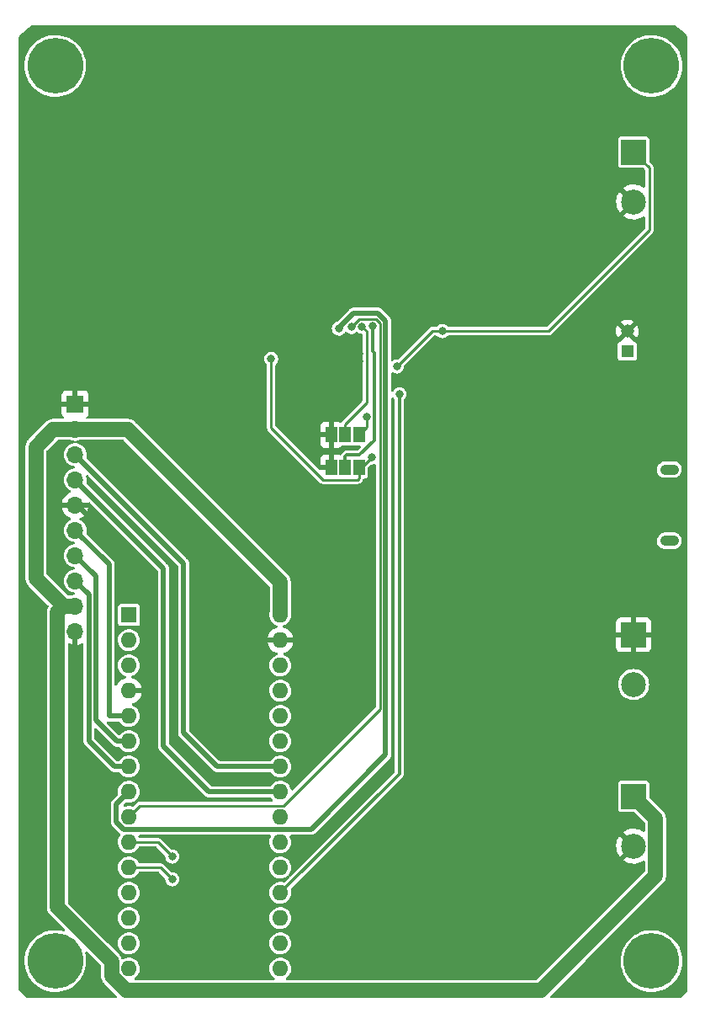
<source format=gbr>
%TF.GenerationSoftware,KiCad,Pcbnew,(6.0.2)*%
%TF.CreationDate,2022-12-13T09:45:59-05:00*%
%TF.ProjectId,BREAD_Slice,42524541-445f-4536-9c69-63652e6b6963,rev?*%
%TF.SameCoordinates,Original*%
%TF.FileFunction,Copper,L2,Bot*%
%TF.FilePolarity,Positive*%
%FSLAX46Y46*%
G04 Gerber Fmt 4.6, Leading zero omitted, Abs format (unit mm)*
G04 Created by KiCad (PCBNEW (6.0.2)) date 2022-12-13 09:45:59*
%MOMM*%
%LPD*%
G01*
G04 APERTURE LIST*
%TA.AperFunction,ComponentPad*%
%ADD10C,5.600000*%
%TD*%
%TA.AperFunction,ComponentPad*%
%ADD11R,1.600000X1.600000*%
%TD*%
%TA.AperFunction,ComponentPad*%
%ADD12O,1.600000X1.600000*%
%TD*%
%TA.AperFunction,ComponentPad*%
%ADD13R,1.700000X1.700000*%
%TD*%
%TA.AperFunction,ComponentPad*%
%ADD14O,1.700000X1.700000*%
%TD*%
%TA.AperFunction,ComponentPad*%
%ADD15O,1.900000X1.050000*%
%TD*%
%TA.AperFunction,ComponentPad*%
%ADD16R,2.500000X2.500000*%
%TD*%
%TA.AperFunction,ComponentPad*%
%ADD17C,2.500000*%
%TD*%
%TA.AperFunction,ComponentPad*%
%ADD18R,1.308000X1.308000*%
%TD*%
%TA.AperFunction,ComponentPad*%
%ADD19C,1.308000*%
%TD*%
%TA.AperFunction,SMDPad,CuDef*%
%ADD20R,1.168400X1.600200*%
%TD*%
%TA.AperFunction,ViaPad*%
%ADD21C,0.800000*%
%TD*%
%TA.AperFunction,Conductor*%
%ADD22C,0.500000*%
%TD*%
%TA.AperFunction,Conductor*%
%ADD23C,0.250000*%
%TD*%
%TA.AperFunction,Conductor*%
%ADD24C,1.500000*%
%TD*%
%TA.AperFunction,Conductor*%
%ADD25C,0.300000*%
%TD*%
G04 APERTURE END LIST*
D10*
%TO.P,H1,1*%
%TO.N,N/C*%
X127600000Y-44800000D03*
%TD*%
%TO.P,H2,1*%
%TO.N,N/C*%
X187600000Y-44800000D03*
%TD*%
%TO.P,H3,1*%
%TO.N,N/C*%
X127600000Y-134800000D03*
%TD*%
%TO.P,H4,1*%
%TO.N,N/C*%
X187600000Y-134800000D03*
%TD*%
D11*
%TO.P,A1,1,D1/TX*%
%TO.N,unconnected-(A1-Pad1)*%
X135000000Y-100000000D03*
D12*
%TO.P,A1,2,D0/RX*%
%TO.N,unconnected-(A1-Pad2)*%
X135000000Y-102540000D03*
%TO.P,A1,3,~{RESET}*%
%TO.N,unconnected-(A1-Pad3)*%
X135000000Y-105080000D03*
%TO.P,A1,4,GND*%
%TO.N,GND*%
X135000000Y-107620000D03*
%TO.P,A1,5,D2*%
%TO.N,/E_STOP*%
X135000000Y-110160000D03*
%TO.P,A1,6,D3*%
%TO.N,/INT*%
X135000000Y-112700000D03*
%TO.P,A1,7,D4*%
%TO.N,/SYNC*%
X135000000Y-115240000D03*
%TO.P,A1,8,D5*%
%TO.N,/~{CHG}*%
X135000000Y-117780000D03*
%TO.P,A1,9,D6*%
%TO.N,/~{PGOOD}*%
X135000000Y-120320000D03*
%TO.P,A1,10,D7*%
%TO.N,/CHGI*%
X135000000Y-122860000D03*
%TO.P,A1,11,D8*%
%TO.N,/PGOODI*%
X135000000Y-125400000D03*
%TO.P,A1,12,D9*%
%TO.N,unconnected-(A1-Pad12)*%
X135000000Y-127940000D03*
%TO.P,A1,13,D10*%
%TO.N,unconnected-(A1-Pad13)*%
X135000000Y-130480000D03*
%TO.P,A1,14,D11*%
%TO.N,unconnected-(A1-Pad14)*%
X135000000Y-133020000D03*
%TO.P,A1,15,D12*%
%TO.N,unconnected-(A1-Pad15)*%
X135000000Y-135560000D03*
%TO.P,A1,16,D13*%
%TO.N,unconnected-(A1-Pad16)*%
X150240000Y-135560000D03*
%TO.P,A1,17,3V3*%
%TO.N,unconnected-(A1-Pad17)*%
X150240000Y-133020000D03*
%TO.P,A1,18,AREF*%
%TO.N,unconnected-(A1-Pad18)*%
X150240000Y-130480000D03*
%TO.P,A1,19,A0*%
%TO.N,/ISET*%
X150240000Y-127940000D03*
%TO.P,A1,20,A1*%
%TO.N,unconnected-(A1-Pad20)*%
X150240000Y-125400000D03*
%TO.P,A1,21,A2*%
%TO.N,unconnected-(A1-Pad21)*%
X150240000Y-122860000D03*
%TO.P,A1,22,A3*%
%TO.N,unconnected-(A1-Pad22)*%
X150240000Y-120320000D03*
%TO.P,A1,23,A4*%
%TO.N,/I2C_DAT*%
X150240000Y-117780000D03*
%TO.P,A1,24,A5*%
%TO.N,/I2C_CLK*%
X150240000Y-115240000D03*
%TO.P,A1,25,A6*%
%TO.N,unconnected-(A1-Pad25)*%
X150240000Y-112700000D03*
%TO.P,A1,26,A7*%
%TO.N,unconnected-(A1-Pad26)*%
X150240000Y-110160000D03*
%TO.P,A1,27,+5V*%
%TO.N,+5V*%
X150240000Y-107620000D03*
%TO.P,A1,28,~{RESET}*%
%TO.N,unconnected-(A1-Pad28)*%
X150240000Y-105080000D03*
%TO.P,A1,29,GND*%
%TO.N,GND*%
X150240000Y-102540000D03*
%TO.P,A1,30,VIN*%
%TO.N,/PWR*%
X150240000Y-100000000D03*
%TD*%
D13*
%TO.P,J1,1,Pin_1*%
%TO.N,GND*%
X129600000Y-78800000D03*
D14*
%TO.P,J1,2,Pin_2*%
%TO.N,/PWR*%
X129600000Y-81340000D03*
%TO.P,J1,3,Pin_3*%
%TO.N,/I2C_CLK*%
X129600000Y-83880000D03*
%TO.P,J1,4,Pin_4*%
%TO.N,/I2C_DAT*%
X129600000Y-86420000D03*
%TO.P,J1,5,Pin_5*%
%TO.N,GND*%
X129600000Y-88960000D03*
%TO.P,J1,6,Pin_6*%
%TO.N,/E_STOP*%
X129600000Y-91500000D03*
%TO.P,J1,7,Pin_7*%
%TO.N,/INT*%
X129600000Y-94040000D03*
%TO.P,J1,8,Pin_8*%
%TO.N,/SYNC*%
X129600000Y-96580000D03*
%TO.P,J1,9,Pin_9*%
%TO.N,/PWR*%
X129600000Y-99120000D03*
%TO.P,J1,10,Pin_10*%
%TO.N,GND*%
X129600000Y-101660000D03*
%TD*%
D15*
%TO.P,J2,6,Shield*%
%TO.N,unconnected-(J2-Pad6)*%
X189385000Y-92545000D03*
X189385000Y-85395000D03*
%TD*%
D16*
%TO.P,J4,1,Pin_1*%
%TO.N,/PWR*%
X185800000Y-118250000D03*
D17*
%TO.P,J4,2,Pin_2*%
%TO.N,GND*%
X185800000Y-123250000D03*
%TD*%
D16*
%TO.P,J5,1,Pin_1*%
%TO.N,GND*%
X185800000Y-101994000D03*
D17*
%TO.P,J5,2,Pin_2*%
%TO.N,Net-(D2-PadA)*%
X185800000Y-106994000D03*
%TD*%
D16*
%TO.P,J3,1,Pin_1*%
%TO.N,/THERM*%
X185800000Y-53480000D03*
D17*
%TO.P,J3,2,Pin_2*%
%TO.N,GND*%
X185800000Y-58480000D03*
%TD*%
D18*
%TO.P,BATT1,1,2*%
%TO.N,VLIPO*%
X185157500Y-73490000D03*
D19*
%TO.P,BATT1,2,1*%
%TO.N,GND*%
X185157500Y-71490000D03*
%TD*%
D20*
%TO.P,SJ1,1,1*%
%TO.N,/OUT*%
X158160000Y-81888000D03*
%TO.P,SJ1,2,2*%
%TO.N,/EN1*%
X156763000Y-81888000D03*
%TO.P,SJ1,3,3*%
%TO.N,GND*%
X155366000Y-81888000D03*
%TD*%
%TO.P,SJ2,1,1*%
%TO.N,/OUT*%
X158160000Y-85190000D03*
%TO.P,SJ2,2,2*%
%TO.N,/EN2*%
X156763000Y-85190000D03*
%TO.P,SJ2,3,3*%
%TO.N,GND*%
X155366000Y-85190000D03*
%TD*%
D21*
%TO.N,GND*%
X157399502Y-74522000D03*
X158160000Y-74522000D03*
X157398000Y-73760000D03*
X158160000Y-73760000D03*
X156026400Y-68070400D03*
X133268000Y-78840000D03*
X133268000Y-92429000D03*
X158312400Y-68019600D03*
X157042400Y-66190800D03*
X166288000Y-86460000D03*
X165399000Y-102081000D03*
X164129000Y-102081000D03*
X167050000Y-85444000D03*
X165526000Y-85444000D03*
X164764000Y-103097000D03*
%TO.N,/CHGI*%
X139364000Y-124306000D03*
%TO.N,/PGOODI*%
X139364000Y-126592000D03*
%TO.N,/OUT*%
X159430000Y-84174000D03*
X158922000Y-80110000D03*
X149320800Y-74268000D03*
%TO.N,/~{CHG}*%
X156128000Y-71220000D03*
%TO.N,/~{PGOOD}*%
X157398000Y-71067600D03*
%TO.N,/ISET*%
X162224000Y-77824000D03*
%TO.N,/THERM*%
X161970000Y-75030000D03*
X166542000Y-71474000D03*
%TO.N,/EN1*%
X158464800Y-71016800D03*
%TO.N,/EN2*%
X159540503Y-70966000D03*
%TD*%
D22*
%TO.N,GND*%
X133268000Y-92429000D02*
X129799000Y-88960000D01*
X133268000Y-78840000D02*
X129640000Y-78840000D01*
X129640000Y-78840000D02*
X129600000Y-78800000D01*
D23*
%TO.N,/CHGI*%
X137918000Y-122860000D02*
X135000000Y-122860000D01*
X139364000Y-124306000D02*
X137918000Y-122860000D01*
D22*
%TO.N,/I2C_CLK*%
X150240000Y-115240000D02*
X143887000Y-115240000D01*
X140507000Y-111860000D02*
X140507000Y-94787000D01*
X140507000Y-94787000D02*
X129600000Y-83880000D01*
X143887000Y-115240000D02*
X140507000Y-111860000D01*
%TO.N,/I2C_DAT*%
X143061500Y-117780000D02*
X150240000Y-117780000D01*
X129600000Y-86420000D02*
X138475000Y-95295000D01*
X138475000Y-95295000D02*
X138475000Y-113193500D01*
X138475000Y-113193500D02*
X143061500Y-117780000D01*
%TO.N,/SYNC*%
X130982000Y-97962000D02*
X129600000Y-96580000D01*
X135000000Y-115240000D02*
X133536500Y-115240000D01*
X133536500Y-115240000D02*
X130982000Y-112685500D01*
X130982000Y-112685500D02*
X130982000Y-97962000D01*
%TO.N,/E_STOP*%
X133028500Y-94928500D02*
X129600000Y-91500000D01*
X135000000Y-110160000D02*
X133028500Y-110160000D01*
X133028500Y-110160000D02*
X133028500Y-94928500D01*
D23*
%TO.N,/PGOODI*%
X139364000Y-126592000D02*
X138172000Y-125400000D01*
X138172000Y-125400000D02*
X135000000Y-125400000D01*
D22*
%TO.N,/INT*%
X135000000Y-112700000D02*
X133790500Y-112700000D01*
X131682010Y-96122010D02*
X129600000Y-94040000D01*
X131682010Y-110591510D02*
X131682010Y-96122010D01*
X133790500Y-112700000D02*
X131682010Y-110591510D01*
D24*
%TO.N,/PWR*%
X133250489Y-134835328D02*
X133250489Y-136284672D01*
X134733817Y-137768000D02*
X176448000Y-137768000D01*
X187999511Y-126216489D02*
X187999511Y-120449511D01*
X129600000Y-81340000D02*
X134879000Y-81340000D01*
X128465500Y-99120000D02*
X129600000Y-99120000D01*
X127402500Y-81340000D02*
X125648000Y-83094500D01*
X128397919Y-99120000D02*
X127800489Y-99717430D01*
X127800489Y-129385328D02*
X133250489Y-134835328D01*
X129600000Y-99120000D02*
X128397919Y-99120000D01*
X125648000Y-96302500D02*
X128465500Y-99120000D01*
X125648000Y-83094500D02*
X125648000Y-96302500D01*
X150240000Y-96701000D02*
X150240000Y-100000000D01*
X187999511Y-120449511D02*
X185800000Y-118250000D01*
X176448000Y-137768000D02*
X187999511Y-126216489D01*
X129600000Y-81340000D02*
X127402500Y-81340000D01*
X134879000Y-81340000D02*
X150240000Y-96701000D01*
X127800489Y-99717430D02*
X127800489Y-129385328D01*
X133250489Y-136284672D02*
X134733817Y-137768000D01*
D23*
%TO.N,/OUT*%
X149320800Y-74268000D02*
X149320800Y-81178122D01*
X158414000Y-85190000D02*
X159430000Y-84174000D01*
X158160000Y-86240100D02*
X158160000Y-85190000D01*
X154551878Y-86409200D02*
X157990900Y-86409200D01*
X158922000Y-80110000D02*
X158922000Y-81126000D01*
X157990900Y-86409200D02*
X158160000Y-86240100D01*
X149320800Y-81178122D02*
X154551878Y-86409200D01*
X158160000Y-85190000D02*
X158414000Y-85190000D01*
X158922000Y-81126000D02*
X158160000Y-81888000D01*
D22*
%TO.N,/~{CHG}*%
X133750489Y-119029511D02*
X135000000Y-117780000D01*
X134482435Y-121569511D02*
X133750489Y-120837565D01*
X156128000Y-71136209D02*
X157597239Y-69666970D01*
X156128000Y-71220000D02*
X156128000Y-71136209D01*
X157597239Y-69666970D02*
X160078581Y-69666970D01*
X160839534Y-70427923D02*
X160839534Y-114068520D01*
X153338543Y-121569511D02*
X134482435Y-121569511D01*
X160078581Y-69666970D02*
X160839534Y-70427923D01*
X160839534Y-114068520D02*
X153338543Y-121569511D01*
X133750489Y-120837565D02*
X133750489Y-119029511D01*
D23*
%TO.N,/~{PGOOD}*%
X158215497Y-70241489D02*
X159840606Y-70241489D01*
X157398000Y-71067600D02*
X157398000Y-71058986D01*
X160265014Y-109470475D02*
X150540000Y-119195489D01*
X160265014Y-70665897D02*
X160265014Y-109470475D01*
X159840606Y-70241489D02*
X160265014Y-70665897D01*
X136124511Y-119195489D02*
X135000000Y-120320000D01*
X157398000Y-71058986D02*
X158215497Y-70241489D01*
X150540000Y-119195489D02*
X136124511Y-119195489D01*
D25*
%TO.N,/ISET*%
X162224000Y-115956000D02*
X150240000Y-127940000D01*
X162224000Y-77824000D02*
X162224000Y-115956000D01*
D23*
%TO.N,/THERM*%
X177210000Y-71474000D02*
X187374511Y-61309489D01*
X187374511Y-61309489D02*
X187374511Y-55054511D01*
X161970000Y-75030000D02*
X165526000Y-71474000D01*
X187374511Y-55054511D02*
X185800000Y-53480000D01*
X165526000Y-71474000D02*
X166542000Y-71474000D01*
X166542000Y-71474000D02*
X177210000Y-71474000D01*
%TO.N,/EN1*%
X156763000Y-80837900D02*
X156763000Y-81888000D01*
X158922000Y-78678900D02*
X156763000Y-80837900D01*
X158922000Y-71474000D02*
X158922000Y-78678900D01*
X158464800Y-71016800D02*
X158922000Y-71474000D01*
D25*
%TO.N,/EN2*%
X159684000Y-73665994D02*
X159684000Y-82447322D01*
X156763000Y-84089900D02*
X156763000Y-85190000D01*
X159540503Y-70966000D02*
X159540503Y-73522497D01*
X159540503Y-73522497D02*
X159684000Y-73665994D01*
X159684000Y-82447322D02*
X158211322Y-83920000D01*
X156932900Y-83920000D02*
X156763000Y-84089900D01*
X158211322Y-83920000D02*
X156932900Y-83920000D01*
%TD*%
%TA.AperFunction,Conductor*%
%TO.N,GND*%
G36*
X189997172Y-40759733D02*
G01*
X190203359Y-40891088D01*
X190291164Y-40947026D01*
X190300168Y-40953330D01*
X190616743Y-41196246D01*
X190625160Y-41203310D01*
X190629558Y-41207339D01*
X190919346Y-41472881D01*
X190927115Y-41480650D01*
X191146898Y-41720501D01*
X191178172Y-41784236D01*
X191180000Y-41805623D01*
X191180000Y-137794377D01*
X191159998Y-137862498D01*
X191146901Y-137879495D01*
X190927119Y-138119346D01*
X190919346Y-138127119D01*
X190625156Y-138396694D01*
X190616736Y-138403759D01*
X190486149Y-138503962D01*
X190419929Y-138529563D01*
X190409445Y-138530000D01*
X177475821Y-138530000D01*
X177407700Y-138509998D01*
X177361207Y-138456342D01*
X177351103Y-138386068D01*
X177380597Y-138321488D01*
X177386726Y-138314905D01*
X180944989Y-134756642D01*
X184494918Y-134756642D01*
X184509436Y-135103032D01*
X184529430Y-135232186D01*
X184549890Y-135364348D01*
X184562475Y-135445646D01*
X184653375Y-135780212D01*
X184781001Y-136102560D01*
X184782647Y-136105656D01*
X184782649Y-136105660D01*
X184827727Y-136190439D01*
X184943765Y-136408673D01*
X184945750Y-136411572D01*
X185137645Y-136691829D01*
X185137650Y-136691835D01*
X185139636Y-136694736D01*
X185366173Y-136957182D01*
X185620553Y-137192740D01*
X185899605Y-137398475D01*
X186199852Y-137571823D01*
X186517550Y-137710621D01*
X186520906Y-137711660D01*
X186520909Y-137711661D01*
X186845379Y-137812102D01*
X186848739Y-137813142D01*
X186852191Y-137813800D01*
X186852197Y-137813802D01*
X187185842Y-137877448D01*
X187185847Y-137877449D01*
X187189293Y-137878106D01*
X187417780Y-137895687D01*
X187531469Y-137904435D01*
X187531470Y-137904435D01*
X187534966Y-137904704D01*
X187764159Y-137896700D01*
X187877933Y-137892727D01*
X187877937Y-137892727D01*
X187881449Y-137892604D01*
X187884928Y-137892090D01*
X187884931Y-137892090D01*
X188220932Y-137842474D01*
X188220938Y-137842473D01*
X188224424Y-137841958D01*
X188227828Y-137841059D01*
X188227831Y-137841058D01*
X188556226Y-137754293D01*
X188556227Y-137754293D01*
X188559617Y-137753397D01*
X188882848Y-137628023D01*
X189190090Y-137467401D01*
X189477513Y-137273532D01*
X189741534Y-137048832D01*
X189770771Y-137017698D01*
X189976452Y-136798671D01*
X189976456Y-136798666D01*
X189978863Y-136796103D01*
X189980968Y-136793289D01*
X189980974Y-136793282D01*
X190184432Y-136521313D01*
X190186541Y-136518494D01*
X190203808Y-136489064D01*
X190266785Y-136381721D01*
X190361980Y-136219465D01*
X190407457Y-136117323D01*
X190501562Y-135905961D01*
X190501564Y-135905956D01*
X190502994Y-135902744D01*
X190607824Y-135572278D01*
X190675164Y-135232186D01*
X190696128Y-134982527D01*
X190703991Y-134888891D01*
X190703992Y-134888880D01*
X190704174Y-134886707D01*
X190705092Y-134821038D01*
X190705355Y-134802178D01*
X190705355Y-134802166D01*
X190705385Y-134800000D01*
X190705129Y-134795408D01*
X190690635Y-134536184D01*
X190686032Y-134453846D01*
X190684252Y-134443318D01*
X190628803Y-134115488D01*
X190628802Y-134115484D01*
X190628214Y-134112007D01*
X190617104Y-134073260D01*
X190596340Y-134000849D01*
X190532652Y-133778742D01*
X190449633Y-133577323D01*
X190401875Y-133461452D01*
X190401871Y-133461444D01*
X190400537Y-133458207D01*
X190233516Y-133154397D01*
X190033670Y-132871097D01*
X189803490Y-132611839D01*
X189621204Y-132447708D01*
X189548464Y-132382213D01*
X189548461Y-132382211D01*
X189545846Y-132379856D01*
X189263948Y-132178037D01*
X189260885Y-132176325D01*
X189260880Y-132176322D01*
X189008455Y-132035246D01*
X188961311Y-132008898D01*
X188958066Y-132007534D01*
X188958062Y-132007532D01*
X188644948Y-131875912D01*
X188641706Y-131874549D01*
X188638343Y-131873559D01*
X188638334Y-131873556D01*
X188433222Y-131813189D01*
X188309117Y-131776663D01*
X188021006Y-131725861D01*
X187971150Y-131717070D01*
X187971148Y-131717070D01*
X187967690Y-131716460D01*
X187964181Y-131716239D01*
X187964179Y-131716239D01*
X187625198Y-131694912D01*
X187625192Y-131694912D01*
X187621680Y-131694691D01*
X187523499Y-131699493D01*
X187278906Y-131711455D01*
X187278897Y-131711456D01*
X187275399Y-131711627D01*
X187271931Y-131712189D01*
X187271928Y-131712189D01*
X186936639Y-131766494D01*
X186936636Y-131766495D01*
X186933164Y-131767057D01*
X186929777Y-131768003D01*
X186929771Y-131768004D01*
X186653857Y-131845041D01*
X186599241Y-131860290D01*
X186455928Y-131918192D01*
X186281055Y-131988845D01*
X186281051Y-131988847D01*
X186277791Y-131990164D01*
X186274704Y-131991833D01*
X186274700Y-131991835D01*
X186188719Y-132038325D01*
X185972822Y-132155060D01*
X185688134Y-132352923D01*
X185685492Y-132355236D01*
X185685488Y-132355239D01*
X185585780Y-132442527D01*
X185427276Y-132581287D01*
X185193499Y-132837306D01*
X184989717Y-133117787D01*
X184818470Y-133419237D01*
X184800377Y-133461452D01*
X184683966Y-133733060D01*
X184681893Y-133737896D01*
X184669561Y-133778742D01*
X184584365Y-134060924D01*
X184581687Y-134069793D01*
X184519102Y-134410792D01*
X184494918Y-134756642D01*
X180944989Y-134756642D01*
X188696970Y-127004661D01*
X188707113Y-126995559D01*
X188733257Y-126974539D01*
X188733258Y-126974538D01*
X188738064Y-126970674D01*
X188771668Y-126930626D01*
X188774820Y-126927014D01*
X188776801Y-126924830D01*
X188778984Y-126922647D01*
X188780930Y-126920277D01*
X188780948Y-126920258D01*
X188807429Y-126888019D01*
X188808212Y-126887075D01*
X188870487Y-126812859D01*
X188873163Y-126807992D01*
X188876684Y-126803705D01*
X188896308Y-126767108D01*
X188922426Y-126718397D01*
X188923055Y-126717238D01*
X188969735Y-126632327D01*
X188971413Y-126627036D01*
X188974036Y-126622145D01*
X188978735Y-126606778D01*
X189002353Y-126529526D01*
X189002745Y-126528267D01*
X189027216Y-126451122D01*
X189032027Y-126435957D01*
X189032645Y-126430443D01*
X189034269Y-126425133D01*
X189044065Y-126328692D01*
X189044198Y-126327445D01*
X189045745Y-126313658D01*
X189050011Y-126275625D01*
X189050011Y-126272120D01*
X189050095Y-126270619D01*
X189050543Y-126264923D01*
X189054466Y-126226302D01*
X189054466Y-126226296D01*
X189055088Y-126220173D01*
X189050570Y-126172376D01*
X189050011Y-126160519D01*
X189050011Y-120513643D01*
X189050748Y-120500035D01*
X189054371Y-120466689D01*
X189054371Y-120466685D01*
X189055036Y-120460564D01*
X189053471Y-120442679D01*
X189050485Y-120408539D01*
X189050156Y-120403715D01*
X189050011Y-120400752D01*
X189050011Y-120397670D01*
X189047703Y-120374133D01*
X189045643Y-120353119D01*
X189045521Y-120351806D01*
X189041419Y-120304925D01*
X189037081Y-120255335D01*
X189035533Y-120250006D01*
X189034991Y-120244481D01*
X189006978Y-120151698D01*
X189006636Y-120150543D01*
X188997353Y-120118591D01*
X188979605Y-120057501D01*
X188977049Y-120052571D01*
X188975446Y-120047260D01*
X188933567Y-119968495D01*
X188929948Y-119961688D01*
X188929336Y-119960522D01*
X188899296Y-119902571D01*
X188884797Y-119874599D01*
X188881337Y-119870264D01*
X188878729Y-119865360D01*
X188855930Y-119837405D01*
X188817447Y-119790221D01*
X188816619Y-119789194D01*
X188786340Y-119751264D01*
X188786337Y-119751261D01*
X188784142Y-119748511D01*
X188781650Y-119746019D01*
X188780678Y-119744932D01*
X188776963Y-119740583D01*
X188752417Y-119710486D01*
X188752414Y-119710483D01*
X188748522Y-119705711D01*
X188711527Y-119675106D01*
X188702748Y-119667117D01*
X187387405Y-118351773D01*
X187353379Y-118289461D01*
X187350500Y-118262678D01*
X187350500Y-116955354D01*
X187347382Y-116929154D01*
X187337584Y-116907094D01*
X187306663Y-116837482D01*
X187301939Y-116826847D01*
X187222713Y-116747759D01*
X187212076Y-116743056D01*
X187212074Y-116743055D01*
X187140619Y-116711465D01*
X187120327Y-116702494D01*
X187094646Y-116699500D01*
X184505354Y-116699500D01*
X184501650Y-116699941D01*
X184501647Y-116699941D01*
X184494254Y-116700821D01*
X184479154Y-116702618D01*
X184470514Y-116706456D01*
X184470513Y-116706456D01*
X184434528Y-116722440D01*
X184376847Y-116748061D01*
X184297759Y-116827287D01*
X184293056Y-116837924D01*
X184293055Y-116837926D01*
X184266735Y-116897462D01*
X184252494Y-116929673D01*
X184249500Y-116955354D01*
X184249500Y-119544646D01*
X184252618Y-119570846D01*
X184298061Y-119673153D01*
X184306294Y-119681372D01*
X184306295Y-119681373D01*
X184326740Y-119701782D01*
X184377287Y-119752241D01*
X184387924Y-119756944D01*
X184387926Y-119756945D01*
X184447462Y-119783265D01*
X184479673Y-119797506D01*
X184505354Y-119800500D01*
X185812679Y-119800500D01*
X185880800Y-119820502D01*
X185901774Y-119837405D01*
X186912106Y-120847738D01*
X186946132Y-120910050D01*
X186949011Y-120936833D01*
X186949011Y-121666632D01*
X186929009Y-121734753D01*
X186875353Y-121781246D01*
X186805079Y-121791350D01*
X186751191Y-121770160D01*
X186698588Y-121733668D01*
X186690562Y-121728940D01*
X186464593Y-121617505D01*
X186455960Y-121614017D01*
X186215998Y-121537205D01*
X186206938Y-121535029D01*
X185958260Y-121494529D01*
X185948973Y-121493717D01*
X185697053Y-121490419D01*
X185687742Y-121490989D01*
X185438097Y-121524964D01*
X185428978Y-121526902D01*
X185187098Y-121597404D01*
X185178367Y-121600667D01*
X184949558Y-121706151D01*
X184941406Y-121710670D01*
X184762353Y-121828062D01*
X184753216Y-121838803D01*
X184757789Y-121848579D01*
X186070115Y-123160905D01*
X186104141Y-123223217D01*
X186099076Y-123294032D01*
X186070115Y-123339095D01*
X184762270Y-124646940D01*
X184755612Y-124659133D01*
X184764325Y-124670653D01*
X184862018Y-124742284D01*
X184869928Y-124747227D01*
X185092890Y-124864533D01*
X185101453Y-124868256D01*
X185339304Y-124951318D01*
X185348313Y-124953732D01*
X185595842Y-125000727D01*
X185605098Y-125001781D01*
X185856857Y-125011673D01*
X185866171Y-125011347D01*
X186116615Y-124983920D01*
X186125792Y-124982219D01*
X186369431Y-124918074D01*
X186378251Y-124915037D01*
X186609736Y-124815583D01*
X186618008Y-124811276D01*
X186756708Y-124725446D01*
X186825160Y-124706608D01*
X186892930Y-124727769D01*
X186938501Y-124782210D01*
X186949011Y-124832590D01*
X186949011Y-125729168D01*
X186929009Y-125797289D01*
X186912106Y-125818263D01*
X176049773Y-136680595D01*
X175987461Y-136714621D01*
X175960678Y-136717500D01*
X150908411Y-136717500D01*
X150840290Y-136697498D01*
X150793797Y-136643842D01*
X150783693Y-136573568D01*
X150813187Y-136508988D01*
X150846844Y-136481566D01*
X150860960Y-136473661D01*
X150860967Y-136473656D01*
X150866001Y-136470837D01*
X150928433Y-136418913D01*
X151017073Y-136345191D01*
X151021505Y-136341505D01*
X151150837Y-136186001D01*
X151249664Y-136009531D01*
X151284822Y-135905961D01*
X151312820Y-135823481D01*
X151312820Y-135823479D01*
X151314678Y-135818007D01*
X151315507Y-135812291D01*
X151315508Y-135812286D01*
X151332809Y-135692956D01*
X151343700Y-135617842D01*
X151345215Y-135560000D01*
X151326708Y-135358591D01*
X151271807Y-135163926D01*
X151182351Y-134982527D01*
X151164079Y-134958057D01*
X151064788Y-134825091D01*
X151064787Y-134825090D01*
X151061335Y-134820467D01*
X151038350Y-134799220D01*
X150917053Y-134687094D01*
X150917051Y-134687092D01*
X150912812Y-134683174D01*
X150885374Y-134665862D01*
X150746637Y-134578325D01*
X150741757Y-134575246D01*
X150553898Y-134500298D01*
X150355526Y-134460839D01*
X150349752Y-134460763D01*
X150349748Y-134460763D01*
X150247257Y-134459422D01*
X150153286Y-134458192D01*
X150147589Y-134459171D01*
X150147588Y-134459171D01*
X149959646Y-134491465D01*
X149959645Y-134491465D01*
X149953949Y-134492444D01*
X149764193Y-134562449D01*
X149590371Y-134665862D01*
X149438305Y-134799220D01*
X149313089Y-134958057D01*
X149218914Y-135137053D01*
X149158937Y-135330213D01*
X149135164Y-135531069D01*
X149148392Y-135732894D01*
X149198178Y-135928928D01*
X149282856Y-136112607D01*
X149286189Y-136117323D01*
X149392319Y-136267494D01*
X149399588Y-136277780D01*
X149544466Y-136418913D01*
X149549270Y-136422123D01*
X149645968Y-136486735D01*
X149691496Y-136541212D01*
X149700343Y-136611655D01*
X149669702Y-136675699D01*
X149609300Y-136713011D01*
X149575966Y-136717500D01*
X135668411Y-136717500D01*
X135600290Y-136697498D01*
X135553797Y-136643842D01*
X135543693Y-136573568D01*
X135573187Y-136508988D01*
X135606844Y-136481566D01*
X135620960Y-136473661D01*
X135620967Y-136473656D01*
X135626001Y-136470837D01*
X135688433Y-136418913D01*
X135777073Y-136345191D01*
X135781505Y-136341505D01*
X135910837Y-136186001D01*
X136009664Y-136009531D01*
X136044822Y-135905961D01*
X136072820Y-135823481D01*
X136072820Y-135823479D01*
X136074678Y-135818007D01*
X136075507Y-135812291D01*
X136075508Y-135812286D01*
X136092809Y-135692956D01*
X136103700Y-135617842D01*
X136105215Y-135560000D01*
X136086708Y-135358591D01*
X136031807Y-135163926D01*
X135942351Y-134982527D01*
X135924079Y-134958057D01*
X135824788Y-134825091D01*
X135824787Y-134825090D01*
X135821335Y-134820467D01*
X135798350Y-134799220D01*
X135677053Y-134687094D01*
X135677051Y-134687092D01*
X135672812Y-134683174D01*
X135645374Y-134665862D01*
X135506637Y-134578325D01*
X135501757Y-134575246D01*
X135313898Y-134500298D01*
X135115526Y-134460839D01*
X135109752Y-134460763D01*
X135109748Y-134460763D01*
X135007257Y-134459422D01*
X134913286Y-134458192D01*
X134907589Y-134459171D01*
X134907588Y-134459171D01*
X134719646Y-134491465D01*
X134719645Y-134491465D01*
X134713949Y-134492444D01*
X134524193Y-134562449D01*
X134519232Y-134565401D01*
X134519231Y-134565401D01*
X134443352Y-134610544D01*
X134374581Y-134628184D01*
X134307191Y-134605843D01*
X134262577Y-134550615D01*
X134258328Y-134538749D01*
X134257955Y-134537513D01*
X134257614Y-134536360D01*
X134247137Y-134500298D01*
X134230583Y-134443318D01*
X134228027Y-134438388D01*
X134226424Y-134433077D01*
X134214575Y-134410792D01*
X134180926Y-134347505D01*
X134180314Y-134346339D01*
X134138610Y-134265886D01*
X134135775Y-134260416D01*
X134132315Y-134256081D01*
X134129707Y-134251177D01*
X134068425Y-134176038D01*
X134067597Y-134175011D01*
X134037318Y-134137081D01*
X134037315Y-134137078D01*
X134035120Y-134134328D01*
X134032628Y-134131836D01*
X134031656Y-134130749D01*
X134027941Y-134126400D01*
X134003395Y-134096303D01*
X134003392Y-134096300D01*
X133999500Y-134091528D01*
X133962505Y-134060923D01*
X133953726Y-134052934D01*
X132891861Y-132991069D01*
X133895164Y-132991069D01*
X133908392Y-133192894D01*
X133958178Y-133388928D01*
X134042856Y-133572607D01*
X134159588Y-133737780D01*
X134304466Y-133878913D01*
X134472637Y-133991282D01*
X134477940Y-133993560D01*
X134477943Y-133993562D01*
X134566291Y-134031519D01*
X134658470Y-134071122D01*
X134855740Y-134115760D01*
X134861509Y-134115987D01*
X134861512Y-134115987D01*
X134937683Y-134118979D01*
X135057842Y-134123700D01*
X135161870Y-134108617D01*
X135252286Y-134095508D01*
X135252291Y-134095507D01*
X135258007Y-134094678D01*
X135263479Y-134092820D01*
X135263481Y-134092820D01*
X135444067Y-134031519D01*
X135444069Y-134031518D01*
X135449531Y-134029664D01*
X135626001Y-133930837D01*
X135688433Y-133878913D01*
X135777073Y-133805191D01*
X135781505Y-133801505D01*
X135910837Y-133646001D01*
X136009664Y-133469531D01*
X136012407Y-133461452D01*
X136072820Y-133283481D01*
X136072820Y-133283479D01*
X136074678Y-133278007D01*
X136075507Y-133272291D01*
X136075508Y-133272286D01*
X136093017Y-133151520D01*
X136103700Y-133077842D01*
X136105215Y-133020000D01*
X136102557Y-132991069D01*
X149135164Y-132991069D01*
X149148392Y-133192894D01*
X149198178Y-133388928D01*
X149282856Y-133572607D01*
X149399588Y-133737780D01*
X149544466Y-133878913D01*
X149712637Y-133991282D01*
X149717940Y-133993560D01*
X149717943Y-133993562D01*
X149806291Y-134031519D01*
X149898470Y-134071122D01*
X150095740Y-134115760D01*
X150101509Y-134115987D01*
X150101512Y-134115987D01*
X150177683Y-134118979D01*
X150297842Y-134123700D01*
X150401870Y-134108617D01*
X150492286Y-134095508D01*
X150492291Y-134095507D01*
X150498007Y-134094678D01*
X150503479Y-134092820D01*
X150503481Y-134092820D01*
X150684067Y-134031519D01*
X150684069Y-134031518D01*
X150689531Y-134029664D01*
X150866001Y-133930837D01*
X150928433Y-133878913D01*
X151017073Y-133805191D01*
X151021505Y-133801505D01*
X151150837Y-133646001D01*
X151249664Y-133469531D01*
X151252407Y-133461452D01*
X151312820Y-133283481D01*
X151312820Y-133283479D01*
X151314678Y-133278007D01*
X151315507Y-133272291D01*
X151315508Y-133272286D01*
X151333017Y-133151520D01*
X151343700Y-133077842D01*
X151345215Y-133020000D01*
X151326708Y-132818591D01*
X151271807Y-132623926D01*
X151182351Y-132442527D01*
X151164079Y-132418057D01*
X151064788Y-132285091D01*
X151064787Y-132285090D01*
X151061335Y-132280467D01*
X151038350Y-132259220D01*
X150917053Y-132147094D01*
X150917051Y-132147092D01*
X150912812Y-132143174D01*
X150885374Y-132125862D01*
X150746637Y-132038325D01*
X150741757Y-132035246D01*
X150553898Y-131960298D01*
X150355526Y-131920839D01*
X150349752Y-131920763D01*
X150349748Y-131920763D01*
X150247257Y-131919422D01*
X150153286Y-131918192D01*
X150147589Y-131919171D01*
X150147588Y-131919171D01*
X149959646Y-131951465D01*
X149959645Y-131951465D01*
X149953949Y-131952444D01*
X149764193Y-132022449D01*
X149590371Y-132125862D01*
X149438305Y-132259220D01*
X149313089Y-132418057D01*
X149218914Y-132597053D01*
X149158937Y-132790213D01*
X149135164Y-132991069D01*
X136102557Y-132991069D01*
X136086708Y-132818591D01*
X136031807Y-132623926D01*
X135942351Y-132442527D01*
X135924079Y-132418057D01*
X135824788Y-132285091D01*
X135824787Y-132285090D01*
X135821335Y-132280467D01*
X135798350Y-132259220D01*
X135677053Y-132147094D01*
X135677051Y-132147092D01*
X135672812Y-132143174D01*
X135645374Y-132125862D01*
X135506637Y-132038325D01*
X135501757Y-132035246D01*
X135313898Y-131960298D01*
X135115526Y-131920839D01*
X135109752Y-131920763D01*
X135109748Y-131920763D01*
X135007257Y-131919422D01*
X134913286Y-131918192D01*
X134907589Y-131919171D01*
X134907588Y-131919171D01*
X134719646Y-131951465D01*
X134719645Y-131951465D01*
X134713949Y-131952444D01*
X134524193Y-132022449D01*
X134350371Y-132125862D01*
X134198305Y-132259220D01*
X134073089Y-132418057D01*
X133978914Y-132597053D01*
X133918937Y-132790213D01*
X133895164Y-132991069D01*
X132891861Y-132991069D01*
X130351862Y-130451069D01*
X133895164Y-130451069D01*
X133908392Y-130652894D01*
X133958178Y-130848928D01*
X134042856Y-131032607D01*
X134159588Y-131197780D01*
X134304466Y-131338913D01*
X134472637Y-131451282D01*
X134477940Y-131453560D01*
X134477943Y-131453562D01*
X134566291Y-131491519D01*
X134658470Y-131531122D01*
X134855740Y-131575760D01*
X134861509Y-131575987D01*
X134861512Y-131575987D01*
X134937683Y-131578979D01*
X135057842Y-131583700D01*
X135144132Y-131571189D01*
X135252286Y-131555508D01*
X135252291Y-131555507D01*
X135258007Y-131554678D01*
X135263479Y-131552820D01*
X135263481Y-131552820D01*
X135444067Y-131491519D01*
X135444069Y-131491518D01*
X135449531Y-131489664D01*
X135626001Y-131390837D01*
X135688433Y-131338913D01*
X135777073Y-131265191D01*
X135781505Y-131261505D01*
X135910837Y-131106001D01*
X136009664Y-130929531D01*
X136074678Y-130738007D01*
X136075507Y-130732291D01*
X136075508Y-130732286D01*
X136103167Y-130541516D01*
X136103700Y-130537842D01*
X136105215Y-130480000D01*
X136102557Y-130451069D01*
X149135164Y-130451069D01*
X149148392Y-130652894D01*
X149198178Y-130848928D01*
X149282856Y-131032607D01*
X149399588Y-131197780D01*
X149544466Y-131338913D01*
X149712637Y-131451282D01*
X149717940Y-131453560D01*
X149717943Y-131453562D01*
X149806291Y-131491519D01*
X149898470Y-131531122D01*
X150095740Y-131575760D01*
X150101509Y-131575987D01*
X150101512Y-131575987D01*
X150177683Y-131578979D01*
X150297842Y-131583700D01*
X150384132Y-131571189D01*
X150492286Y-131555508D01*
X150492291Y-131555507D01*
X150498007Y-131554678D01*
X150503479Y-131552820D01*
X150503481Y-131552820D01*
X150684067Y-131491519D01*
X150684069Y-131491518D01*
X150689531Y-131489664D01*
X150866001Y-131390837D01*
X150928433Y-131338913D01*
X151017073Y-131265191D01*
X151021505Y-131261505D01*
X151150837Y-131106001D01*
X151249664Y-130929531D01*
X151314678Y-130738007D01*
X151315507Y-130732291D01*
X151315508Y-130732286D01*
X151343167Y-130541516D01*
X151343700Y-130537842D01*
X151345215Y-130480000D01*
X151326708Y-130278591D01*
X151271807Y-130083926D01*
X151182351Y-129902527D01*
X151164079Y-129878057D01*
X151064788Y-129745091D01*
X151064787Y-129745090D01*
X151061335Y-129740467D01*
X151038350Y-129719220D01*
X150917053Y-129607094D01*
X150917051Y-129607092D01*
X150912812Y-129603174D01*
X150882742Y-129584201D01*
X150746637Y-129498325D01*
X150741757Y-129495246D01*
X150553898Y-129420298D01*
X150355526Y-129380839D01*
X150349752Y-129380763D01*
X150349748Y-129380763D01*
X150247257Y-129379422D01*
X150153286Y-129378192D01*
X150147589Y-129379171D01*
X150147588Y-129379171D01*
X149959646Y-129411465D01*
X149959645Y-129411465D01*
X149953949Y-129412444D01*
X149764193Y-129482449D01*
X149759232Y-129485401D01*
X149759231Y-129485401D01*
X149600327Y-129579939D01*
X149590371Y-129585862D01*
X149438305Y-129719220D01*
X149313089Y-129878057D01*
X149218914Y-130057053D01*
X149158937Y-130250213D01*
X149135164Y-130451069D01*
X136102557Y-130451069D01*
X136086708Y-130278591D01*
X136031807Y-130083926D01*
X135942351Y-129902527D01*
X135924079Y-129878057D01*
X135824788Y-129745091D01*
X135824787Y-129745090D01*
X135821335Y-129740467D01*
X135798350Y-129719220D01*
X135677053Y-129607094D01*
X135677051Y-129607092D01*
X135672812Y-129603174D01*
X135642742Y-129584201D01*
X135506637Y-129498325D01*
X135501757Y-129495246D01*
X135313898Y-129420298D01*
X135115526Y-129380839D01*
X135109752Y-129380763D01*
X135109748Y-129380763D01*
X135007257Y-129379422D01*
X134913286Y-129378192D01*
X134907589Y-129379171D01*
X134907588Y-129379171D01*
X134719646Y-129411465D01*
X134719645Y-129411465D01*
X134713949Y-129412444D01*
X134524193Y-129482449D01*
X134519232Y-129485401D01*
X134519231Y-129485401D01*
X134360327Y-129579939D01*
X134350371Y-129585862D01*
X134198305Y-129719220D01*
X134073089Y-129878057D01*
X133978914Y-130057053D01*
X133918937Y-130250213D01*
X133895164Y-130451069D01*
X130351862Y-130451069D01*
X128887894Y-128987101D01*
X128853868Y-128924789D01*
X128850989Y-128898006D01*
X128850989Y-127911069D01*
X133895164Y-127911069D01*
X133908392Y-128112894D01*
X133958178Y-128308928D01*
X134042856Y-128492607D01*
X134159588Y-128657780D01*
X134304466Y-128798913D01*
X134472637Y-128911282D01*
X134477940Y-128913560D01*
X134477943Y-128913562D01*
X134566291Y-128951519D01*
X134658470Y-128991122D01*
X134855740Y-129035760D01*
X134861509Y-129035987D01*
X134861512Y-129035987D01*
X134937683Y-129038979D01*
X135057842Y-129043700D01*
X135144132Y-129031189D01*
X135252286Y-129015508D01*
X135252291Y-129015507D01*
X135258007Y-129014678D01*
X135263479Y-129012820D01*
X135263481Y-129012820D01*
X135444067Y-128951519D01*
X135444069Y-128951518D01*
X135449531Y-128949664D01*
X135626001Y-128850837D01*
X135688433Y-128798913D01*
X135777073Y-128725191D01*
X135781505Y-128721505D01*
X135910837Y-128566001D01*
X136009664Y-128389531D01*
X136074678Y-128198007D01*
X136075507Y-128192291D01*
X136075508Y-128192286D01*
X136103167Y-128001516D01*
X136103700Y-127997842D01*
X136105215Y-127940000D01*
X136086708Y-127738591D01*
X136031807Y-127543926D01*
X135942351Y-127362527D01*
X135924079Y-127338057D01*
X135824788Y-127205091D01*
X135824787Y-127205090D01*
X135821335Y-127200467D01*
X135803264Y-127183762D01*
X135677053Y-127067094D01*
X135677051Y-127067092D01*
X135672812Y-127063174D01*
X135645374Y-127045862D01*
X135506637Y-126958325D01*
X135501757Y-126955246D01*
X135313898Y-126880298D01*
X135115526Y-126840839D01*
X135109752Y-126840763D01*
X135109748Y-126840763D01*
X135007257Y-126839422D01*
X134913286Y-126838192D01*
X134907589Y-126839171D01*
X134907588Y-126839171D01*
X134719646Y-126871465D01*
X134719645Y-126871465D01*
X134713949Y-126872444D01*
X134524193Y-126942449D01*
X134350371Y-127045862D01*
X134198305Y-127179220D01*
X134073089Y-127338057D01*
X133978914Y-127517053D01*
X133918937Y-127710213D01*
X133895164Y-127911069D01*
X128850989Y-127911069D01*
X128850989Y-125371069D01*
X133895164Y-125371069D01*
X133908392Y-125572894D01*
X133958178Y-125768928D01*
X134042856Y-125952607D01*
X134159588Y-126117780D01*
X134304466Y-126258913D01*
X134309270Y-126262123D01*
X134313691Y-126265077D01*
X134472637Y-126371282D01*
X134477940Y-126373560D01*
X134477943Y-126373562D01*
X134653163Y-126448842D01*
X134658470Y-126451122D01*
X134855740Y-126495760D01*
X134861509Y-126495987D01*
X134861512Y-126495987D01*
X134937683Y-126498979D01*
X135057842Y-126503700D01*
X135144132Y-126491189D01*
X135252286Y-126475508D01*
X135252291Y-126475507D01*
X135258007Y-126474678D01*
X135263479Y-126472820D01*
X135263481Y-126472820D01*
X135444067Y-126411519D01*
X135444069Y-126411518D01*
X135449531Y-126409664D01*
X135572017Y-126341069D01*
X135620964Y-126313658D01*
X135620965Y-126313657D01*
X135626001Y-126310837D01*
X135688433Y-126258913D01*
X135777073Y-126185191D01*
X135781505Y-126181505D01*
X135910837Y-126026001D01*
X135987038Y-125889933D01*
X136037774Y-125840272D01*
X136096972Y-125825500D01*
X137943562Y-125825500D01*
X138011683Y-125845502D01*
X138032657Y-125862405D01*
X138625680Y-126455428D01*
X138659706Y-126517740D01*
X138661507Y-126560967D01*
X138658394Y-126584611D01*
X138676999Y-126753135D01*
X138695505Y-126803705D01*
X138726201Y-126887584D01*
X138735266Y-126912356D01*
X138739502Y-126918659D01*
X138739502Y-126918660D01*
X138752574Y-126938113D01*
X138829830Y-127053083D01*
X138835442Y-127058190D01*
X138835445Y-127058193D01*
X138949612Y-127162077D01*
X138949616Y-127162080D01*
X138955233Y-127167191D01*
X138961906Y-127170814D01*
X138961910Y-127170817D01*
X139097558Y-127244467D01*
X139097560Y-127244468D01*
X139104235Y-127248092D01*
X139111584Y-127250020D01*
X139260883Y-127289188D01*
X139260885Y-127289188D01*
X139268233Y-127291116D01*
X139354609Y-127292473D01*
X139430161Y-127293660D01*
X139430164Y-127293660D01*
X139437760Y-127293779D01*
X139445165Y-127292083D01*
X139445166Y-127292083D01*
X139505586Y-127278245D01*
X139603029Y-127255928D01*
X139754498Y-127179747D01*
X139883423Y-127069634D01*
X139982361Y-126931947D01*
X139990662Y-126911298D01*
X140042766Y-126781687D01*
X140042767Y-126781685D01*
X140045601Y-126774634D01*
X140069490Y-126606778D01*
X140069645Y-126592000D01*
X140049276Y-126423680D01*
X139989345Y-126265077D01*
X139958483Y-126220173D01*
X139897614Y-126131608D01*
X139897613Y-126131607D01*
X139893312Y-126125349D01*
X139884817Y-126117780D01*
X139772392Y-126017612D01*
X139772388Y-126017610D01*
X139766721Y-126012560D01*
X139616881Y-125933224D01*
X139452441Y-125891919D01*
X139444843Y-125891879D01*
X139444841Y-125891879D01*
X139347216Y-125891368D01*
X139316487Y-125891207D01*
X139248472Y-125870849D01*
X139228052Y-125854304D01*
X138425220Y-125051472D01*
X138403837Y-125040577D01*
X138386991Y-125030253D01*
X138375604Y-125021980D01*
X138367581Y-125016151D01*
X138358150Y-125013087D01*
X138358147Y-125013085D01*
X138344763Y-125008736D01*
X138326502Y-125001172D01*
X138313964Y-124994784D01*
X138313963Y-124994784D01*
X138305126Y-124990281D01*
X138281429Y-124986528D01*
X138262210Y-124981914D01*
X138239393Y-124974500D01*
X136095648Y-124974500D01*
X136027527Y-124954498D01*
X135982642Y-124904228D01*
X135944907Y-124827710D01*
X135944906Y-124827708D01*
X135942351Y-124822527D01*
X135821335Y-124660467D01*
X135806702Y-124646940D01*
X135677053Y-124527094D01*
X135677051Y-124527092D01*
X135672812Y-124523174D01*
X135645374Y-124505862D01*
X135506637Y-124418325D01*
X135501757Y-124415246D01*
X135313898Y-124340298D01*
X135115526Y-124300839D01*
X135109752Y-124300763D01*
X135109748Y-124300763D01*
X135007257Y-124299422D01*
X134913286Y-124298192D01*
X134907589Y-124299171D01*
X134907588Y-124299171D01*
X134719646Y-124331465D01*
X134719645Y-124331465D01*
X134713949Y-124332444D01*
X134524193Y-124402449D01*
X134519232Y-124405401D01*
X134519231Y-124405401D01*
X134367474Y-124495687D01*
X134350371Y-124505862D01*
X134198305Y-124639220D01*
X134073089Y-124798057D01*
X133978914Y-124977053D01*
X133918937Y-125170213D01*
X133895164Y-125371069D01*
X128850989Y-125371069D01*
X128850989Y-103010690D01*
X128870991Y-102942569D01*
X128924647Y-102896076D01*
X128994921Y-102885972D01*
X129021938Y-102892980D01*
X129215001Y-102966703D01*
X129224899Y-102969579D01*
X129328250Y-102990606D01*
X129342299Y-102989410D01*
X129346000Y-102979065D01*
X129346000Y-101532000D01*
X129366002Y-101463879D01*
X129419658Y-101417386D01*
X129472000Y-101406000D01*
X129728000Y-101406000D01*
X129796121Y-101426002D01*
X129842614Y-101479658D01*
X129854000Y-101532000D01*
X129854000Y-102978517D01*
X129858064Y-102992359D01*
X129871478Y-102994393D01*
X129878184Y-102993534D01*
X129888262Y-102991392D01*
X130092255Y-102930191D01*
X130101842Y-102926433D01*
X130250067Y-102853818D01*
X130320041Y-102841811D01*
X130385398Y-102869541D01*
X130425388Y-102928204D01*
X130431500Y-102966969D01*
X130431500Y-112670507D01*
X130431389Y-112675783D01*
X130428790Y-112737794D01*
X130430752Y-112746159D01*
X130438727Y-112780162D01*
X130440890Y-112791833D01*
X130446794Y-112834932D01*
X130450206Y-112842816D01*
X130450206Y-112842817D01*
X130452765Y-112848730D01*
X130459799Y-112869999D01*
X130463232Y-112884636D01*
X130467369Y-112892161D01*
X130467370Y-112892164D01*
X130484195Y-112922768D01*
X130489411Y-112933413D01*
X130506695Y-112973355D01*
X130516158Y-112985041D01*
X130528645Y-113003625D01*
X130535893Y-113016808D01*
X130542897Y-113024922D01*
X130567433Y-113049458D01*
X130576258Y-113059259D01*
X130591955Y-113078642D01*
X130601614Y-113090570D01*
X130608612Y-113095543D01*
X130608617Y-113095548D01*
X130616948Y-113101468D01*
X130633054Y-113115079D01*
X133136630Y-115618655D01*
X133140271Y-115622451D01*
X133182299Y-115668156D01*
X133207961Y-115684067D01*
X133219283Y-115691087D01*
X133229065Y-115697810D01*
X133263717Y-115724112D01*
X133277695Y-115729646D01*
X133297699Y-115739707D01*
X133310486Y-115747635D01*
X133318737Y-115750032D01*
X133318739Y-115750033D01*
X133352272Y-115759775D01*
X133363502Y-115763620D01*
X133403953Y-115779636D01*
X133412495Y-115780534D01*
X133412500Y-115780535D01*
X133418909Y-115781209D01*
X133440885Y-115785520D01*
X133448985Y-115787873D01*
X133455325Y-115789715D01*
X133462303Y-115790227D01*
X133463708Y-115790331D01*
X133463719Y-115790331D01*
X133466015Y-115790500D01*
X133500710Y-115790500D01*
X133513881Y-115791190D01*
X133545402Y-115794503D01*
X133553955Y-115795402D01*
X133562427Y-115793969D01*
X133562429Y-115793969D01*
X133572502Y-115792265D01*
X133593515Y-115790500D01*
X133976124Y-115790500D01*
X134044245Y-115810502D01*
X134079021Y-115843780D01*
X134156252Y-115953060D01*
X134159588Y-115957780D01*
X134304466Y-116098913D01*
X134472637Y-116211282D01*
X134477940Y-116213560D01*
X134477943Y-116213562D01*
X134604354Y-116267872D01*
X134658470Y-116291122D01*
X134855740Y-116335760D01*
X134861509Y-116335987D01*
X134861512Y-116335987D01*
X134937683Y-116338979D01*
X135057842Y-116343700D01*
X135144132Y-116331189D01*
X135252286Y-116315508D01*
X135252291Y-116315507D01*
X135258007Y-116314678D01*
X135263479Y-116312820D01*
X135263481Y-116312820D01*
X135444067Y-116251519D01*
X135444069Y-116251518D01*
X135449531Y-116249664D01*
X135594972Y-116168214D01*
X135620964Y-116153658D01*
X135620965Y-116153657D01*
X135626001Y-116150837D01*
X135688433Y-116098913D01*
X135777073Y-116025191D01*
X135781505Y-116021505D01*
X135910837Y-115866001D01*
X136009664Y-115689531D01*
X136032431Y-115622464D01*
X136072820Y-115503481D01*
X136072820Y-115503479D01*
X136074678Y-115498007D01*
X136075507Y-115492291D01*
X136075508Y-115492286D01*
X136103167Y-115301516D01*
X136103700Y-115297842D01*
X136105215Y-115240000D01*
X136086708Y-115038591D01*
X136031807Y-114843926D01*
X135942351Y-114662527D01*
X135934935Y-114652595D01*
X135824788Y-114505091D01*
X135824787Y-114505090D01*
X135821335Y-114500467D01*
X135798350Y-114479220D01*
X135677053Y-114367094D01*
X135677051Y-114367092D01*
X135672812Y-114363174D01*
X135645374Y-114345862D01*
X135506637Y-114258325D01*
X135501757Y-114255246D01*
X135313898Y-114180298D01*
X135115526Y-114140839D01*
X135109752Y-114140763D01*
X135109748Y-114140763D01*
X135007257Y-114139422D01*
X134913286Y-114138192D01*
X134907589Y-114139171D01*
X134907588Y-114139171D01*
X134719646Y-114171465D01*
X134719645Y-114171465D01*
X134713949Y-114172444D01*
X134524193Y-114242449D01*
X134519232Y-114245401D01*
X134519231Y-114245401D01*
X134399101Y-114316871D01*
X134350371Y-114345862D01*
X134198305Y-114479220D01*
X134073089Y-114638057D01*
X134071822Y-114637058D01*
X134023700Y-114678360D01*
X133971900Y-114689500D01*
X133816715Y-114689500D01*
X133748594Y-114669498D01*
X133727620Y-114652595D01*
X131569405Y-112494381D01*
X131535380Y-112432069D01*
X131532500Y-112405286D01*
X131532500Y-111524715D01*
X131552502Y-111456594D01*
X131606158Y-111410101D01*
X131676432Y-111399997D01*
X131741012Y-111429491D01*
X131747595Y-111435620D01*
X133390618Y-113078642D01*
X133394271Y-113082451D01*
X133436299Y-113128156D01*
X133443599Y-113132682D01*
X133443600Y-113132683D01*
X133473283Y-113151087D01*
X133483053Y-113157801D01*
X133517716Y-113184112D01*
X133531701Y-113189649D01*
X133551709Y-113199713D01*
X133564486Y-113207635D01*
X133572732Y-113210031D01*
X133572735Y-113210032D01*
X133606265Y-113219773D01*
X133617485Y-113223613D01*
X133657953Y-113239636D01*
X133666494Y-113240534D01*
X133666495Y-113240534D01*
X133672908Y-113241208D01*
X133694883Y-113245520D01*
X133709325Y-113249715D01*
X133716808Y-113250264D01*
X133717708Y-113250331D01*
X133717719Y-113250331D01*
X133720015Y-113250500D01*
X133754717Y-113250500D01*
X133767887Y-113251190D01*
X133807954Y-113255401D01*
X133816419Y-113253969D01*
X133816428Y-113253969D01*
X133826500Y-113252265D01*
X133847513Y-113250500D01*
X133976124Y-113250500D01*
X134044245Y-113270502D01*
X134079021Y-113303780D01*
X134135909Y-113384275D01*
X134159588Y-113417780D01*
X134304466Y-113558913D01*
X134309270Y-113562123D01*
X134371267Y-113603548D01*
X134472637Y-113671282D01*
X134477940Y-113673560D01*
X134477943Y-113673562D01*
X134566291Y-113711519D01*
X134658470Y-113751122D01*
X134855740Y-113795760D01*
X134861509Y-113795987D01*
X134861512Y-113795987D01*
X134937683Y-113798979D01*
X135057842Y-113803700D01*
X135144132Y-113791189D01*
X135252286Y-113775508D01*
X135252291Y-113775507D01*
X135258007Y-113774678D01*
X135263479Y-113772820D01*
X135263481Y-113772820D01*
X135444067Y-113711519D01*
X135444069Y-113711518D01*
X135449531Y-113709664D01*
X135626001Y-113610837D01*
X135688433Y-113558913D01*
X135777073Y-113485191D01*
X135781505Y-113481505D01*
X135862371Y-113384275D01*
X135907146Y-113330439D01*
X135910837Y-113326001D01*
X136009664Y-113149531D01*
X136040308Y-113059259D01*
X136072820Y-112963481D01*
X136072820Y-112963479D01*
X136074678Y-112958007D01*
X136075507Y-112952291D01*
X136075508Y-112952286D01*
X136093757Y-112826419D01*
X136103700Y-112757842D01*
X136105215Y-112700000D01*
X136086708Y-112498591D01*
X136075113Y-112457476D01*
X136033376Y-112309490D01*
X136031807Y-112303926D01*
X135942351Y-112122527D01*
X135924079Y-112098057D01*
X135824788Y-111965091D01*
X135824787Y-111965090D01*
X135821335Y-111960467D01*
X135798350Y-111939220D01*
X135677053Y-111827094D01*
X135677051Y-111827092D01*
X135672812Y-111823174D01*
X135645374Y-111805862D01*
X135506637Y-111718325D01*
X135501757Y-111715246D01*
X135313898Y-111640298D01*
X135115526Y-111600839D01*
X135109752Y-111600763D01*
X135109748Y-111600763D01*
X135007257Y-111599422D01*
X134913286Y-111598192D01*
X134907589Y-111599171D01*
X134907588Y-111599171D01*
X134719646Y-111631465D01*
X134719645Y-111631465D01*
X134713949Y-111632444D01*
X134524193Y-111702449D01*
X134350371Y-111805862D01*
X134198305Y-111939220D01*
X134114139Y-112045985D01*
X134056262Y-112087096D01*
X133985342Y-112090390D01*
X133926097Y-112057072D01*
X132779647Y-110910622D01*
X132745622Y-110848311D01*
X132750686Y-110777496D01*
X132793233Y-110720660D01*
X132859753Y-110695849D01*
X132896055Y-110700854D01*
X132896484Y-110698837D01*
X132904883Y-110700622D01*
X132912968Y-110703533D01*
X132921537Y-110704162D01*
X132929939Y-110705948D01*
X132929902Y-110706124D01*
X132934442Y-110706941D01*
X132934485Y-110706703D01*
X132940983Y-110707872D01*
X132947325Y-110709715D01*
X132954808Y-110710265D01*
X132955708Y-110710331D01*
X132955719Y-110710331D01*
X132958015Y-110710500D01*
X133003208Y-110710500D01*
X133012436Y-110710838D01*
X133036525Y-110712607D01*
X133063391Y-110714580D01*
X133071807Y-110712883D01*
X133073223Y-110712794D01*
X133096201Y-110710500D01*
X133976124Y-110710500D01*
X134044245Y-110730502D01*
X134079021Y-110763780D01*
X134156252Y-110873060D01*
X134159588Y-110877780D01*
X134304466Y-111018913D01*
X134472637Y-111131282D01*
X134477940Y-111133560D01*
X134477943Y-111133562D01*
X134566291Y-111171519D01*
X134658470Y-111211122D01*
X134855740Y-111255760D01*
X134861509Y-111255987D01*
X134861512Y-111255987D01*
X134937683Y-111258979D01*
X135057842Y-111263700D01*
X135144132Y-111251189D01*
X135252286Y-111235508D01*
X135252291Y-111235507D01*
X135258007Y-111234678D01*
X135263479Y-111232820D01*
X135263481Y-111232820D01*
X135444067Y-111171519D01*
X135444069Y-111171518D01*
X135449531Y-111169664D01*
X135626001Y-111070837D01*
X135688433Y-111018913D01*
X135777073Y-110945191D01*
X135781505Y-110941505D01*
X135910837Y-110786001D01*
X136009664Y-110609531D01*
X136040085Y-110519916D01*
X136072820Y-110423481D01*
X136072820Y-110423479D01*
X136074678Y-110418007D01*
X136075507Y-110412291D01*
X136075508Y-110412286D01*
X136101308Y-110234337D01*
X136103700Y-110217842D01*
X136105215Y-110160000D01*
X136086708Y-109958591D01*
X136031807Y-109763926D01*
X135942351Y-109582527D01*
X135924079Y-109558057D01*
X135824788Y-109425091D01*
X135824787Y-109425090D01*
X135821335Y-109420467D01*
X135798350Y-109399220D01*
X135677053Y-109287094D01*
X135677051Y-109287092D01*
X135672812Y-109283174D01*
X135645374Y-109265862D01*
X135506637Y-109178325D01*
X135501757Y-109175246D01*
X135496396Y-109173107D01*
X135496394Y-109173106D01*
X135350933Y-109115073D01*
X135295073Y-109071252D01*
X135271773Y-109004188D01*
X135288429Y-108935173D01*
X135339753Y-108886118D01*
X135365013Y-108876336D01*
X135443759Y-108855237D01*
X135454053Y-108851490D01*
X135651511Y-108759414D01*
X135661007Y-108753931D01*
X135839467Y-108628972D01*
X135847875Y-108621916D01*
X136001916Y-108467875D01*
X136008972Y-108459467D01*
X136133931Y-108281007D01*
X136139414Y-108271511D01*
X136231490Y-108074053D01*
X136235236Y-108063761D01*
X136281394Y-107891497D01*
X136281058Y-107877401D01*
X136273116Y-107874000D01*
X134872000Y-107874000D01*
X134803879Y-107853998D01*
X134757386Y-107800342D01*
X134746000Y-107748000D01*
X134746000Y-107492000D01*
X134766002Y-107423879D01*
X134819658Y-107377386D01*
X134872000Y-107366000D01*
X136267967Y-107366000D01*
X136281498Y-107362027D01*
X136282727Y-107353478D01*
X136235236Y-107176239D01*
X136231490Y-107165947D01*
X136139414Y-106968489D01*
X136133931Y-106958993D01*
X136008972Y-106780533D01*
X136001916Y-106772125D01*
X135847875Y-106618084D01*
X135839467Y-106611028D01*
X135661007Y-106486069D01*
X135651511Y-106480586D01*
X135454053Y-106388510D01*
X135443761Y-106384764D01*
X135362361Y-106362953D01*
X135301738Y-106326001D01*
X135270717Y-106262140D01*
X135279145Y-106191646D01*
X135324348Y-106136899D01*
X135354470Y-106121933D01*
X135444067Y-106091519D01*
X135444069Y-106091518D01*
X135449531Y-106089664D01*
X135626001Y-105990837D01*
X135688433Y-105938913D01*
X135777073Y-105865191D01*
X135781505Y-105861505D01*
X135886102Y-105735741D01*
X135907146Y-105710439D01*
X135910837Y-105706001D01*
X136009664Y-105529531D01*
X136040364Y-105439094D01*
X136072820Y-105343481D01*
X136072820Y-105343479D01*
X136074678Y-105338007D01*
X136075507Y-105332291D01*
X136075508Y-105332286D01*
X136103167Y-105141516D01*
X136103700Y-105137842D01*
X136105215Y-105080000D01*
X136086708Y-104878591D01*
X136031807Y-104683926D01*
X135942351Y-104502527D01*
X135924079Y-104478057D01*
X135824788Y-104345091D01*
X135824787Y-104345090D01*
X135821335Y-104340467D01*
X135798350Y-104319220D01*
X135677053Y-104207094D01*
X135677051Y-104207092D01*
X135672812Y-104203174D01*
X135645374Y-104185862D01*
X135506637Y-104098325D01*
X135501757Y-104095246D01*
X135313898Y-104020298D01*
X135115526Y-103980839D01*
X135109752Y-103980763D01*
X135109748Y-103980763D01*
X135007257Y-103979422D01*
X134913286Y-103978192D01*
X134907589Y-103979171D01*
X134907588Y-103979171D01*
X134719646Y-104011465D01*
X134719645Y-104011465D01*
X134713949Y-104012444D01*
X134524193Y-104082449D01*
X134350371Y-104185862D01*
X134198305Y-104319220D01*
X134073089Y-104478057D01*
X133978914Y-104657053D01*
X133918937Y-104850213D01*
X133895164Y-105051069D01*
X133908392Y-105252894D01*
X133958178Y-105448928D01*
X134042856Y-105632607D01*
X134159588Y-105797780D01*
X134304466Y-105938913D01*
X134472637Y-106051282D01*
X134477940Y-106053560D01*
X134477943Y-106053562D01*
X134648957Y-106127035D01*
X134703650Y-106172303D01*
X134725187Y-106239954D01*
X134706730Y-106308510D01*
X134654139Y-106356204D01*
X134631830Y-106364510D01*
X134556239Y-106384764D01*
X134545947Y-106388510D01*
X134348489Y-106480586D01*
X134338993Y-106486069D01*
X134160533Y-106611028D01*
X134152125Y-106618084D01*
X133998084Y-106772125D01*
X133991028Y-106780533D01*
X133866069Y-106958993D01*
X133860586Y-106968489D01*
X133819195Y-107057253D01*
X133772278Y-107110538D01*
X133704000Y-107129999D01*
X133636040Y-107109457D01*
X133589975Y-107055434D01*
X133579000Y-107004003D01*
X133579000Y-102511069D01*
X133895164Y-102511069D01*
X133908392Y-102712894D01*
X133909815Y-102718496D01*
X133954128Y-102892980D01*
X133958178Y-102908928D01*
X134042856Y-103092607D01*
X134159588Y-103257780D01*
X134163730Y-103261815D01*
X134198299Y-103295490D01*
X134304466Y-103398913D01*
X134472637Y-103511282D01*
X134477940Y-103513560D01*
X134477943Y-103513562D01*
X134566291Y-103551519D01*
X134658470Y-103591122D01*
X134855740Y-103635760D01*
X134861509Y-103635987D01*
X134861512Y-103635987D01*
X134937683Y-103638979D01*
X135057842Y-103643700D01*
X135144132Y-103631189D01*
X135252286Y-103615508D01*
X135252291Y-103615507D01*
X135258007Y-103614678D01*
X135263479Y-103612820D01*
X135263481Y-103612820D01*
X135444067Y-103551519D01*
X135444069Y-103551518D01*
X135449531Y-103549664D01*
X135626001Y-103450837D01*
X135688433Y-103398913D01*
X135777073Y-103325191D01*
X135781505Y-103321505D01*
X135910837Y-103166001D01*
X136009664Y-102989531D01*
X136029808Y-102930191D01*
X136072820Y-102803481D01*
X136072820Y-102803479D01*
X136074678Y-102798007D01*
X136075507Y-102792291D01*
X136075508Y-102792286D01*
X136103167Y-102601516D01*
X136103700Y-102597842D01*
X136105215Y-102540000D01*
X136086708Y-102338591D01*
X136031807Y-102143926D01*
X135942351Y-101962527D01*
X135924079Y-101938057D01*
X135824788Y-101805091D01*
X135824787Y-101805090D01*
X135821335Y-101800467D01*
X135798350Y-101779220D01*
X135677053Y-101667094D01*
X135677051Y-101667092D01*
X135672812Y-101663174D01*
X135645374Y-101645862D01*
X135506637Y-101558325D01*
X135501757Y-101555246D01*
X135313898Y-101480298D01*
X135115526Y-101440839D01*
X135109752Y-101440763D01*
X135109748Y-101440763D01*
X135007257Y-101439422D01*
X134913286Y-101438192D01*
X134907589Y-101439171D01*
X134907588Y-101439171D01*
X134719646Y-101471465D01*
X134719645Y-101471465D01*
X134713949Y-101472444D01*
X134524193Y-101542449D01*
X134350371Y-101645862D01*
X134198305Y-101779220D01*
X134073089Y-101938057D01*
X133978914Y-102117053D01*
X133918937Y-102310213D01*
X133895164Y-102511069D01*
X133579000Y-102511069D01*
X133579000Y-100844646D01*
X133899500Y-100844646D01*
X133902618Y-100870846D01*
X133948061Y-100973153D01*
X134027287Y-101052241D01*
X134037924Y-101056944D01*
X134037926Y-101056945D01*
X134097462Y-101083265D01*
X134129673Y-101097506D01*
X134155354Y-101100500D01*
X135844646Y-101100500D01*
X135848350Y-101100059D01*
X135848353Y-101100059D01*
X135855746Y-101099179D01*
X135870846Y-101097382D01*
X135882281Y-101092303D01*
X135962518Y-101056663D01*
X135973153Y-101051939D01*
X136052241Y-100972713D01*
X136079597Y-100910837D01*
X136093675Y-100878992D01*
X136097506Y-100870327D01*
X136100500Y-100844646D01*
X136100500Y-99155354D01*
X136097382Y-99129154D01*
X136051939Y-99026847D01*
X135972713Y-98947759D01*
X135962076Y-98943056D01*
X135962074Y-98943055D01*
X135902538Y-98916735D01*
X135870327Y-98902494D01*
X135844646Y-98899500D01*
X134155354Y-98899500D01*
X134151650Y-98899941D01*
X134151647Y-98899941D01*
X134144254Y-98900821D01*
X134129154Y-98902618D01*
X134026847Y-98948061D01*
X133947759Y-99027287D01*
X133902494Y-99129673D01*
X133899500Y-99155354D01*
X133899500Y-100844646D01*
X133579000Y-100844646D01*
X133579000Y-94943493D01*
X133579111Y-94938217D01*
X133581350Y-94884791D01*
X133581710Y-94876206D01*
X133579180Y-94865421D01*
X133571773Y-94833838D01*
X133569610Y-94822167D01*
X133564872Y-94787581D01*
X133563706Y-94779068D01*
X133557735Y-94765270D01*
X133550701Y-94744001D01*
X133549230Y-94737728D01*
X133549229Y-94737726D01*
X133547268Y-94729364D01*
X133526305Y-94691234D01*
X133521083Y-94680573D01*
X133507216Y-94648527D01*
X133507215Y-94648526D01*
X133503805Y-94640645D01*
X133494342Y-94628959D01*
X133481851Y-94610371D01*
X133474606Y-94597192D01*
X133467603Y-94589078D01*
X133443067Y-94564542D01*
X133434242Y-94554741D01*
X133414294Y-94530108D01*
X133414293Y-94530107D01*
X133408886Y-94523430D01*
X133401888Y-94518457D01*
X133401883Y-94518452D01*
X133393552Y-94512532D01*
X133377446Y-94498921D01*
X130758394Y-91879869D01*
X130724368Y-91817557D01*
X130724876Y-91769929D01*
X130723504Y-91769730D01*
X130753314Y-91564140D01*
X130753314Y-91564138D01*
X130753846Y-91560470D01*
X130755429Y-91500000D01*
X130736081Y-91289440D01*
X130678686Y-91085931D01*
X130667553Y-91063354D01*
X130587719Y-90901469D01*
X130585165Y-90896290D01*
X130458651Y-90726867D01*
X130303381Y-90583337D01*
X130124554Y-90470505D01*
X130100643Y-90460966D01*
X130044785Y-90417147D01*
X130021483Y-90350083D01*
X130038138Y-90281068D01*
X130089461Y-90232013D01*
X130101348Y-90226627D01*
X130101842Y-90226433D01*
X130293095Y-90132739D01*
X130301945Y-90127464D01*
X130475328Y-90003792D01*
X130483200Y-89997139D01*
X130634052Y-89846812D01*
X130640730Y-89838965D01*
X130765003Y-89666020D01*
X130770313Y-89657183D01*
X130864670Y-89466267D01*
X130868469Y-89456672D01*
X130930377Y-89252910D01*
X130932555Y-89242837D01*
X130933986Y-89231962D01*
X130931775Y-89217778D01*
X130918617Y-89214000D01*
X128283225Y-89214000D01*
X128269694Y-89217973D01*
X128268257Y-89227966D01*
X128298565Y-89362446D01*
X128301645Y-89372275D01*
X128381770Y-89569603D01*
X128386413Y-89578794D01*
X128497694Y-89760388D01*
X128503777Y-89768699D01*
X128643213Y-89929667D01*
X128650580Y-89936883D01*
X128814434Y-90072916D01*
X128822881Y-90078831D01*
X129006756Y-90186279D01*
X129016046Y-90190730D01*
X129100328Y-90222914D01*
X129156832Y-90265901D01*
X129181125Y-90332612D01*
X129165495Y-90401867D01*
X129109628Y-90454348D01*
X129107990Y-90455129D01*
X129102575Y-90457127D01*
X129097613Y-90460079D01*
X129097611Y-90460080D01*
X129074913Y-90473584D01*
X128920856Y-90565238D01*
X128761881Y-90704655D01*
X128630976Y-90870708D01*
X128628287Y-90875819D01*
X128628285Y-90875822D01*
X128614792Y-90901469D01*
X128532523Y-91057836D01*
X128469820Y-91259773D01*
X128444967Y-91469754D01*
X128458796Y-91680749D01*
X128460217Y-91686345D01*
X128460218Y-91686350D01*
X128481445Y-91769929D01*
X128510845Y-91885690D01*
X128513262Y-91890933D01*
X128539978Y-91948885D01*
X128599369Y-92077714D01*
X128721405Y-92250391D01*
X128872865Y-92397937D01*
X128877661Y-92401142D01*
X128877664Y-92401144D01*
X128904467Y-92419053D01*
X129048677Y-92515411D01*
X129053985Y-92517692D01*
X129053986Y-92517692D01*
X129237650Y-92596600D01*
X129237653Y-92596601D01*
X129242953Y-92598878D01*
X129248582Y-92600152D01*
X129248583Y-92600152D01*
X129443550Y-92644269D01*
X129443553Y-92644269D01*
X129449186Y-92645544D01*
X129454958Y-92645771D01*
X129460687Y-92646525D01*
X129460327Y-92649257D01*
X129516604Y-92668216D01*
X129560950Y-92723659D01*
X129568282Y-92794276D01*
X129536271Y-92857647D01*
X129475081Y-92893651D01*
X129465704Y-92895632D01*
X129306650Y-92922962D01*
X129306649Y-92922962D01*
X129300953Y-92923941D01*
X129102575Y-92997127D01*
X129097614Y-93000079D01*
X129097613Y-93000079D01*
X128957936Y-93083178D01*
X128920856Y-93105238D01*
X128761881Y-93244655D01*
X128630976Y-93410708D01*
X128628287Y-93415819D01*
X128628285Y-93415822D01*
X128578400Y-93510638D01*
X128532523Y-93597836D01*
X128469820Y-93799773D01*
X128444967Y-94009754D01*
X128458796Y-94220749D01*
X128460217Y-94226345D01*
X128460218Y-94226350D01*
X128493541Y-94357557D01*
X128510845Y-94425690D01*
X128513262Y-94430933D01*
X128524676Y-94455692D01*
X128599369Y-94617714D01*
X128721405Y-94790391D01*
X128725539Y-94794418D01*
X128823585Y-94889930D01*
X128872865Y-94937937D01*
X128877661Y-94941142D01*
X128877664Y-94941144D01*
X128966455Y-95000472D01*
X129048677Y-95055411D01*
X129053985Y-95057692D01*
X129053986Y-95057692D01*
X129237650Y-95136600D01*
X129237653Y-95136601D01*
X129242953Y-95138878D01*
X129248582Y-95140152D01*
X129248583Y-95140152D01*
X129443550Y-95184269D01*
X129443553Y-95184269D01*
X129449186Y-95185544D01*
X129454958Y-95185771D01*
X129460687Y-95186525D01*
X129460327Y-95189257D01*
X129516604Y-95208216D01*
X129560950Y-95263659D01*
X129568282Y-95334276D01*
X129536271Y-95397647D01*
X129475081Y-95433651D01*
X129465704Y-95435632D01*
X129306650Y-95462962D01*
X129306649Y-95462962D01*
X129300953Y-95463941D01*
X129102575Y-95537127D01*
X129097614Y-95540079D01*
X129097613Y-95540079D01*
X129038555Y-95575215D01*
X128920856Y-95645238D01*
X128761881Y-95784655D01*
X128630976Y-95950708D01*
X128628287Y-95955819D01*
X128628285Y-95955822D01*
X128606923Y-95996425D01*
X128532523Y-96137836D01*
X128469820Y-96339773D01*
X128444967Y-96549754D01*
X128458796Y-96760749D01*
X128460217Y-96766345D01*
X128460218Y-96766350D01*
X128490580Y-96885897D01*
X128510845Y-96965690D01*
X128513262Y-96970933D01*
X128530058Y-97007367D01*
X128599369Y-97157714D01*
X128721405Y-97330391D01*
X128872865Y-97477937D01*
X128877661Y-97481142D01*
X128877664Y-97481144D01*
X129020936Y-97576875D01*
X129048677Y-97595411D01*
X129053985Y-97597692D01*
X129053986Y-97597692D01*
X129237650Y-97676600D01*
X129237653Y-97676601D01*
X129242953Y-97678878D01*
X129248582Y-97680152D01*
X129248583Y-97680152D01*
X129443550Y-97724269D01*
X129443553Y-97724269D01*
X129449186Y-97725544D01*
X129454958Y-97725771D01*
X129460687Y-97726525D01*
X129460327Y-97729257D01*
X129516604Y-97748216D01*
X129560950Y-97803659D01*
X129568282Y-97874276D01*
X129536271Y-97937647D01*
X129475081Y-97973651D01*
X129465704Y-97975632D01*
X129306650Y-98002962D01*
X129306649Y-98002962D01*
X129300953Y-98003941D01*
X129273598Y-98014033D01*
X129144359Y-98061712D01*
X129100748Y-98069500D01*
X128952821Y-98069500D01*
X128884700Y-98049498D01*
X128863726Y-98032595D01*
X126735405Y-95904273D01*
X126701379Y-95841961D01*
X126698500Y-95815178D01*
X126698500Y-83581821D01*
X126718502Y-83513700D01*
X126735405Y-83492726D01*
X127800726Y-82427405D01*
X127863038Y-82393379D01*
X127889821Y-82390500D01*
X129104428Y-82390500D01*
X129154165Y-82400732D01*
X129237650Y-82436600D01*
X129237653Y-82436601D01*
X129242953Y-82438878D01*
X129248582Y-82440152D01*
X129248583Y-82440152D01*
X129443550Y-82484269D01*
X129443553Y-82484269D01*
X129449186Y-82485544D01*
X129454958Y-82485771D01*
X129460687Y-82486525D01*
X129460327Y-82489257D01*
X129516604Y-82508216D01*
X129560950Y-82563659D01*
X129568282Y-82634276D01*
X129536271Y-82697647D01*
X129475081Y-82733651D01*
X129465704Y-82735632D01*
X129306650Y-82762962D01*
X129306649Y-82762962D01*
X129300953Y-82763941D01*
X129102575Y-82837127D01*
X129097614Y-82840079D01*
X129097613Y-82840079D01*
X128926721Y-82941749D01*
X128920856Y-82945238D01*
X128761881Y-83084655D01*
X128630976Y-83250708D01*
X128628287Y-83255819D01*
X128628285Y-83255822D01*
X128614792Y-83281469D01*
X128532523Y-83437836D01*
X128469820Y-83639773D01*
X128444967Y-83849754D01*
X128458796Y-84060749D01*
X128460217Y-84066345D01*
X128460218Y-84066350D01*
X128498527Y-84217187D01*
X128510845Y-84265690D01*
X128599369Y-84457714D01*
X128721405Y-84630391D01*
X128797135Y-84704164D01*
X128856246Y-84761747D01*
X128872865Y-84777937D01*
X128877661Y-84781142D01*
X128877664Y-84781144D01*
X128999376Y-84862469D01*
X129048677Y-84895411D01*
X129053985Y-84897692D01*
X129053986Y-84897692D01*
X129237650Y-84976600D01*
X129237653Y-84976601D01*
X129242953Y-84978878D01*
X129248582Y-84980152D01*
X129248583Y-84980152D01*
X129443550Y-85024269D01*
X129443553Y-85024269D01*
X129449186Y-85025544D01*
X129454958Y-85025771D01*
X129460687Y-85026525D01*
X129460327Y-85029257D01*
X129516604Y-85048216D01*
X129560950Y-85103659D01*
X129568282Y-85174276D01*
X129536271Y-85237647D01*
X129475081Y-85273651D01*
X129465704Y-85275632D01*
X129306650Y-85302962D01*
X129306649Y-85302962D01*
X129300953Y-85303941D01*
X129102575Y-85377127D01*
X129097614Y-85380079D01*
X129097613Y-85380079D01*
X129080089Y-85390505D01*
X128920856Y-85485238D01*
X128761881Y-85624655D01*
X128630976Y-85790708D01*
X128628287Y-85795819D01*
X128628285Y-85795822D01*
X128598048Y-85853294D01*
X128532523Y-85977836D01*
X128469820Y-86179773D01*
X128444967Y-86389754D01*
X128458796Y-86600749D01*
X128460217Y-86606345D01*
X128460218Y-86606350D01*
X128496883Y-86750714D01*
X128510845Y-86805690D01*
X128599369Y-86997714D01*
X128721405Y-87170391D01*
X128872865Y-87317937D01*
X128877661Y-87321142D01*
X128877664Y-87321144D01*
X129020936Y-87416875D01*
X129048677Y-87435411D01*
X129053980Y-87437690D01*
X129053985Y-87437692D01*
X129088818Y-87452657D01*
X129106768Y-87460369D01*
X129161460Y-87505636D01*
X129182998Y-87573287D01*
X129164541Y-87641842D01*
X129111951Y-87689537D01*
X129096175Y-87695901D01*
X129076868Y-87702212D01*
X129067359Y-87706209D01*
X128878463Y-87804542D01*
X128869738Y-87810036D01*
X128699433Y-87937905D01*
X128691726Y-87944748D01*
X128544590Y-88098717D01*
X128538104Y-88106727D01*
X128418098Y-88282649D01*
X128413000Y-88291623D01*
X128323338Y-88484783D01*
X128319775Y-88494470D01*
X128264389Y-88694183D01*
X128265912Y-88702607D01*
X128278292Y-88706000D01*
X130918344Y-88706000D01*
X130948199Y-88697234D01*
X130983339Y-88674652D01*
X131054336Y-88674654D01*
X131107929Y-88706454D01*
X137887595Y-95486120D01*
X137921621Y-95548432D01*
X137924500Y-95575215D01*
X137924500Y-113178507D01*
X137924389Y-113183783D01*
X137921790Y-113245794D01*
X137923752Y-113254159D01*
X137931727Y-113288162D01*
X137933890Y-113299833D01*
X137939794Y-113342932D01*
X137943206Y-113350816D01*
X137943206Y-113350817D01*
X137945765Y-113356730D01*
X137952799Y-113377999D01*
X137956232Y-113392636D01*
X137960369Y-113400161D01*
X137960370Y-113400164D01*
X137977195Y-113430768D01*
X137982411Y-113441413D01*
X137999695Y-113481355D01*
X138009158Y-113493041D01*
X138021645Y-113511625D01*
X138028893Y-113524808D01*
X138035897Y-113532922D01*
X138060433Y-113557458D01*
X138069258Y-113567259D01*
X138089206Y-113591892D01*
X138094614Y-113598570D01*
X138101612Y-113603543D01*
X138101617Y-113603548D01*
X138109948Y-113609468D01*
X138126054Y-113623079D01*
X142661630Y-118158655D01*
X142665283Y-118162464D01*
X142707299Y-118208156D01*
X142744289Y-118231091D01*
X142754043Y-118237794D01*
X142788717Y-118264113D01*
X142796703Y-118267275D01*
X142802698Y-118269649D01*
X142822702Y-118279709D01*
X142835486Y-118287635D01*
X142877263Y-118299772D01*
X142888492Y-118303617D01*
X142920963Y-118316473D01*
X142920966Y-118316474D01*
X142928953Y-118319636D01*
X142937499Y-118320534D01*
X142937502Y-118320535D01*
X142943909Y-118321209D01*
X142965885Y-118325520D01*
X142973988Y-118327874D01*
X142980325Y-118329715D01*
X142987303Y-118330227D01*
X142988708Y-118330331D01*
X142988719Y-118330331D01*
X142991015Y-118330500D01*
X143025710Y-118330500D01*
X143038881Y-118331190D01*
X143078955Y-118335402D01*
X143087427Y-118333969D01*
X143087429Y-118333969D01*
X143097502Y-118332265D01*
X143118515Y-118330500D01*
X149216124Y-118330500D01*
X149284245Y-118350502D01*
X149319021Y-118383780D01*
X149334725Y-118406001D01*
X149399588Y-118497780D01*
X149403730Y-118501815D01*
X149457028Y-118553735D01*
X149491866Y-118615596D01*
X149487729Y-118686472D01*
X149445930Y-118743860D01*
X149379741Y-118769539D01*
X149369107Y-118769989D01*
X136057118Y-118769989D01*
X136047691Y-118773052D01*
X136047684Y-118773053D01*
X136034299Y-118777402D01*
X136015080Y-118782016D01*
X136001183Y-118784217D01*
X136001176Y-118784219D01*
X135991385Y-118785770D01*
X135970009Y-118796662D01*
X135951748Y-118804225D01*
X135928930Y-118811639D01*
X135920908Y-118817468D01*
X135920907Y-118817468D01*
X135909522Y-118825740D01*
X135892667Y-118836070D01*
X135871291Y-118846961D01*
X135475564Y-119242688D01*
X135413252Y-119276714D01*
X135339781Y-119270624D01*
X135334165Y-119268384D01*
X135313898Y-119260298D01*
X135115526Y-119220839D01*
X135109752Y-119220763D01*
X135109748Y-119220763D01*
X135007257Y-119219422D01*
X134913286Y-119218192D01*
X134907589Y-119219171D01*
X134907588Y-119219171D01*
X134719646Y-119251465D01*
X134719645Y-119251465D01*
X134713949Y-119252444D01*
X134648163Y-119276714D01*
X134606427Y-119292111D01*
X134535593Y-119296923D01*
X134473403Y-119262676D01*
X134439601Y-119200243D01*
X134444918Y-119129445D01*
X134473721Y-119084804D01*
X134665550Y-118892975D01*
X134727862Y-118858949D01*
X134782453Y-118859177D01*
X134850104Y-118874485D01*
X134850107Y-118874485D01*
X134855740Y-118875760D01*
X134861509Y-118875987D01*
X134861512Y-118875987D01*
X134937683Y-118878979D01*
X135057842Y-118883700D01*
X135144132Y-118871189D01*
X135252286Y-118855508D01*
X135252291Y-118855507D01*
X135258007Y-118854678D01*
X135263479Y-118852820D01*
X135263481Y-118852820D01*
X135444067Y-118791519D01*
X135444069Y-118791518D01*
X135449531Y-118789664D01*
X135626001Y-118690837D01*
X135688433Y-118638913D01*
X135777073Y-118565191D01*
X135781505Y-118561505D01*
X135910837Y-118406001D01*
X136009664Y-118229531D01*
X136032431Y-118162464D01*
X136072820Y-118043481D01*
X136072820Y-118043479D01*
X136074678Y-118038007D01*
X136075507Y-118032291D01*
X136075508Y-118032286D01*
X136103167Y-117841516D01*
X136103700Y-117837842D01*
X136105215Y-117780000D01*
X136086708Y-117578591D01*
X136031807Y-117383926D01*
X135942351Y-117202527D01*
X135934935Y-117192595D01*
X135824788Y-117045091D01*
X135824787Y-117045090D01*
X135821335Y-117040467D01*
X135798350Y-117019220D01*
X135677053Y-116907094D01*
X135677051Y-116907092D01*
X135672812Y-116903174D01*
X135645374Y-116885862D01*
X135506637Y-116798325D01*
X135501757Y-116795246D01*
X135313898Y-116720298D01*
X135115526Y-116680839D01*
X135109752Y-116680763D01*
X135109748Y-116680763D01*
X135007257Y-116679422D01*
X134913286Y-116678192D01*
X134907589Y-116679171D01*
X134907588Y-116679171D01*
X134719646Y-116711465D01*
X134719645Y-116711465D01*
X134713949Y-116712444D01*
X134524193Y-116782449D01*
X134519232Y-116785401D01*
X134519231Y-116785401D01*
X134431691Y-116837482D01*
X134350371Y-116885862D01*
X134198305Y-117019220D01*
X134073089Y-117178057D01*
X133978914Y-117357053D01*
X133918937Y-117550213D01*
X133895164Y-117751069D01*
X133908392Y-117952894D01*
X133909815Y-117958496D01*
X133919148Y-117995246D01*
X133916530Y-118066194D01*
X133886120Y-118115356D01*
X133371847Y-118629629D01*
X133368038Y-118633282D01*
X133322333Y-118675310D01*
X133299390Y-118712313D01*
X133292689Y-118722063D01*
X133266377Y-118756728D01*
X133261305Y-118769539D01*
X133260843Y-118770706D01*
X133250782Y-118790710D01*
X133242854Y-118803497D01*
X133240457Y-118811748D01*
X133240456Y-118811750D01*
X133230714Y-118845283D01*
X133226869Y-118856513D01*
X133210853Y-118896964D01*
X133209955Y-118905505D01*
X133209955Y-118905506D01*
X133209281Y-118911919D01*
X133204969Y-118933894D01*
X133200774Y-118948336D01*
X133199989Y-118959026D01*
X133199989Y-118993728D01*
X133199299Y-119006898D01*
X133195088Y-119046965D01*
X133196520Y-119055430D01*
X133196520Y-119055439D01*
X133198224Y-119065511D01*
X133199989Y-119086524D01*
X133199989Y-120822572D01*
X133199878Y-120827848D01*
X133197279Y-120889859D01*
X133199241Y-120898224D01*
X133207216Y-120932227D01*
X133209379Y-120943898D01*
X133215283Y-120986997D01*
X133218695Y-120994881D01*
X133218695Y-120994882D01*
X133221254Y-121000795D01*
X133228288Y-121022064D01*
X133231721Y-121036701D01*
X133235858Y-121044226D01*
X133235859Y-121044229D01*
X133252684Y-121074833D01*
X133257900Y-121085478D01*
X133275184Y-121125420D01*
X133284647Y-121137106D01*
X133297134Y-121155690D01*
X133304382Y-121168873D01*
X133311386Y-121176987D01*
X133335922Y-121201523D01*
X133344747Y-121211324D01*
X133364695Y-121235957D01*
X133370103Y-121242635D01*
X133377102Y-121247609D01*
X133377103Y-121247610D01*
X133385435Y-121253531D01*
X133401540Y-121267141D01*
X134082565Y-121948165D01*
X134086218Y-121951975D01*
X134122420Y-121991345D01*
X134122423Y-121991347D01*
X134126714Y-121996014D01*
X134126716Y-121996017D01*
X134128234Y-121997667D01*
X134127985Y-121997896D01*
X134164741Y-122052320D01*
X134166359Y-122123298D01*
X134143635Y-122168569D01*
X134073089Y-122258057D01*
X133978914Y-122437053D01*
X133918937Y-122630213D01*
X133895164Y-122831069D01*
X133908392Y-123032894D01*
X133909815Y-123038496D01*
X133956728Y-123223217D01*
X133958178Y-123228928D01*
X134042856Y-123412607D01*
X134159588Y-123577780D01*
X134304466Y-123718913D01*
X134472637Y-123831282D01*
X134477940Y-123833560D01*
X134477943Y-123833562D01*
X134566291Y-123871519D01*
X134658470Y-123911122D01*
X134855740Y-123955760D01*
X134861509Y-123955987D01*
X134861512Y-123955987D01*
X134937683Y-123958979D01*
X135057842Y-123963700D01*
X135144132Y-123951189D01*
X135252286Y-123935508D01*
X135252291Y-123935507D01*
X135258007Y-123934678D01*
X135263479Y-123932820D01*
X135263481Y-123932820D01*
X135444067Y-123871519D01*
X135444069Y-123871518D01*
X135449531Y-123869664D01*
X135626001Y-123770837D01*
X135688433Y-123718913D01*
X135777073Y-123645191D01*
X135781505Y-123641505D01*
X135910837Y-123486001D01*
X135987038Y-123349933D01*
X136037774Y-123300272D01*
X136096972Y-123285500D01*
X137689562Y-123285500D01*
X137757683Y-123305502D01*
X137778657Y-123322405D01*
X138625680Y-124169428D01*
X138659706Y-124231740D01*
X138661507Y-124274967D01*
X138658394Y-124298611D01*
X138676999Y-124467135D01*
X138735266Y-124626356D01*
X138739502Y-124632659D01*
X138739502Y-124632660D01*
X138749098Y-124646940D01*
X138829830Y-124767083D01*
X138835442Y-124772190D01*
X138835445Y-124772193D01*
X138949612Y-124876077D01*
X138949616Y-124876080D01*
X138955233Y-124881191D01*
X138961906Y-124884814D01*
X138961910Y-124884817D01*
X139097558Y-124958467D01*
X139097560Y-124958468D01*
X139104235Y-124962092D01*
X139111584Y-124964020D01*
X139260883Y-125003188D01*
X139260885Y-125003188D01*
X139268233Y-125005116D01*
X139354609Y-125006473D01*
X139430161Y-125007660D01*
X139430164Y-125007660D01*
X139437760Y-125007779D01*
X139445165Y-125006083D01*
X139445166Y-125006083D01*
X139505586Y-124992245D01*
X139603029Y-124969928D01*
X139754498Y-124893747D01*
X139883423Y-124783634D01*
X139982361Y-124645947D01*
X139990237Y-124626356D01*
X140042766Y-124495687D01*
X140042767Y-124495685D01*
X140045601Y-124488634D01*
X140055607Y-124418325D01*
X140068909Y-124324862D01*
X140068909Y-124324859D01*
X140069490Y-124320778D01*
X140069645Y-124306000D01*
X140069021Y-124300839D01*
X140065004Y-124267653D01*
X140049276Y-124137680D01*
X139989345Y-123979077D01*
X139893312Y-123839349D01*
X139880655Y-123828072D01*
X139772392Y-123731612D01*
X139772388Y-123731610D01*
X139766721Y-123726560D01*
X139752279Y-123718913D01*
X139699080Y-123690746D01*
X139616881Y-123647224D01*
X139452441Y-123605919D01*
X139444843Y-123605879D01*
X139444841Y-123605879D01*
X139347216Y-123605368D01*
X139316487Y-123605207D01*
X139248472Y-123584849D01*
X139228052Y-123568304D01*
X138171220Y-122511472D01*
X138149837Y-122500577D01*
X138132991Y-122490253D01*
X138121604Y-122481980D01*
X138113581Y-122476151D01*
X138104150Y-122473087D01*
X138104147Y-122473085D01*
X138090763Y-122468736D01*
X138072502Y-122461172D01*
X138059964Y-122454784D01*
X138059963Y-122454784D01*
X138051126Y-122450281D01*
X138027429Y-122446528D01*
X138008210Y-122441914D01*
X137985393Y-122434500D01*
X136095648Y-122434500D01*
X136027527Y-122414498D01*
X135982642Y-122364228D01*
X135951826Y-122301739D01*
X135939636Y-122231797D01*
X135967195Y-122166367D01*
X136025754Y-122126224D01*
X136064832Y-122120011D01*
X149177052Y-122120011D01*
X149245173Y-122140013D01*
X149291666Y-122193669D01*
X149301770Y-122263943D01*
X149288560Y-122304678D01*
X149218914Y-122437053D01*
X149158937Y-122630213D01*
X149135164Y-122831069D01*
X149148392Y-123032894D01*
X149149815Y-123038496D01*
X149196728Y-123223217D01*
X149198178Y-123228928D01*
X149282856Y-123412607D01*
X149399588Y-123577780D01*
X149544466Y-123718913D01*
X149712637Y-123831282D01*
X149717940Y-123833560D01*
X149717943Y-123833562D01*
X149806291Y-123871519D01*
X149898470Y-123911122D01*
X150095740Y-123955760D01*
X150101509Y-123955987D01*
X150101512Y-123955987D01*
X150177683Y-123958979D01*
X150297842Y-123963700D01*
X150384132Y-123951189D01*
X150492286Y-123935508D01*
X150492291Y-123935507D01*
X150498007Y-123934678D01*
X150503479Y-123932820D01*
X150503481Y-123932820D01*
X150684067Y-123871519D01*
X150684069Y-123871518D01*
X150689531Y-123869664D01*
X150866001Y-123770837D01*
X150928433Y-123718913D01*
X151017073Y-123645191D01*
X151021505Y-123641505D01*
X151150837Y-123486001D01*
X151249664Y-123309531D01*
X151257822Y-123285500D01*
X151312820Y-123123481D01*
X151312820Y-123123479D01*
X151314678Y-123118007D01*
X151315507Y-123112291D01*
X151315508Y-123112286D01*
X151343167Y-122921516D01*
X151343700Y-122917842D01*
X151345215Y-122860000D01*
X151326708Y-122658591D01*
X151271807Y-122463926D01*
X151191825Y-122301738D01*
X151179635Y-122231797D01*
X151207194Y-122166368D01*
X151265752Y-122126224D01*
X151304831Y-122120011D01*
X153323550Y-122120011D01*
X153328827Y-122120122D01*
X153390837Y-122122721D01*
X153402391Y-122120011D01*
X153433205Y-122112784D01*
X153444876Y-122110621D01*
X153459772Y-122108580D01*
X153487975Y-122104717D01*
X153501773Y-122098746D01*
X153523042Y-122091712D01*
X153529318Y-122090240D01*
X153537679Y-122088279D01*
X153545204Y-122084142D01*
X153545207Y-122084141D01*
X153575811Y-122067316D01*
X153586456Y-122062100D01*
X153626398Y-122044816D01*
X153638084Y-122035353D01*
X153656669Y-122022865D01*
X153664061Y-122018801D01*
X153669851Y-122015618D01*
X153677965Y-122008614D01*
X153702501Y-121984078D01*
X153712302Y-121975253D01*
X153736935Y-121955305D01*
X153736936Y-121955304D01*
X153743613Y-121949897D01*
X153748586Y-121942899D01*
X153748591Y-121942894D01*
X153754511Y-121934563D01*
X153768122Y-121918457D01*
X161218176Y-114468402D01*
X161221985Y-114464749D01*
X161261367Y-114428535D01*
X161267690Y-114422721D01*
X161290621Y-114385737D01*
X161297335Y-114375967D01*
X161323646Y-114341304D01*
X161329180Y-114327327D01*
X161339243Y-114307318D01*
X161342645Y-114301832D01*
X161342647Y-114301828D01*
X161347169Y-114294534D01*
X161349563Y-114286292D01*
X161349565Y-114286289D01*
X161359313Y-114252736D01*
X161363152Y-114241523D01*
X161379169Y-114201067D01*
X161380740Y-114186118D01*
X161385053Y-114164135D01*
X161387407Y-114156034D01*
X161389249Y-114149695D01*
X161390034Y-114139005D01*
X161390034Y-114104301D01*
X161390724Y-114091130D01*
X161394037Y-114059608D01*
X161394935Y-114051066D01*
X161393503Y-114042601D01*
X161393503Y-114042592D01*
X161391799Y-114032520D01*
X161390034Y-114011507D01*
X161390034Y-78252357D01*
X161410036Y-78184236D01*
X161463692Y-78137743D01*
X161533966Y-78127639D01*
X161598546Y-78157133D01*
X161620616Y-78182081D01*
X161689830Y-78285083D01*
X161695446Y-78290193D01*
X161732300Y-78323728D01*
X161769222Y-78384368D01*
X161773500Y-78416921D01*
X161773500Y-115717207D01*
X161753498Y-115785328D01*
X161736595Y-115806302D01*
X151285290Y-126257607D01*
X151222978Y-126291633D01*
X151152163Y-126286568D01*
X151095327Y-126244021D01*
X151070516Y-126177501D01*
X151085607Y-126108127D01*
X151099321Y-126087942D01*
X151147146Y-126030439D01*
X151150837Y-126026001D01*
X151249664Y-125849531D01*
X151257822Y-125825500D01*
X151312820Y-125663481D01*
X151312820Y-125663479D01*
X151314678Y-125658007D01*
X151315507Y-125652291D01*
X151315508Y-125652286D01*
X151343167Y-125461516D01*
X151343700Y-125457842D01*
X151345215Y-125400000D01*
X151326708Y-125198591D01*
X151271807Y-125003926D01*
X151182351Y-124822527D01*
X151173950Y-124811276D01*
X151064788Y-124665091D01*
X151064787Y-124665090D01*
X151061335Y-124660467D01*
X151046702Y-124646940D01*
X150917053Y-124527094D01*
X150917051Y-124527092D01*
X150912812Y-124523174D01*
X150885374Y-124505862D01*
X150746637Y-124418325D01*
X150741757Y-124415246D01*
X150553898Y-124340298D01*
X150355526Y-124300839D01*
X150349752Y-124300763D01*
X150349748Y-124300763D01*
X150247257Y-124299422D01*
X150153286Y-124298192D01*
X150147589Y-124299171D01*
X150147588Y-124299171D01*
X149959646Y-124331465D01*
X149959645Y-124331465D01*
X149953949Y-124332444D01*
X149764193Y-124402449D01*
X149759232Y-124405401D01*
X149759231Y-124405401D01*
X149607474Y-124495687D01*
X149590371Y-124505862D01*
X149438305Y-124639220D01*
X149313089Y-124798057D01*
X149218914Y-124977053D01*
X149158937Y-125170213D01*
X149135164Y-125371069D01*
X149148392Y-125572894D01*
X149198178Y-125768928D01*
X149282856Y-125952607D01*
X149399588Y-126117780D01*
X149544466Y-126258913D01*
X149549270Y-126262123D01*
X149553691Y-126265077D01*
X149712637Y-126371282D01*
X149717940Y-126373560D01*
X149717943Y-126373562D01*
X149893163Y-126448842D01*
X149898470Y-126451122D01*
X150095740Y-126495760D01*
X150101509Y-126495987D01*
X150101512Y-126495987D01*
X150177683Y-126498979D01*
X150297842Y-126503700D01*
X150384132Y-126491189D01*
X150492286Y-126475508D01*
X150492291Y-126475507D01*
X150498007Y-126474678D01*
X150503479Y-126472820D01*
X150503481Y-126472820D01*
X150684067Y-126411519D01*
X150684069Y-126411518D01*
X150689531Y-126409664D01*
X150812017Y-126341069D01*
X150860964Y-126313658D01*
X150860965Y-126313657D01*
X150866001Y-126310837D01*
X150927942Y-126259321D01*
X150993107Y-126231140D01*
X151063162Y-126242664D01*
X151115866Y-126290232D01*
X151134486Y-126358744D01*
X151113110Y-126426446D01*
X151097607Y-126445290D01*
X150690292Y-126852605D01*
X150627980Y-126886631D01*
X150565572Y-126881483D01*
X150564803Y-126884079D01*
X150559259Y-126882437D01*
X150553898Y-126880298D01*
X150355526Y-126840839D01*
X150349752Y-126840763D01*
X150349748Y-126840763D01*
X150247257Y-126839422D01*
X150153286Y-126838192D01*
X150147589Y-126839171D01*
X150147588Y-126839171D01*
X149959646Y-126871465D01*
X149959645Y-126871465D01*
X149953949Y-126872444D01*
X149764193Y-126942449D01*
X149590371Y-127045862D01*
X149438305Y-127179220D01*
X149313089Y-127338057D01*
X149218914Y-127517053D01*
X149158937Y-127710213D01*
X149135164Y-127911069D01*
X149148392Y-128112894D01*
X149198178Y-128308928D01*
X149282856Y-128492607D01*
X149399588Y-128657780D01*
X149544466Y-128798913D01*
X149712637Y-128911282D01*
X149717940Y-128913560D01*
X149717943Y-128913562D01*
X149806291Y-128951519D01*
X149898470Y-128991122D01*
X150095740Y-129035760D01*
X150101509Y-129035987D01*
X150101512Y-129035987D01*
X150177683Y-129038979D01*
X150297842Y-129043700D01*
X150384132Y-129031189D01*
X150492286Y-129015508D01*
X150492291Y-129015507D01*
X150498007Y-129014678D01*
X150503479Y-129012820D01*
X150503481Y-129012820D01*
X150684067Y-128951519D01*
X150684069Y-128951518D01*
X150689531Y-128949664D01*
X150866001Y-128850837D01*
X150928433Y-128798913D01*
X151017073Y-128725191D01*
X151021505Y-128721505D01*
X151150837Y-128566001D01*
X151249664Y-128389531D01*
X151314678Y-128198007D01*
X151315507Y-128192291D01*
X151315508Y-128192286D01*
X151343167Y-128001516D01*
X151343700Y-127997842D01*
X151345215Y-127940000D01*
X151326708Y-127738591D01*
X151292154Y-127616072D01*
X151292914Y-127545079D01*
X151324328Y-127492775D01*
X155608580Y-123208523D01*
X184037898Y-123208523D01*
X184049987Y-123460175D01*
X184051124Y-123469435D01*
X184100274Y-123716535D01*
X184102768Y-123725528D01*
X184187900Y-123962639D01*
X184191700Y-123971174D01*
X184310946Y-124193101D01*
X184315957Y-124200968D01*
X184379446Y-124285990D01*
X184390704Y-124294439D01*
X184403123Y-124287667D01*
X185427978Y-123262812D01*
X185435592Y-123248868D01*
X185435461Y-123247035D01*
X185431210Y-123240420D01*
X184401321Y-122210531D01*
X184388013Y-122203264D01*
X184377974Y-122210386D01*
X184367761Y-122222666D01*
X184362346Y-122230258D01*
X184231646Y-122445646D01*
X184227408Y-122453963D01*
X184129981Y-122686299D01*
X184127020Y-122695149D01*
X184065006Y-122939331D01*
X184063384Y-122948528D01*
X184038143Y-123199198D01*
X184037898Y-123208523D01*
X155608580Y-123208523D01*
X162518350Y-116298753D01*
X162529439Y-116288899D01*
X162548709Y-116273707D01*
X162548711Y-116273705D01*
X162556110Y-116267872D01*
X162589462Y-116219615D01*
X162591757Y-116216403D01*
X162593856Y-116213562D01*
X162626634Y-116169184D01*
X162629027Y-116162368D01*
X162633131Y-116156431D01*
X162650826Y-116100481D01*
X162652071Y-116096750D01*
X162668396Y-116050263D01*
X162668396Y-116050261D01*
X162671519Y-116041369D01*
X162671801Y-116034181D01*
X162671812Y-116034122D01*
X162673980Y-116027270D01*
X162674500Y-116020663D01*
X162674500Y-115967984D01*
X162674597Y-115963037D01*
X162676468Y-115915418D01*
X162676838Y-115906006D01*
X162674954Y-115898900D01*
X162674500Y-115890656D01*
X162674500Y-106994000D01*
X184244706Y-106994000D01*
X184263854Y-107237302D01*
X184265009Y-107242111D01*
X184306043Y-107413027D01*
X184320828Y-107474612D01*
X184322718Y-107479175D01*
X184322720Y-107479181D01*
X184412328Y-107695515D01*
X184414223Y-107700089D01*
X184541741Y-107908179D01*
X184700241Y-108093759D01*
X184885821Y-108252259D01*
X185093911Y-108379777D01*
X185098481Y-108381670D01*
X185098485Y-108381672D01*
X185314819Y-108471280D01*
X185314825Y-108471282D01*
X185319388Y-108473172D01*
X185324188Y-108474324D01*
X185324193Y-108474326D01*
X185432702Y-108500377D01*
X185556698Y-108530146D01*
X185800000Y-108549294D01*
X186043302Y-108530146D01*
X186167298Y-108500377D01*
X186275807Y-108474326D01*
X186275812Y-108474324D01*
X186280612Y-108473172D01*
X186285175Y-108471282D01*
X186285181Y-108471280D01*
X186501515Y-108381672D01*
X186501519Y-108381670D01*
X186506089Y-108379777D01*
X186714179Y-108252259D01*
X186899759Y-108093759D01*
X187058259Y-107908179D01*
X187185777Y-107700089D01*
X187187672Y-107695515D01*
X187277280Y-107479181D01*
X187277282Y-107479175D01*
X187279172Y-107474612D01*
X187293958Y-107413027D01*
X187334991Y-107242111D01*
X187336146Y-107237302D01*
X187355294Y-106994000D01*
X187336146Y-106750698D01*
X187279172Y-106513388D01*
X187277282Y-106508825D01*
X187277280Y-106508819D01*
X187187672Y-106292485D01*
X187187670Y-106292481D01*
X187185777Y-106287911D01*
X187058259Y-106079821D01*
X186899759Y-105894241D01*
X186714179Y-105735741D01*
X186506089Y-105608223D01*
X186501519Y-105606330D01*
X186501515Y-105606328D01*
X186285181Y-105516720D01*
X186285175Y-105516718D01*
X186280612Y-105514828D01*
X186275812Y-105513676D01*
X186275807Y-105513674D01*
X186167298Y-105487623D01*
X186043302Y-105457854D01*
X185800000Y-105438706D01*
X185556698Y-105457854D01*
X185432702Y-105487623D01*
X185324193Y-105513674D01*
X185324188Y-105513676D01*
X185319388Y-105514828D01*
X185314825Y-105516718D01*
X185314819Y-105516720D01*
X185098485Y-105606328D01*
X185098481Y-105606330D01*
X185093911Y-105608223D01*
X184885821Y-105735741D01*
X184700241Y-105894241D01*
X184541741Y-106079821D01*
X184414223Y-106287911D01*
X184412330Y-106292481D01*
X184412328Y-106292485D01*
X184322720Y-106508819D01*
X184322718Y-106508825D01*
X184320828Y-106513388D01*
X184263854Y-106750698D01*
X184244706Y-106994000D01*
X162674500Y-106994000D01*
X162674500Y-103288669D01*
X184042001Y-103288669D01*
X184042371Y-103295490D01*
X184047895Y-103346352D01*
X184051521Y-103361604D01*
X184096676Y-103482054D01*
X184105214Y-103497649D01*
X184181715Y-103599724D01*
X184194276Y-103612285D01*
X184296351Y-103688786D01*
X184311946Y-103697324D01*
X184432394Y-103742478D01*
X184447649Y-103746105D01*
X184498514Y-103751631D01*
X184505328Y-103752000D01*
X185527885Y-103752000D01*
X185543124Y-103747525D01*
X185544329Y-103746135D01*
X185546000Y-103738452D01*
X185546000Y-103733884D01*
X186054000Y-103733884D01*
X186058475Y-103749123D01*
X186059865Y-103750328D01*
X186067548Y-103751999D01*
X187094669Y-103751999D01*
X187101490Y-103751629D01*
X187152352Y-103746105D01*
X187167604Y-103742479D01*
X187288054Y-103697324D01*
X187303649Y-103688786D01*
X187405724Y-103612285D01*
X187418285Y-103599724D01*
X187494786Y-103497649D01*
X187503324Y-103482054D01*
X187548478Y-103361606D01*
X187552105Y-103346351D01*
X187557631Y-103295486D01*
X187558000Y-103288672D01*
X187558000Y-102266115D01*
X187553525Y-102250876D01*
X187552135Y-102249671D01*
X187544452Y-102248000D01*
X186072115Y-102248000D01*
X186056876Y-102252475D01*
X186055671Y-102253865D01*
X186054000Y-102261548D01*
X186054000Y-103733884D01*
X185546000Y-103733884D01*
X185546000Y-102266115D01*
X185541525Y-102250876D01*
X185540135Y-102249671D01*
X185532452Y-102248000D01*
X184060116Y-102248000D01*
X184044877Y-102252475D01*
X184043672Y-102253865D01*
X184042001Y-102261548D01*
X184042001Y-103288669D01*
X162674500Y-103288669D01*
X162674500Y-101721885D01*
X184042000Y-101721885D01*
X184046475Y-101737124D01*
X184047865Y-101738329D01*
X184055548Y-101740000D01*
X185527885Y-101740000D01*
X185543124Y-101735525D01*
X185544329Y-101734135D01*
X185546000Y-101726452D01*
X185546000Y-101721885D01*
X186054000Y-101721885D01*
X186058475Y-101737124D01*
X186059865Y-101738329D01*
X186067548Y-101740000D01*
X187539884Y-101740000D01*
X187555123Y-101735525D01*
X187556328Y-101734135D01*
X187557999Y-101726452D01*
X187557999Y-100699331D01*
X187557629Y-100692510D01*
X187552105Y-100641648D01*
X187548479Y-100626396D01*
X187503324Y-100505946D01*
X187494786Y-100490351D01*
X187418285Y-100388276D01*
X187405724Y-100375715D01*
X187303649Y-100299214D01*
X187288054Y-100290676D01*
X187167606Y-100245522D01*
X187152351Y-100241895D01*
X187101486Y-100236369D01*
X187094672Y-100236000D01*
X186072115Y-100236000D01*
X186056876Y-100240475D01*
X186055671Y-100241865D01*
X186054000Y-100249548D01*
X186054000Y-101721885D01*
X185546000Y-101721885D01*
X185546000Y-100254116D01*
X185541525Y-100238877D01*
X185540135Y-100237672D01*
X185532452Y-100236001D01*
X184505331Y-100236001D01*
X184498510Y-100236371D01*
X184447648Y-100241895D01*
X184432396Y-100245521D01*
X184311946Y-100290676D01*
X184296351Y-100299214D01*
X184194276Y-100375715D01*
X184181715Y-100388276D01*
X184105214Y-100490351D01*
X184096676Y-100505946D01*
X184051522Y-100626394D01*
X184047895Y-100641649D01*
X184042369Y-100692514D01*
X184042000Y-100699328D01*
X184042000Y-101721885D01*
X162674500Y-101721885D01*
X162674500Y-92498648D01*
X188130927Y-92498648D01*
X188131284Y-92505465D01*
X188131284Y-92505469D01*
X188138519Y-92643513D01*
X188140314Y-92677760D01*
X188142125Y-92684333D01*
X188142125Y-92684336D01*
X188163399Y-92761570D01*
X188187943Y-92850679D01*
X188271594Y-93009336D01*
X188275999Y-93014549D01*
X188276002Y-93014553D01*
X188329223Y-93077531D01*
X188387362Y-93146329D01*
X188392786Y-93150476D01*
X188392787Y-93150477D01*
X188524426Y-93251123D01*
X188524430Y-93251126D01*
X188529847Y-93255267D01*
X188692401Y-93331067D01*
X188867440Y-93370193D01*
X188872931Y-93370500D01*
X189854810Y-93370500D01*
X189988309Y-93355997D01*
X190158300Y-93298789D01*
X190312040Y-93206413D01*
X190371191Y-93150477D01*
X190375577Y-93146329D01*
X190442357Y-93083178D01*
X190543171Y-92934834D01*
X190545703Y-92928504D01*
X190545705Y-92928500D01*
X190607245Y-92774639D01*
X190607246Y-92774634D01*
X190609779Y-92768302D01*
X190610893Y-92761575D01*
X190610894Y-92761570D01*
X190637958Y-92598090D01*
X190637958Y-92598086D01*
X190639073Y-92591352D01*
X190633862Y-92491910D01*
X190630043Y-92419053D01*
X190629686Y-92412240D01*
X190626630Y-92401144D01*
X190583870Y-92245902D01*
X190583869Y-92245899D01*
X190582057Y-92239321D01*
X190498406Y-92080664D01*
X190494001Y-92075451D01*
X190493998Y-92075447D01*
X190387044Y-91948885D01*
X190382638Y-91943671D01*
X190313660Y-91890933D01*
X190245574Y-91838877D01*
X190245570Y-91838874D01*
X190240153Y-91834733D01*
X190077599Y-91758933D01*
X189902560Y-91719807D01*
X189897069Y-91719500D01*
X188915190Y-91719500D01*
X188781691Y-91734003D01*
X188611700Y-91791211D01*
X188457960Y-91883587D01*
X188453000Y-91888278D01*
X188452998Y-91888279D01*
X188397219Y-91941027D01*
X188327643Y-92006822D01*
X188323807Y-92012467D01*
X188323805Y-92012469D01*
X188281006Y-92075447D01*
X188226829Y-92155166D01*
X188224297Y-92161496D01*
X188224295Y-92161500D01*
X188162755Y-92315361D01*
X188162754Y-92315366D01*
X188160221Y-92321698D01*
X188159107Y-92328425D01*
X188159106Y-92328430D01*
X188132042Y-92491910D01*
X188130927Y-92498648D01*
X162674500Y-92498648D01*
X162674500Y-85348648D01*
X188130927Y-85348648D01*
X188131284Y-85355465D01*
X188131284Y-85355469D01*
X188137931Y-85482284D01*
X188140314Y-85527760D01*
X188142125Y-85534333D01*
X188142125Y-85534336D01*
X188168251Y-85629185D01*
X188187943Y-85700679D01*
X188271594Y-85859336D01*
X188275999Y-85864549D01*
X188276002Y-85864553D01*
X188329223Y-85927531D01*
X188387362Y-85996329D01*
X188392786Y-86000476D01*
X188392787Y-86000477D01*
X188524426Y-86101123D01*
X188524430Y-86101126D01*
X188529847Y-86105267D01*
X188692401Y-86181067D01*
X188867440Y-86220193D01*
X188872931Y-86220500D01*
X189854810Y-86220500D01*
X189988309Y-86205997D01*
X190158300Y-86148789D01*
X190312040Y-86056413D01*
X190317748Y-86051016D01*
X190375577Y-85996329D01*
X190442357Y-85933178D01*
X190543171Y-85784834D01*
X190545703Y-85778504D01*
X190545705Y-85778500D01*
X190607245Y-85624639D01*
X190607246Y-85624634D01*
X190609779Y-85618302D01*
X190610893Y-85611575D01*
X190610894Y-85611570D01*
X190637958Y-85448090D01*
X190637958Y-85448086D01*
X190639073Y-85441352D01*
X190638616Y-85432614D01*
X190630043Y-85269053D01*
X190629686Y-85262240D01*
X190616189Y-85213238D01*
X190583870Y-85095902D01*
X190583869Y-85095899D01*
X190582057Y-85089321D01*
X190498406Y-84930664D01*
X190494001Y-84925451D01*
X190493998Y-84925447D01*
X190387044Y-84798885D01*
X190382638Y-84793671D01*
X190377213Y-84789523D01*
X190245574Y-84688877D01*
X190245570Y-84688874D01*
X190240153Y-84684733D01*
X190077599Y-84608933D01*
X189902560Y-84569807D01*
X189897069Y-84569500D01*
X188915190Y-84569500D01*
X188781691Y-84584003D01*
X188611700Y-84641211D01*
X188457960Y-84733587D01*
X188453000Y-84738278D01*
X188452998Y-84738279D01*
X188397219Y-84791027D01*
X188327643Y-84856822D01*
X188323807Y-84862467D01*
X188323805Y-84862469D01*
X188273834Y-84936000D01*
X188226829Y-85005166D01*
X188224297Y-85011496D01*
X188224295Y-85011500D01*
X188162755Y-85165361D01*
X188162754Y-85165366D01*
X188160221Y-85171698D01*
X188159107Y-85178425D01*
X188159106Y-85178430D01*
X188132042Y-85341910D01*
X188130927Y-85348648D01*
X162674500Y-85348648D01*
X162674500Y-78418587D01*
X162694502Y-78350466D01*
X162718669Y-78322776D01*
X162737651Y-78306564D01*
X162737652Y-78306563D01*
X162743423Y-78301634D01*
X162842361Y-78163947D01*
X162905601Y-78006634D01*
X162920019Y-77905328D01*
X162928909Y-77842862D01*
X162928909Y-77842859D01*
X162929490Y-77838778D01*
X162929645Y-77824000D01*
X162909276Y-77655680D01*
X162849345Y-77497077D01*
X162811492Y-77442001D01*
X162757614Y-77363608D01*
X162757613Y-77363607D01*
X162753312Y-77357349D01*
X162741514Y-77346837D01*
X162632392Y-77249612D01*
X162632388Y-77249610D01*
X162626721Y-77244560D01*
X162476881Y-77165224D01*
X162312441Y-77123919D01*
X162304843Y-77123879D01*
X162304841Y-77123879D01*
X162227668Y-77123475D01*
X162142895Y-77123031D01*
X162135508Y-77124805D01*
X162135504Y-77124805D01*
X161992162Y-77159220D01*
X161978032Y-77162612D01*
X161971288Y-77166093D01*
X161971285Y-77166094D01*
X161966089Y-77168776D01*
X161827369Y-77240375D01*
X161699604Y-77351831D01*
X161695237Y-77358045D01*
X161619121Y-77466347D01*
X161563587Y-77510578D01*
X161492955Y-77517764D01*
X161429650Y-77485623D01*
X161393772Y-77424359D01*
X161390034Y-77393896D01*
X161390034Y-75724024D01*
X161410036Y-75655903D01*
X161463692Y-75609410D01*
X161533966Y-75599306D01*
X161576154Y-75613292D01*
X161590643Y-75621159D01*
X161703558Y-75682467D01*
X161703560Y-75682468D01*
X161710235Y-75686092D01*
X161717584Y-75688020D01*
X161866883Y-75727188D01*
X161866885Y-75727188D01*
X161874233Y-75729116D01*
X161960609Y-75730473D01*
X162036161Y-75731660D01*
X162036164Y-75731660D01*
X162043760Y-75731779D01*
X162051165Y-75730083D01*
X162051166Y-75730083D01*
X162111586Y-75716245D01*
X162209029Y-75693928D01*
X162360498Y-75617747D01*
X162489423Y-75507634D01*
X162588361Y-75369947D01*
X162651601Y-75212634D01*
X162675490Y-75044778D01*
X162675645Y-75030000D01*
X162671796Y-74998192D01*
X162683469Y-74928162D01*
X162707788Y-74893960D01*
X163413102Y-74188646D01*
X184203000Y-74188646D01*
X184206118Y-74214846D01*
X184209956Y-74223486D01*
X184209956Y-74223487D01*
X184231565Y-74272135D01*
X184251561Y-74317153D01*
X184259794Y-74325372D01*
X184259795Y-74325373D01*
X184291335Y-74356858D01*
X184330787Y-74396241D01*
X184341424Y-74400944D01*
X184341426Y-74400945D01*
X184388115Y-74421586D01*
X184433173Y-74441506D01*
X184458854Y-74444500D01*
X185856146Y-74444500D01*
X185859850Y-74444059D01*
X185859853Y-74444059D01*
X185867843Y-74443108D01*
X185882346Y-74441382D01*
X185926914Y-74421586D01*
X185974018Y-74400663D01*
X185984653Y-74395939D01*
X186005116Y-74375441D01*
X186048575Y-74331905D01*
X186063741Y-74316713D01*
X186080568Y-74278653D01*
X186105175Y-74222992D01*
X186109006Y-74214327D01*
X186112000Y-74188646D01*
X186112000Y-72791354D01*
X186108882Y-72765154D01*
X186063439Y-72662847D01*
X185984213Y-72583759D01*
X185973576Y-72579056D01*
X185973574Y-72579055D01*
X185914038Y-72552735D01*
X185881827Y-72538494D01*
X185872416Y-72537397D01*
X185863276Y-72534905D01*
X185863637Y-72533583D01*
X185807346Y-72509673D01*
X185780678Y-72472758D01*
X185778064Y-72469774D01*
X185170312Y-71862022D01*
X185156368Y-71854408D01*
X185154535Y-71854539D01*
X185147920Y-71858790D01*
X184547827Y-72458883D01*
X184540418Y-72472451D01*
X184490215Y-72522653D01*
X184444720Y-72537182D01*
X184432654Y-72538618D01*
X184330347Y-72584061D01*
X184251259Y-72663287D01*
X184205994Y-72765673D01*
X184203000Y-72791354D01*
X184203000Y-74188646D01*
X163413102Y-74188646D01*
X165665343Y-71936405D01*
X165727655Y-71902379D01*
X165754438Y-71899500D01*
X165920634Y-71899500D01*
X165988755Y-71919502D01*
X166007331Y-71935631D01*
X166007830Y-71935083D01*
X166127612Y-72044077D01*
X166127616Y-72044080D01*
X166133233Y-72049191D01*
X166139906Y-72052814D01*
X166139910Y-72052817D01*
X166275558Y-72126467D01*
X166275560Y-72126468D01*
X166282235Y-72130092D01*
X166289584Y-72132020D01*
X166438883Y-72171188D01*
X166438885Y-72171188D01*
X166446233Y-72173116D01*
X166532609Y-72174473D01*
X166608161Y-72175660D01*
X166608164Y-72175660D01*
X166615760Y-72175779D01*
X166623165Y-72174083D01*
X166623166Y-72174083D01*
X166683586Y-72160245D01*
X166781029Y-72137928D01*
X166932498Y-72061747D01*
X167061423Y-71951634D01*
X167065854Y-71945467D01*
X167070684Y-71940215D01*
X167131516Y-71903609D01*
X167163433Y-71899500D01*
X177277393Y-71899500D01*
X177300210Y-71892086D01*
X177319429Y-71887472D01*
X177343126Y-71883719D01*
X177354311Y-71878020D01*
X177364502Y-71872828D01*
X177382763Y-71865264D01*
X177396147Y-71860915D01*
X177396150Y-71860913D01*
X177405581Y-71857849D01*
X177424991Y-71843747D01*
X177441837Y-71833423D01*
X177463220Y-71822528D01*
X177820530Y-71465218D01*
X183991300Y-71465218D01*
X184004511Y-71666789D01*
X184006311Y-71678156D01*
X184056037Y-71873950D01*
X184059875Y-71884788D01*
X184144450Y-72068246D01*
X184150198Y-72078202D01*
X184164542Y-72098499D01*
X184175130Y-72106887D01*
X184188431Y-72099859D01*
X184785478Y-71502812D01*
X184791856Y-71491132D01*
X185521908Y-71491132D01*
X185522039Y-71492965D01*
X185526290Y-71499580D01*
X186127410Y-72100700D01*
X186139790Y-72107460D01*
X186146370Y-72102534D01*
X186220767Y-71969688D01*
X186225443Y-71959185D01*
X186290378Y-71767894D01*
X186293063Y-71756712D01*
X186322346Y-71554749D01*
X186322976Y-71547366D01*
X186324381Y-71493704D01*
X186324138Y-71486305D01*
X186305466Y-71283092D01*
X186303368Y-71271771D01*
X186248538Y-71077357D01*
X186244413Y-71066610D01*
X186155067Y-70885438D01*
X186151163Y-70879066D01*
X186140953Y-70871404D01*
X186128533Y-70878177D01*
X185529522Y-71477188D01*
X185521908Y-71491132D01*
X184791856Y-71491132D01*
X184793092Y-71488868D01*
X184792961Y-71487035D01*
X184788710Y-71480420D01*
X184186058Y-70877768D01*
X184173678Y-70871008D01*
X184167712Y-70875474D01*
X184082046Y-71038298D01*
X184077638Y-71048941D01*
X184017735Y-71241857D01*
X184015345Y-71253101D01*
X183991601Y-71453717D01*
X183991300Y-71465218D01*
X177820530Y-71465218D01*
X178776471Y-70509277D01*
X184540889Y-70509277D01*
X184544376Y-70517666D01*
X185144688Y-71117978D01*
X185158632Y-71125592D01*
X185160465Y-71125461D01*
X185167080Y-71121210D01*
X185766933Y-70521357D01*
X185773693Y-70508977D01*
X185767663Y-70500922D01*
X185692180Y-70453296D01*
X185681936Y-70448076D01*
X185494308Y-70373220D01*
X185483270Y-70369950D01*
X185285150Y-70330542D01*
X185273703Y-70329339D01*
X185071722Y-70326695D01*
X185060242Y-70327598D01*
X184861161Y-70361807D01*
X184850041Y-70364787D01*
X184660519Y-70434705D01*
X184650142Y-70439655D01*
X184550487Y-70498944D01*
X184540889Y-70509277D01*
X178776471Y-70509277D01*
X187723039Y-61562709D01*
X187733934Y-61541326D01*
X187744258Y-61524480D01*
X187752531Y-61513093D01*
X187758360Y-61505070D01*
X187761424Y-61495639D01*
X187761426Y-61495636D01*
X187765775Y-61482252D01*
X187773339Y-61463991D01*
X187779727Y-61451453D01*
X187779727Y-61451452D01*
X187784230Y-61442615D01*
X187787983Y-61418918D01*
X187792597Y-61399699D01*
X187800011Y-61376882D01*
X187800011Y-54987118D01*
X187796948Y-54977691D01*
X187796947Y-54977684D01*
X187792598Y-54964299D01*
X187787984Y-54945080D01*
X187785783Y-54931183D01*
X187785781Y-54931176D01*
X187784230Y-54921385D01*
X187773338Y-54900009D01*
X187765775Y-54881748D01*
X187761425Y-54868361D01*
X187758361Y-54858930D01*
X187744260Y-54839522D01*
X187733928Y-54822663D01*
X187727542Y-54810129D01*
X187723039Y-54801291D01*
X187387405Y-54465657D01*
X187353379Y-54403345D01*
X187350500Y-54376562D01*
X187350500Y-52185354D01*
X187347382Y-52159154D01*
X187301939Y-52056847D01*
X187222713Y-51977759D01*
X187212076Y-51973056D01*
X187212074Y-51973055D01*
X187152538Y-51946735D01*
X187120327Y-51932494D01*
X187094646Y-51929500D01*
X184505354Y-51929500D01*
X184501650Y-51929941D01*
X184501647Y-51929941D01*
X184494254Y-51930821D01*
X184479154Y-51932618D01*
X184376847Y-51978061D01*
X184297759Y-52057287D01*
X184252494Y-52159673D01*
X184249500Y-52185354D01*
X184249500Y-54774646D01*
X184252618Y-54800846D01*
X184298061Y-54903153D01*
X184377287Y-54982241D01*
X184387924Y-54986944D01*
X184387926Y-54986945D01*
X184410745Y-54997033D01*
X184479673Y-55027506D01*
X184505354Y-55030500D01*
X186696562Y-55030500D01*
X186764683Y-55050502D01*
X186785657Y-55067405D01*
X186912106Y-55193854D01*
X186946132Y-55256166D01*
X186949011Y-55282949D01*
X186949011Y-56896632D01*
X186929009Y-56964753D01*
X186875353Y-57011246D01*
X186805079Y-57021350D01*
X186751191Y-57000160D01*
X186698588Y-56963668D01*
X186690562Y-56958940D01*
X186464593Y-56847505D01*
X186455960Y-56844017D01*
X186215998Y-56767205D01*
X186206938Y-56765029D01*
X185958260Y-56724529D01*
X185948973Y-56723717D01*
X185697053Y-56720419D01*
X185687742Y-56720989D01*
X185438097Y-56754964D01*
X185428978Y-56756902D01*
X185187098Y-56827404D01*
X185178367Y-56830667D01*
X184949558Y-56936151D01*
X184941406Y-56940670D01*
X184762353Y-57058062D01*
X184753216Y-57068803D01*
X184757789Y-57078579D01*
X186070115Y-58390905D01*
X186104141Y-58453217D01*
X186099076Y-58524032D01*
X186070115Y-58569095D01*
X184762270Y-59876940D01*
X184755612Y-59889133D01*
X184764325Y-59900653D01*
X184862018Y-59972284D01*
X184869928Y-59977227D01*
X185092890Y-60094533D01*
X185101453Y-60098256D01*
X185339304Y-60181318D01*
X185348313Y-60183732D01*
X185595842Y-60230727D01*
X185605098Y-60231781D01*
X185856857Y-60241673D01*
X185866171Y-60241347D01*
X186116615Y-60213920D01*
X186125792Y-60212219D01*
X186369431Y-60148074D01*
X186378251Y-60145037D01*
X186609736Y-60045583D01*
X186618008Y-60041276D01*
X186756708Y-59955446D01*
X186825160Y-59936608D01*
X186892930Y-59957769D01*
X186938501Y-60012210D01*
X186949011Y-60062590D01*
X186949011Y-61081051D01*
X186929009Y-61149172D01*
X186912106Y-61170146D01*
X177070657Y-71011595D01*
X177008345Y-71045621D01*
X176981562Y-71048500D01*
X167163266Y-71048500D01*
X167095145Y-71028498D01*
X167072445Y-71008998D01*
X167071312Y-71007349D01*
X167065119Y-71001831D01*
X166950392Y-70899612D01*
X166950388Y-70899610D01*
X166944721Y-70894560D01*
X166927493Y-70885438D01*
X166877080Y-70858746D01*
X166794881Y-70815224D01*
X166630441Y-70773919D01*
X166622843Y-70773879D01*
X166622841Y-70773879D01*
X166545668Y-70773475D01*
X166460895Y-70773031D01*
X166453508Y-70774805D01*
X166453504Y-70774805D01*
X166310162Y-70809220D01*
X166296032Y-70812612D01*
X166289288Y-70816093D01*
X166289285Y-70816094D01*
X166152117Y-70886892D01*
X166145369Y-70890375D01*
X166017604Y-71001831D01*
X166013918Y-71007076D01*
X165953905Y-71044049D01*
X165920713Y-71048500D01*
X165458607Y-71048500D01*
X165435790Y-71055914D01*
X165416571Y-71060528D01*
X165392874Y-71064281D01*
X165384037Y-71068784D01*
X165384036Y-71068784D01*
X165371498Y-71075172D01*
X165353237Y-71082736D01*
X165339853Y-71087085D01*
X165339850Y-71087087D01*
X165330419Y-71090151D01*
X165322396Y-71095980D01*
X165311009Y-71104253D01*
X165294163Y-71114577D01*
X165272780Y-71125472D01*
X162105460Y-74292792D01*
X162043148Y-74326818D01*
X162015705Y-74329695D01*
X161960253Y-74329405D01*
X161888895Y-74329031D01*
X161881508Y-74330805D01*
X161881504Y-74330805D01*
X161738162Y-74365220D01*
X161724032Y-74368612D01*
X161717288Y-74372093D01*
X161717285Y-74372094D01*
X161573824Y-74446140D01*
X161504117Y-74459609D01*
X161438193Y-74433254D01*
X161396983Y-74375441D01*
X161390034Y-74334174D01*
X161390034Y-70442916D01*
X161390145Y-70437640D01*
X161392384Y-70384214D01*
X161392744Y-70375629D01*
X161389502Y-70361807D01*
X161382807Y-70333261D01*
X161380644Y-70321590D01*
X161375906Y-70287004D01*
X161374740Y-70278491D01*
X161368769Y-70264693D01*
X161361735Y-70243424D01*
X161360263Y-70237148D01*
X161358302Y-70228787D01*
X161354165Y-70221262D01*
X161354164Y-70221259D01*
X161337339Y-70190655D01*
X161332123Y-70180010D01*
X161314839Y-70140068D01*
X161305376Y-70128382D01*
X161292888Y-70109797D01*
X161288824Y-70102405D01*
X161285641Y-70096615D01*
X161278637Y-70088501D01*
X161254101Y-70063965D01*
X161245276Y-70054164D01*
X161225328Y-70029531D01*
X161225327Y-70029530D01*
X161219920Y-70022853D01*
X161204589Y-70011957D01*
X161188483Y-69998347D01*
X160478451Y-69288316D01*
X160474798Y-69284506D01*
X160453393Y-69261228D01*
X160432782Y-69238814D01*
X160395779Y-69215871D01*
X160386029Y-69209170D01*
X160351364Y-69182858D01*
X160337385Y-69177324D01*
X160317382Y-69167263D01*
X160304595Y-69159335D01*
X160296344Y-69156938D01*
X160296342Y-69156937D01*
X160262809Y-69147195D01*
X160251576Y-69143349D01*
X160230934Y-69135176D01*
X160211128Y-69127334D01*
X160202587Y-69126436D01*
X160202586Y-69126436D01*
X160196173Y-69125762D01*
X160174198Y-69121450D01*
X160159756Y-69117255D01*
X160152273Y-69116705D01*
X160151373Y-69116639D01*
X160151362Y-69116639D01*
X160149066Y-69116470D01*
X160114364Y-69116470D01*
X160101194Y-69115780D01*
X160090965Y-69114705D01*
X160061127Y-69111569D01*
X160052662Y-69113001D01*
X160052653Y-69113001D01*
X160042581Y-69114705D01*
X160021568Y-69116470D01*
X157612232Y-69116470D01*
X157606956Y-69116359D01*
X157602549Y-69116174D01*
X157544945Y-69113760D01*
X157536580Y-69115722D01*
X157502577Y-69123697D01*
X157490906Y-69125860D01*
X157480146Y-69127334D01*
X157447807Y-69131764D01*
X157439923Y-69135176D01*
X157439922Y-69135176D01*
X157434009Y-69137735D01*
X157412740Y-69144769D01*
X157398103Y-69148202D01*
X157390578Y-69152339D01*
X157390575Y-69152340D01*
X157359971Y-69169165D01*
X157349326Y-69174381D01*
X157309384Y-69191665D01*
X157297698Y-69201128D01*
X157279114Y-69213615D01*
X157265931Y-69220863D01*
X157257817Y-69227867D01*
X157233281Y-69252403D01*
X157223480Y-69261228D01*
X157198847Y-69281176D01*
X157192169Y-69286584D01*
X157187196Y-69293582D01*
X157187191Y-69293587D01*
X157181271Y-69301918D01*
X157167660Y-69318024D01*
X155966430Y-70519254D01*
X155906753Y-70552677D01*
X155882032Y-70558612D01*
X155875288Y-70562093D01*
X155875285Y-70562094D01*
X155738117Y-70632892D01*
X155731369Y-70636375D01*
X155603604Y-70747831D01*
X155583968Y-70775770D01*
X155511371Y-70879066D01*
X155506113Y-70886547D01*
X155444524Y-71044513D01*
X155443532Y-71052046D01*
X155443532Y-71052047D01*
X155441922Y-71064281D01*
X155422394Y-71212611D01*
X155440999Y-71381135D01*
X155499266Y-71540356D01*
X155503502Y-71546659D01*
X155503502Y-71546660D01*
X155512818Y-71560524D01*
X155593830Y-71681083D01*
X155599442Y-71686190D01*
X155599445Y-71686193D01*
X155713612Y-71790077D01*
X155713616Y-71790080D01*
X155719233Y-71795191D01*
X155725906Y-71798814D01*
X155725910Y-71798817D01*
X155861558Y-71872467D01*
X155861560Y-71872468D01*
X155868235Y-71876092D01*
X155875584Y-71878020D01*
X156024883Y-71917188D01*
X156024885Y-71917188D01*
X156032233Y-71919116D01*
X156118609Y-71920473D01*
X156194161Y-71921660D01*
X156194164Y-71921660D01*
X156201760Y-71921779D01*
X156209165Y-71920083D01*
X156209166Y-71920083D01*
X156299037Y-71899500D01*
X156367029Y-71883928D01*
X156518498Y-71807747D01*
X156605754Y-71733223D01*
X156641651Y-71702564D01*
X156641652Y-71702563D01*
X156647423Y-71697634D01*
X156651852Y-71691471D01*
X156651857Y-71691465D01*
X156723863Y-71591258D01*
X156779857Y-71547610D01*
X156850561Y-71541164D01*
X156910984Y-71571590D01*
X156989233Y-71642791D01*
X156995906Y-71646414D01*
X156995910Y-71646417D01*
X157131558Y-71720067D01*
X157131560Y-71720068D01*
X157138235Y-71723692D01*
X157145584Y-71725620D01*
X157294883Y-71764788D01*
X157294885Y-71764788D01*
X157302233Y-71766716D01*
X157388609Y-71768073D01*
X157464161Y-71769260D01*
X157464164Y-71769260D01*
X157471760Y-71769379D01*
X157479165Y-71767683D01*
X157479166Y-71767683D01*
X157539586Y-71753845D01*
X157637029Y-71731528D01*
X157788498Y-71655347D01*
X157794269Y-71650418D01*
X157794272Y-71650416D01*
X157877947Y-71578950D01*
X157942737Y-71549919D01*
X158012937Y-71560524D01*
X158044577Y-71581567D01*
X158056033Y-71591991D01*
X158062706Y-71595614D01*
X158198358Y-71669267D01*
X158198360Y-71669268D01*
X158205035Y-71672892D01*
X158212384Y-71674820D01*
X158361683Y-71713988D01*
X158361685Y-71713988D01*
X158369033Y-71715916D01*
X158376633Y-71716035D01*
X158384151Y-71717065D01*
X158383818Y-71719494D01*
X158440273Y-71737036D01*
X158485920Y-71791414D01*
X158496500Y-71841954D01*
X158496500Y-78450463D01*
X158476498Y-78518584D01*
X158459595Y-78539558D01*
X156509780Y-80489372D01*
X156414472Y-80584680D01*
X156403577Y-80606063D01*
X156393249Y-80622914D01*
X156392138Y-80624443D01*
X156335914Y-80667794D01*
X156265177Y-80673866D01*
X156214639Y-80651202D01*
X156203845Y-80643112D01*
X156188254Y-80634576D01*
X156067806Y-80589422D01*
X156052551Y-80585795D01*
X156001686Y-80580269D01*
X155994872Y-80579900D01*
X155638115Y-80579900D01*
X155622876Y-80584375D01*
X155621671Y-80585765D01*
X155620000Y-80593448D01*
X155620000Y-83177984D01*
X155624475Y-83193223D01*
X155625865Y-83194428D01*
X155633548Y-83196099D01*
X155994869Y-83196099D01*
X156001690Y-83195729D01*
X156052552Y-83190205D01*
X156067804Y-83186579D01*
X156188254Y-83141424D01*
X156203849Y-83132886D01*
X156305924Y-83056385D01*
X156318484Y-83043825D01*
X156322073Y-83039036D01*
X156378931Y-82996521D01*
X156422900Y-82988600D01*
X157391846Y-82988600D01*
X157395550Y-82988159D01*
X157395553Y-82988159D01*
X157402946Y-82987279D01*
X157418046Y-82985482D01*
X157426684Y-82981645D01*
X157428111Y-82981253D01*
X157494644Y-82981185D01*
X157496807Y-82981775D01*
X157505473Y-82985606D01*
X157531154Y-82988600D01*
X158201429Y-82988600D01*
X158269550Y-83008602D01*
X158316043Y-83062258D01*
X158326147Y-83132532D01*
X158296653Y-83197112D01*
X158290524Y-83203695D01*
X158061624Y-83432595D01*
X157999312Y-83466621D01*
X157972529Y-83469500D01*
X156967120Y-83469500D01*
X156952311Y-83468627D01*
X156932886Y-83466328D01*
X156918590Y-83464636D01*
X156909326Y-83466328D01*
X156909322Y-83466328D01*
X156860889Y-83475173D01*
X156856988Y-83475822D01*
X156808255Y-83483149D01*
X156808247Y-83483151D01*
X156798938Y-83484551D01*
X156792428Y-83487677D01*
X156785327Y-83488974D01*
X156733238Y-83516033D01*
X156729724Y-83517788D01*
X156676821Y-83543191D01*
X156671535Y-83548077D01*
X156671487Y-83548110D01*
X156665112Y-83551421D01*
X156660072Y-83555725D01*
X156622845Y-83592952D01*
X156619280Y-83596381D01*
X156577344Y-83635146D01*
X156573651Y-83641505D01*
X156568134Y-83647663D01*
X156468650Y-83747147D01*
X156457561Y-83757001D01*
X156438291Y-83772193D01*
X156438289Y-83772195D01*
X156430890Y-83778028D01*
X156425535Y-83785775D01*
X156425534Y-83785777D01*
X156397545Y-83826275D01*
X156395250Y-83829487D01*
X156360366Y-83876716D01*
X156358413Y-83882278D01*
X156355325Y-83887363D01*
X156353870Y-83889468D01*
X156352458Y-83888492D01*
X156311953Y-83932751D01*
X156243315Y-83950898D01*
X156197153Y-83938418D01*
X156196662Y-83939728D01*
X156067806Y-83891422D01*
X156052551Y-83887795D01*
X156001686Y-83882269D01*
X155994872Y-83881900D01*
X155638115Y-83881900D01*
X155622876Y-83886375D01*
X155621671Y-83887765D01*
X155620000Y-83895448D01*
X155620000Y-85318000D01*
X155599998Y-85386121D01*
X155546342Y-85432614D01*
X155494000Y-85444000D01*
X154291918Y-85444000D01*
X154283645Y-85446429D01*
X154212648Y-85446428D01*
X154159053Y-85414627D01*
X153662311Y-84917885D01*
X154273800Y-84917885D01*
X154278275Y-84933124D01*
X154279665Y-84934329D01*
X154287348Y-84936000D01*
X155093885Y-84936000D01*
X155109124Y-84931525D01*
X155110329Y-84930135D01*
X155112000Y-84922452D01*
X155112000Y-83900016D01*
X155107525Y-83884777D01*
X155106135Y-83883572D01*
X155098452Y-83881901D01*
X154737131Y-83881901D01*
X154730310Y-83882271D01*
X154679448Y-83887795D01*
X154664196Y-83891421D01*
X154543746Y-83936576D01*
X154528151Y-83945114D01*
X154426076Y-84021615D01*
X154413515Y-84034176D01*
X154337014Y-84136251D01*
X154328476Y-84151846D01*
X154283322Y-84272294D01*
X154279695Y-84287549D01*
X154274169Y-84338414D01*
X154273800Y-84345228D01*
X154273800Y-84917885D01*
X153662311Y-84917885D01*
X151477195Y-82732769D01*
X154273801Y-82732769D01*
X154274171Y-82739590D01*
X154279695Y-82790452D01*
X154283321Y-82805704D01*
X154328476Y-82926154D01*
X154337014Y-82941749D01*
X154413515Y-83043824D01*
X154426076Y-83056385D01*
X154528151Y-83132886D01*
X154543746Y-83141424D01*
X154664194Y-83186578D01*
X154679449Y-83190205D01*
X154730314Y-83195731D01*
X154737128Y-83196100D01*
X155093885Y-83196100D01*
X155109124Y-83191625D01*
X155110329Y-83190235D01*
X155112000Y-83182552D01*
X155112000Y-82160115D01*
X155107525Y-82144876D01*
X155106135Y-82143671D01*
X155098452Y-82142000D01*
X154291916Y-82142000D01*
X154276677Y-82146475D01*
X154275472Y-82147865D01*
X154273801Y-82155548D01*
X154273801Y-82732769D01*
X151477195Y-82732769D01*
X150360311Y-81615885D01*
X154273800Y-81615885D01*
X154278275Y-81631124D01*
X154279665Y-81632329D01*
X154287348Y-81634000D01*
X155093885Y-81634000D01*
X155109124Y-81629525D01*
X155110329Y-81628135D01*
X155112000Y-81620452D01*
X155112000Y-80598016D01*
X155107525Y-80582777D01*
X155106135Y-80581572D01*
X155098452Y-80579901D01*
X154737131Y-80579901D01*
X154730310Y-80580271D01*
X154679448Y-80585795D01*
X154664196Y-80589421D01*
X154543746Y-80634576D01*
X154528151Y-80643114D01*
X154426076Y-80719615D01*
X154413515Y-80732176D01*
X154337014Y-80834251D01*
X154328476Y-80849846D01*
X154283322Y-80970294D01*
X154279695Y-80985549D01*
X154274169Y-81036414D01*
X154273800Y-81043228D01*
X154273800Y-81615885D01*
X150360311Y-81615885D01*
X149783205Y-81038779D01*
X149749179Y-80976467D01*
X149746300Y-80949684D01*
X149746300Y-74883939D01*
X149766302Y-74815818D01*
X149790469Y-74788128D01*
X149834451Y-74750564D01*
X149834452Y-74750563D01*
X149840223Y-74745634D01*
X149939161Y-74607947D01*
X149947037Y-74588356D01*
X149999566Y-74457687D01*
X149999567Y-74457685D01*
X150002401Y-74450634D01*
X150014327Y-74366839D01*
X150025709Y-74286862D01*
X150025709Y-74286859D01*
X150026290Y-74282778D01*
X150026445Y-74268000D01*
X150024640Y-74253080D01*
X150006988Y-74107220D01*
X150006076Y-74099680D01*
X149946145Y-73941077D01*
X149850112Y-73801349D01*
X149838314Y-73790837D01*
X149729192Y-73693612D01*
X149729188Y-73693610D01*
X149723521Y-73688560D01*
X149573681Y-73609224D01*
X149409241Y-73567919D01*
X149401643Y-73567879D01*
X149401641Y-73567879D01*
X149324468Y-73567475D01*
X149239695Y-73567031D01*
X149232308Y-73568805D01*
X149232304Y-73568805D01*
X149088962Y-73603220D01*
X149074832Y-73606612D01*
X149068088Y-73610093D01*
X149068085Y-73610094D01*
X149062889Y-73612776D01*
X148924169Y-73684375D01*
X148796404Y-73795831D01*
X148698913Y-73934547D01*
X148637324Y-74092513D01*
X148636332Y-74100046D01*
X148636332Y-74100047D01*
X148620147Y-74222992D01*
X148615194Y-74260611D01*
X148633799Y-74429135D01*
X148692066Y-74588356D01*
X148696302Y-74594659D01*
X148696302Y-74594660D01*
X148782396Y-74722783D01*
X148782399Y-74722786D01*
X148786630Y-74729083D01*
X148842296Y-74779735D01*
X148854100Y-74790476D01*
X148891022Y-74851117D01*
X148895300Y-74883670D01*
X148895300Y-81245515D01*
X148902714Y-81268332D01*
X148907328Y-81287551D01*
X148911081Y-81311248D01*
X148915584Y-81320085D01*
X148915584Y-81320086D01*
X148921972Y-81332624D01*
X148929536Y-81350885D01*
X148933885Y-81364269D01*
X148933887Y-81364272D01*
X148936951Y-81373703D01*
X148942780Y-81381726D01*
X148951053Y-81393113D01*
X148961377Y-81409959D01*
X148972272Y-81431342D01*
X154298658Y-86757728D01*
X154320041Y-86768623D01*
X154336887Y-86778947D01*
X154356297Y-86793049D01*
X154365728Y-86796113D01*
X154365731Y-86796115D01*
X154379115Y-86800464D01*
X154397376Y-86808028D01*
X154403078Y-86810933D01*
X154418752Y-86818919D01*
X154442449Y-86822672D01*
X154461668Y-86827286D01*
X154484485Y-86834700D01*
X158058293Y-86834700D01*
X158081110Y-86827286D01*
X158100329Y-86822672D01*
X158124026Y-86818919D01*
X158139700Y-86810933D01*
X158145402Y-86808028D01*
X158163663Y-86800464D01*
X158177047Y-86796115D01*
X158177050Y-86796113D01*
X158186481Y-86793049D01*
X158205891Y-86778947D01*
X158222737Y-86768623D01*
X158244120Y-86757728D01*
X158508528Y-86493320D01*
X158519418Y-86471946D01*
X158529744Y-86455094D01*
X158543850Y-86435680D01*
X158546915Y-86426248D01*
X158551265Y-86412861D01*
X158558831Y-86394594D01*
X158561297Y-86389754D01*
X158569719Y-86373226D01*
X158569731Y-86373151D01*
X158606722Y-86319056D01*
X158672119Y-86291421D01*
X158686479Y-86290600D01*
X158788846Y-86290600D01*
X158792550Y-86290159D01*
X158792553Y-86290159D01*
X158799946Y-86289279D01*
X158815046Y-86287482D01*
X158917353Y-86242039D01*
X158938855Y-86220500D01*
X158957058Y-86202265D01*
X158996441Y-86162813D01*
X159041706Y-86060427D01*
X159044700Y-86034746D01*
X159044700Y-85213238D01*
X159064702Y-85145117D01*
X159081605Y-85124143D01*
X159294930Y-84910818D01*
X159357242Y-84876792D01*
X159386002Y-84873929D01*
X159430647Y-84874631D01*
X159496162Y-84875660D01*
X159496165Y-84875660D01*
X159503760Y-84875779D01*
X159511165Y-84874083D01*
X159511166Y-84874083D01*
X159550465Y-84865082D01*
X159669029Y-84837928D01*
X159672442Y-84836212D01*
X159741705Y-84832054D01*
X159803624Y-84866791D01*
X159836933Y-84929489D01*
X159839514Y-84954860D01*
X159839514Y-109242037D01*
X159819512Y-109310158D01*
X159802609Y-109331132D01*
X151528973Y-117604768D01*
X151466661Y-117638794D01*
X151395846Y-117633729D01*
X151339010Y-117591182D01*
X151318609Y-117549874D01*
X151273376Y-117389490D01*
X151271807Y-117383926D01*
X151182351Y-117202527D01*
X151174935Y-117192595D01*
X151064788Y-117045091D01*
X151064787Y-117045090D01*
X151061335Y-117040467D01*
X151038350Y-117019220D01*
X150917053Y-116907094D01*
X150917051Y-116907092D01*
X150912812Y-116903174D01*
X150885374Y-116885862D01*
X150746637Y-116798325D01*
X150741757Y-116795246D01*
X150553898Y-116720298D01*
X150355526Y-116680839D01*
X150349752Y-116680763D01*
X150349748Y-116680763D01*
X150247257Y-116679422D01*
X150153286Y-116678192D01*
X150147589Y-116679171D01*
X150147588Y-116679171D01*
X149959646Y-116711465D01*
X149959645Y-116711465D01*
X149953949Y-116712444D01*
X149764193Y-116782449D01*
X149759232Y-116785401D01*
X149759231Y-116785401D01*
X149671691Y-116837482D01*
X149590371Y-116885862D01*
X149438305Y-117019220D01*
X149313089Y-117178057D01*
X149311822Y-117177058D01*
X149263700Y-117218360D01*
X149211900Y-117229500D01*
X143341715Y-117229500D01*
X143273594Y-117209498D01*
X143252620Y-117192595D01*
X139062405Y-113002381D01*
X139028379Y-112940069D01*
X139025500Y-112913286D01*
X139025500Y-95309993D01*
X139025611Y-95304717D01*
X139025796Y-95300310D01*
X139028210Y-95242706D01*
X139020235Y-95208705D01*
X139018273Y-95200338D01*
X139016110Y-95188667D01*
X139011372Y-95154081D01*
X139010206Y-95145568D01*
X139004235Y-95131770D01*
X138997201Y-95110501D01*
X138995730Y-95104228D01*
X138995729Y-95104226D01*
X138993768Y-95095864D01*
X138972805Y-95057734D01*
X138967583Y-95047073D01*
X138953716Y-95015027D01*
X138953714Y-95015024D01*
X138950305Y-95007145D01*
X138940842Y-94995459D01*
X138928351Y-94976871D01*
X138921106Y-94963692D01*
X138914102Y-94955578D01*
X138889567Y-94931043D01*
X138880742Y-94921242D01*
X138860794Y-94896608D01*
X138860793Y-94896607D01*
X138855386Y-94889930D01*
X138848384Y-94884954D01*
X138848382Y-94884952D01*
X138840051Y-94879032D01*
X138823945Y-94865421D01*
X130758394Y-86799870D01*
X130724368Y-86737558D01*
X130724874Y-86689929D01*
X130723504Y-86689730D01*
X130753314Y-86484140D01*
X130753314Y-86484138D01*
X130753846Y-86480470D01*
X130755429Y-86420000D01*
X130736081Y-86209440D01*
X130719931Y-86152174D01*
X130704195Y-86096380D01*
X130704955Y-86025388D01*
X130743976Y-85966076D01*
X130808869Y-85937277D01*
X130879031Y-85948133D01*
X130914559Y-85973084D01*
X139919595Y-94978119D01*
X139953621Y-95040431D01*
X139956500Y-95067214D01*
X139956500Y-111845007D01*
X139956389Y-111850283D01*
X139953790Y-111912294D01*
X139955752Y-111920659D01*
X139963727Y-111954662D01*
X139965890Y-111966333D01*
X139971794Y-112009432D01*
X139975206Y-112017316D01*
X139975206Y-112017317D01*
X139977765Y-112023230D01*
X139984799Y-112044499D01*
X139988232Y-112059136D01*
X139992369Y-112066661D01*
X139992370Y-112066664D01*
X140009195Y-112097268D01*
X140014411Y-112107913D01*
X140031695Y-112147855D01*
X140041158Y-112159541D01*
X140053645Y-112178125D01*
X140060893Y-112191308D01*
X140067897Y-112199422D01*
X140092433Y-112223958D01*
X140101258Y-112233759D01*
X140121206Y-112258392D01*
X140126614Y-112265070D01*
X140133612Y-112270043D01*
X140133617Y-112270048D01*
X140141948Y-112275968D01*
X140158054Y-112289579D01*
X143487118Y-115618642D01*
X143490771Y-115622451D01*
X143532799Y-115668156D01*
X143569802Y-115691099D01*
X143579552Y-115697800D01*
X143614217Y-115724112D01*
X143628195Y-115729646D01*
X143648199Y-115739707D01*
X143660986Y-115747635D01*
X143669237Y-115750032D01*
X143669239Y-115750033D01*
X143702772Y-115759775D01*
X143714002Y-115763620D01*
X143754453Y-115779636D01*
X143762994Y-115780534D01*
X143762995Y-115780534D01*
X143769408Y-115781208D01*
X143791383Y-115785520D01*
X143805825Y-115789715D01*
X143813308Y-115790265D01*
X143814208Y-115790331D01*
X143814219Y-115790331D01*
X143816515Y-115790500D01*
X143851217Y-115790500D01*
X143864387Y-115791190D01*
X143904454Y-115795401D01*
X143912919Y-115793969D01*
X143912928Y-115793969D01*
X143923000Y-115792265D01*
X143944013Y-115790500D01*
X149216124Y-115790500D01*
X149284245Y-115810502D01*
X149319021Y-115843780D01*
X149396252Y-115953060D01*
X149399588Y-115957780D01*
X149544466Y-116098913D01*
X149712637Y-116211282D01*
X149717940Y-116213560D01*
X149717943Y-116213562D01*
X149844354Y-116267872D01*
X149898470Y-116291122D01*
X150095740Y-116335760D01*
X150101509Y-116335987D01*
X150101512Y-116335987D01*
X150177683Y-116338979D01*
X150297842Y-116343700D01*
X150384132Y-116331189D01*
X150492286Y-116315508D01*
X150492291Y-116315507D01*
X150498007Y-116314678D01*
X150503479Y-116312820D01*
X150503481Y-116312820D01*
X150684067Y-116251519D01*
X150684069Y-116251518D01*
X150689531Y-116249664D01*
X150834972Y-116168214D01*
X150860964Y-116153658D01*
X150860965Y-116153657D01*
X150866001Y-116150837D01*
X150928433Y-116098913D01*
X151017073Y-116025191D01*
X151021505Y-116021505D01*
X151150837Y-115866001D01*
X151249664Y-115689531D01*
X151272431Y-115622464D01*
X151312820Y-115503481D01*
X151312820Y-115503479D01*
X151314678Y-115498007D01*
X151315507Y-115492291D01*
X151315508Y-115492286D01*
X151343167Y-115301516D01*
X151343700Y-115297842D01*
X151345215Y-115240000D01*
X151326708Y-115038591D01*
X151271807Y-114843926D01*
X151182351Y-114662527D01*
X151174935Y-114652595D01*
X151064788Y-114505091D01*
X151064787Y-114505090D01*
X151061335Y-114500467D01*
X151038350Y-114479220D01*
X150917053Y-114367094D01*
X150917051Y-114367092D01*
X150912812Y-114363174D01*
X150885374Y-114345862D01*
X150746637Y-114258325D01*
X150741757Y-114255246D01*
X150553898Y-114180298D01*
X150355526Y-114140839D01*
X150349752Y-114140763D01*
X150349748Y-114140763D01*
X150247257Y-114139422D01*
X150153286Y-114138192D01*
X150147589Y-114139171D01*
X150147588Y-114139171D01*
X149959646Y-114171465D01*
X149959645Y-114171465D01*
X149953949Y-114172444D01*
X149764193Y-114242449D01*
X149759232Y-114245401D01*
X149759231Y-114245401D01*
X149639101Y-114316871D01*
X149590371Y-114345862D01*
X149438305Y-114479220D01*
X149313089Y-114638057D01*
X149311822Y-114637058D01*
X149263700Y-114678360D01*
X149211900Y-114689500D01*
X144167215Y-114689500D01*
X144099094Y-114669498D01*
X144078120Y-114652595D01*
X142096593Y-112671069D01*
X149135164Y-112671069D01*
X149148392Y-112872894D01*
X149163766Y-112933430D01*
X149186558Y-113023172D01*
X149198178Y-113068928D01*
X149282856Y-113252607D01*
X149286189Y-113257323D01*
X149352264Y-113350817D01*
X149399588Y-113417780D01*
X149544466Y-113558913D01*
X149549270Y-113562123D01*
X149611267Y-113603548D01*
X149712637Y-113671282D01*
X149717940Y-113673560D01*
X149717943Y-113673562D01*
X149806291Y-113711519D01*
X149898470Y-113751122D01*
X150095740Y-113795760D01*
X150101509Y-113795987D01*
X150101512Y-113795987D01*
X150177683Y-113798979D01*
X150297842Y-113803700D01*
X150384132Y-113791189D01*
X150492286Y-113775508D01*
X150492291Y-113775507D01*
X150498007Y-113774678D01*
X150503479Y-113772820D01*
X150503481Y-113772820D01*
X150684067Y-113711519D01*
X150684069Y-113711518D01*
X150689531Y-113709664D01*
X150866001Y-113610837D01*
X150928433Y-113558913D01*
X151017073Y-113485191D01*
X151021505Y-113481505D01*
X151102371Y-113384275D01*
X151147146Y-113330439D01*
X151150837Y-113326001D01*
X151249664Y-113149531D01*
X151280308Y-113059259D01*
X151312820Y-112963481D01*
X151312820Y-112963479D01*
X151314678Y-112958007D01*
X151315507Y-112952291D01*
X151315508Y-112952286D01*
X151333757Y-112826419D01*
X151343700Y-112757842D01*
X151345215Y-112700000D01*
X151326708Y-112498591D01*
X151315113Y-112457476D01*
X151273376Y-112309490D01*
X151271807Y-112303926D01*
X151182351Y-112122527D01*
X151164079Y-112098057D01*
X151064788Y-111965091D01*
X151064787Y-111965090D01*
X151061335Y-111960467D01*
X151038350Y-111939220D01*
X150917053Y-111827094D01*
X150917051Y-111827092D01*
X150912812Y-111823174D01*
X150885374Y-111805862D01*
X150746637Y-111718325D01*
X150741757Y-111715246D01*
X150553898Y-111640298D01*
X150355526Y-111600839D01*
X150349752Y-111600763D01*
X150349748Y-111600763D01*
X150247257Y-111599422D01*
X150153286Y-111598192D01*
X150147589Y-111599171D01*
X150147588Y-111599171D01*
X149959646Y-111631465D01*
X149959645Y-111631465D01*
X149953949Y-111632444D01*
X149764193Y-111702449D01*
X149590371Y-111805862D01*
X149438305Y-111939220D01*
X149313089Y-112098057D01*
X149218914Y-112277053D01*
X149158937Y-112470213D01*
X149135164Y-112671069D01*
X142096593Y-112671069D01*
X141094405Y-111668881D01*
X141060379Y-111606569D01*
X141057500Y-111579786D01*
X141057500Y-110131069D01*
X149135164Y-110131069D01*
X149148392Y-110332894D01*
X149164044Y-110394525D01*
X149185024Y-110477132D01*
X149198178Y-110528928D01*
X149282856Y-110712607D01*
X149286189Y-110717323D01*
X149378762Y-110848311D01*
X149399588Y-110877780D01*
X149544466Y-111018913D01*
X149712637Y-111131282D01*
X149717940Y-111133560D01*
X149717943Y-111133562D01*
X149806291Y-111171519D01*
X149898470Y-111211122D01*
X150095740Y-111255760D01*
X150101509Y-111255987D01*
X150101512Y-111255987D01*
X150177683Y-111258979D01*
X150297842Y-111263700D01*
X150384132Y-111251189D01*
X150492286Y-111235508D01*
X150492291Y-111235507D01*
X150498007Y-111234678D01*
X150503479Y-111232820D01*
X150503481Y-111232820D01*
X150684067Y-111171519D01*
X150684069Y-111171518D01*
X150689531Y-111169664D01*
X150866001Y-111070837D01*
X150928433Y-111018913D01*
X151017073Y-110945191D01*
X151021505Y-110941505D01*
X151150837Y-110786001D01*
X151249664Y-110609531D01*
X151280085Y-110519916D01*
X151312820Y-110423481D01*
X151312820Y-110423479D01*
X151314678Y-110418007D01*
X151315507Y-110412291D01*
X151315508Y-110412286D01*
X151341308Y-110234337D01*
X151343700Y-110217842D01*
X151345215Y-110160000D01*
X151326708Y-109958591D01*
X151271807Y-109763926D01*
X151182351Y-109582527D01*
X151164079Y-109558057D01*
X151064788Y-109425091D01*
X151064787Y-109425090D01*
X151061335Y-109420467D01*
X151038350Y-109399220D01*
X150917053Y-109287094D01*
X150917051Y-109287092D01*
X150912812Y-109283174D01*
X150885374Y-109265862D01*
X150746637Y-109178325D01*
X150741757Y-109175246D01*
X150553898Y-109100298D01*
X150355526Y-109060839D01*
X150349752Y-109060763D01*
X150349748Y-109060763D01*
X150247257Y-109059422D01*
X150153286Y-109058192D01*
X150147589Y-109059171D01*
X150147588Y-109059171D01*
X149959646Y-109091465D01*
X149959645Y-109091465D01*
X149953949Y-109092444D01*
X149764193Y-109162449D01*
X149590371Y-109265862D01*
X149438305Y-109399220D01*
X149313089Y-109558057D01*
X149218914Y-109737053D01*
X149158937Y-109930213D01*
X149135164Y-110131069D01*
X141057500Y-110131069D01*
X141057500Y-107591069D01*
X149135164Y-107591069D01*
X149148392Y-107792894D01*
X149149815Y-107798496D01*
X149176600Y-107903962D01*
X149198178Y-107988928D01*
X149282856Y-108172607D01*
X149399588Y-108337780D01*
X149544466Y-108478913D01*
X149712637Y-108591282D01*
X149717940Y-108593560D01*
X149717943Y-108593562D01*
X149806291Y-108631519D01*
X149898470Y-108671122D01*
X150095740Y-108715760D01*
X150101509Y-108715987D01*
X150101512Y-108715987D01*
X150177683Y-108718979D01*
X150297842Y-108723700D01*
X150384132Y-108711189D01*
X150492286Y-108695508D01*
X150492291Y-108695507D01*
X150498007Y-108694678D01*
X150503479Y-108692820D01*
X150503481Y-108692820D01*
X150684067Y-108631519D01*
X150684069Y-108631518D01*
X150689531Y-108629664D01*
X150866001Y-108530837D01*
X150928433Y-108478913D01*
X151017073Y-108405191D01*
X151021505Y-108401505D01*
X151150837Y-108246001D01*
X151156440Y-108235997D01*
X151234296Y-108096972D01*
X151249664Y-108069531D01*
X151305868Y-107903962D01*
X151312820Y-107883481D01*
X151312820Y-107883479D01*
X151314678Y-107878007D01*
X151315507Y-107872291D01*
X151315508Y-107872286D01*
X151333528Y-107748000D01*
X151343700Y-107677842D01*
X151345215Y-107620000D01*
X151326708Y-107418591D01*
X151271807Y-107223926D01*
X151182351Y-107042527D01*
X151164079Y-107018057D01*
X151064788Y-106885091D01*
X151064787Y-106885090D01*
X151061335Y-106880467D01*
X151038350Y-106859220D01*
X150917053Y-106747094D01*
X150917051Y-106747092D01*
X150912812Y-106743174D01*
X150885374Y-106725862D01*
X150746637Y-106638325D01*
X150741757Y-106635246D01*
X150553898Y-106560298D01*
X150355526Y-106520839D01*
X150349752Y-106520763D01*
X150349748Y-106520763D01*
X150247257Y-106519422D01*
X150153286Y-106518192D01*
X150147589Y-106519171D01*
X150147588Y-106519171D01*
X149959646Y-106551465D01*
X149959645Y-106551465D01*
X149953949Y-106552444D01*
X149764193Y-106622449D01*
X149590371Y-106725862D01*
X149438305Y-106859220D01*
X149313089Y-107018057D01*
X149218914Y-107197053D01*
X149158937Y-107390213D01*
X149135164Y-107591069D01*
X141057500Y-107591069D01*
X141057500Y-102806522D01*
X148957273Y-102806522D01*
X149004764Y-102983761D01*
X149008510Y-102994053D01*
X149100586Y-103191511D01*
X149106069Y-103201007D01*
X149231028Y-103379467D01*
X149238084Y-103387875D01*
X149392125Y-103541916D01*
X149400533Y-103548972D01*
X149578993Y-103673931D01*
X149588489Y-103679414D01*
X149785947Y-103771490D01*
X149796239Y-103775236D01*
X149876968Y-103796867D01*
X149937591Y-103833819D01*
X149968612Y-103897679D01*
X149960184Y-103968174D01*
X149914981Y-104022921D01*
X149887969Y-104036785D01*
X149764193Y-104082449D01*
X149590371Y-104185862D01*
X149438305Y-104319220D01*
X149313089Y-104478057D01*
X149218914Y-104657053D01*
X149158937Y-104850213D01*
X149135164Y-105051069D01*
X149148392Y-105252894D01*
X149198178Y-105448928D01*
X149282856Y-105632607D01*
X149399588Y-105797780D01*
X149544466Y-105938913D01*
X149712637Y-106051282D01*
X149717940Y-106053560D01*
X149717943Y-106053562D01*
X149806291Y-106091519D01*
X149898470Y-106131122D01*
X150095740Y-106175760D01*
X150101509Y-106175987D01*
X150101512Y-106175987D01*
X150177683Y-106178979D01*
X150297842Y-106183700D01*
X150384132Y-106171189D01*
X150492286Y-106155508D01*
X150492291Y-106155507D01*
X150498007Y-106154678D01*
X150503479Y-106152820D01*
X150503481Y-106152820D01*
X150684067Y-106091519D01*
X150684069Y-106091518D01*
X150689531Y-106089664D01*
X150866001Y-105990837D01*
X150928433Y-105938913D01*
X151017073Y-105865191D01*
X151021505Y-105861505D01*
X151126102Y-105735741D01*
X151147146Y-105710439D01*
X151150837Y-105706001D01*
X151249664Y-105529531D01*
X151280364Y-105439094D01*
X151312820Y-105343481D01*
X151312820Y-105343479D01*
X151314678Y-105338007D01*
X151315507Y-105332291D01*
X151315508Y-105332286D01*
X151343167Y-105141516D01*
X151343700Y-105137842D01*
X151345215Y-105080000D01*
X151326708Y-104878591D01*
X151271807Y-104683926D01*
X151182351Y-104502527D01*
X151164079Y-104478057D01*
X151064788Y-104345091D01*
X151064787Y-104345090D01*
X151061335Y-104340467D01*
X151038350Y-104319220D01*
X150917053Y-104207094D01*
X150917051Y-104207092D01*
X150912812Y-104203174D01*
X150885374Y-104185862D01*
X150746637Y-104098325D01*
X150741757Y-104095246D01*
X150736396Y-104093107D01*
X150736394Y-104093106D01*
X150590933Y-104035073D01*
X150535073Y-103991252D01*
X150511773Y-103924188D01*
X150528429Y-103855173D01*
X150579753Y-103806118D01*
X150605013Y-103796336D01*
X150683759Y-103775237D01*
X150694053Y-103771490D01*
X150891511Y-103679414D01*
X150901007Y-103673931D01*
X151079467Y-103548972D01*
X151087875Y-103541916D01*
X151241916Y-103387875D01*
X151248972Y-103379467D01*
X151373931Y-103201007D01*
X151379414Y-103191511D01*
X151471490Y-102994053D01*
X151475236Y-102983761D01*
X151521394Y-102811497D01*
X151521058Y-102797401D01*
X151513116Y-102794000D01*
X148972033Y-102794000D01*
X148958502Y-102797973D01*
X148957273Y-102806522D01*
X141057500Y-102806522D01*
X141057500Y-94801993D01*
X141057611Y-94796717D01*
X141058929Y-94765270D01*
X141060210Y-94734706D01*
X141057191Y-94721835D01*
X141050273Y-94692338D01*
X141048110Y-94680667D01*
X141043372Y-94646081D01*
X141042206Y-94637568D01*
X141038481Y-94628959D01*
X141036235Y-94623770D01*
X141029201Y-94602501D01*
X141027730Y-94596228D01*
X141027729Y-94596226D01*
X141025768Y-94587864D01*
X141004805Y-94549734D01*
X140999583Y-94539073D01*
X140985716Y-94507027D01*
X140985715Y-94507026D01*
X140982305Y-94499145D01*
X140972842Y-94487459D01*
X140960351Y-94468871D01*
X140953106Y-94455692D01*
X140946102Y-94447578D01*
X140921567Y-94423043D01*
X140912742Y-94413242D01*
X140892794Y-94388608D01*
X140892793Y-94388607D01*
X140887386Y-94381930D01*
X140880384Y-94376954D01*
X140880382Y-94376952D01*
X140872051Y-94371032D01*
X140855945Y-94357421D01*
X130758394Y-84259870D01*
X130724368Y-84197558D01*
X130724874Y-84149929D01*
X130723504Y-84149730D01*
X130753314Y-83944140D01*
X130753314Y-83944138D01*
X130753846Y-83940470D01*
X130755429Y-83880000D01*
X130736081Y-83669440D01*
X130727031Y-83637349D01*
X130704010Y-83555725D01*
X130678686Y-83465931D01*
X130667553Y-83443354D01*
X130587719Y-83281469D01*
X130585165Y-83276290D01*
X130458651Y-83106867D01*
X130339279Y-82996521D01*
X130307622Y-82967257D01*
X130307620Y-82967255D01*
X130303381Y-82963337D01*
X130244450Y-82926154D01*
X130129434Y-82853584D01*
X130129433Y-82853584D01*
X130124554Y-82850505D01*
X129928160Y-82772152D01*
X129922503Y-82771027D01*
X129922497Y-82771025D01*
X129730166Y-82732769D01*
X129725234Y-82731788D01*
X129662324Y-82698881D01*
X129627192Y-82637186D01*
X129630992Y-82566291D01*
X129672517Y-82508705D01*
X129731734Y-82483513D01*
X129864015Y-82464333D01*
X129864019Y-82464332D01*
X129869730Y-82463504D01*
X130065094Y-82397187D01*
X130105595Y-82390500D01*
X134391679Y-82390500D01*
X134459800Y-82410502D01*
X134480774Y-82427405D01*
X149152595Y-97099226D01*
X149186621Y-97161538D01*
X149189500Y-97188321D01*
X149189500Y-99652670D01*
X149183833Y-99690034D01*
X149158937Y-99770213D01*
X149135164Y-99971069D01*
X149148392Y-100172894D01*
X149165555Y-100240475D01*
X149194457Y-100354275D01*
X149198178Y-100368928D01*
X149282856Y-100552607D01*
X149286189Y-100557323D01*
X149386550Y-100699331D01*
X149399588Y-100717780D01*
X149544466Y-100858913D01*
X149712637Y-100971282D01*
X149717940Y-100973560D01*
X149717943Y-100973562D01*
X149888957Y-101047035D01*
X149943650Y-101092303D01*
X149965187Y-101159954D01*
X149946730Y-101228510D01*
X149894139Y-101276204D01*
X149871830Y-101284510D01*
X149796239Y-101304764D01*
X149785947Y-101308510D01*
X149588489Y-101400586D01*
X149578993Y-101406069D01*
X149400533Y-101531028D01*
X149392125Y-101538084D01*
X149238084Y-101692125D01*
X149231028Y-101700533D01*
X149106069Y-101878993D01*
X149100586Y-101888489D01*
X149008510Y-102085947D01*
X149004764Y-102096239D01*
X148958606Y-102268503D01*
X148958942Y-102282599D01*
X148966884Y-102286000D01*
X151507967Y-102286000D01*
X151521498Y-102282027D01*
X151522727Y-102273478D01*
X151475236Y-102096239D01*
X151471490Y-102085947D01*
X151379414Y-101888489D01*
X151373931Y-101878993D01*
X151248972Y-101700533D01*
X151241916Y-101692125D01*
X151087875Y-101538084D01*
X151079467Y-101531028D01*
X150901007Y-101406069D01*
X150891511Y-101400586D01*
X150694053Y-101308510D01*
X150683761Y-101304764D01*
X150602361Y-101282953D01*
X150541738Y-101246001D01*
X150510717Y-101182140D01*
X150519145Y-101111646D01*
X150564348Y-101056899D01*
X150594470Y-101041933D01*
X150684067Y-101011519D01*
X150684069Y-101011518D01*
X150689531Y-101009664D01*
X150866001Y-100910837D01*
X150928433Y-100858913D01*
X151017073Y-100785191D01*
X151021505Y-100781505D01*
X151137823Y-100641649D01*
X151147146Y-100630439D01*
X151150837Y-100626001D01*
X151249664Y-100449531D01*
X151270458Y-100388276D01*
X151312820Y-100263481D01*
X151312820Y-100263479D01*
X151314678Y-100258007D01*
X151315507Y-100252291D01*
X151315508Y-100252286D01*
X151343167Y-100061516D01*
X151343700Y-100057842D01*
X151345215Y-100000000D01*
X151326708Y-99798591D01*
X151295231Y-99686981D01*
X151290500Y-99652781D01*
X151290500Y-96765135D01*
X151291237Y-96751528D01*
X151294860Y-96718180D01*
X151294860Y-96718175D01*
X151295525Y-96712054D01*
X151290971Y-96660003D01*
X151290644Y-96655192D01*
X151290500Y-96652242D01*
X151290500Y-96649159D01*
X151286131Y-96604598D01*
X151286016Y-96603356D01*
X151278108Y-96512961D01*
X151278108Y-96512959D01*
X151277571Y-96506825D01*
X151276021Y-96501491D01*
X151275480Y-96495970D01*
X151247475Y-96403212D01*
X151247134Y-96402062D01*
X151220094Y-96308990D01*
X151217538Y-96304060D01*
X151215935Y-96298749D01*
X151213040Y-96293304D01*
X151213037Y-96293297D01*
X151170467Y-96213234D01*
X151169853Y-96212066D01*
X151156024Y-96185386D01*
X151125287Y-96126089D01*
X151121825Y-96121753D01*
X151119218Y-96116849D01*
X151058014Y-96041805D01*
X151057186Y-96040780D01*
X151026828Y-96002752D01*
X151026827Y-96002751D01*
X151024631Y-96000000D01*
X151022134Y-95997503D01*
X151021170Y-95996425D01*
X151017450Y-95992069D01*
X150992910Y-95961980D01*
X150992907Y-95961977D01*
X150989011Y-95957200D01*
X150952016Y-95926595D01*
X150943237Y-95918606D01*
X135667168Y-80642536D01*
X135658066Y-80632393D01*
X135637050Y-80606254D01*
X135637049Y-80606253D01*
X135633185Y-80601447D01*
X135593180Y-80567879D01*
X135589548Y-80564710D01*
X135587338Y-80562706D01*
X135585159Y-80560527D01*
X135550502Y-80532060D01*
X135549614Y-80531323D01*
X135475370Y-80469024D01*
X135470506Y-80466350D01*
X135466217Y-80462827D01*
X135380770Y-80417011D01*
X135379768Y-80416466D01*
X135300251Y-80372751D01*
X135300244Y-80372748D01*
X135294838Y-80369776D01*
X135289547Y-80368098D01*
X135284656Y-80365475D01*
X135278764Y-80363673D01*
X135278760Y-80363672D01*
X135192037Y-80337158D01*
X135190778Y-80336766D01*
X135155393Y-80325542D01*
X135098468Y-80307484D01*
X135092954Y-80306866D01*
X135087644Y-80305242D01*
X134991173Y-80295442D01*
X134990038Y-80295321D01*
X134959366Y-80291881D01*
X134941634Y-80289892D01*
X134941628Y-80289892D01*
X134938136Y-80289500D01*
X134934610Y-80289500D01*
X134933141Y-80289418D01*
X134927455Y-80288971D01*
X134902916Y-80286478D01*
X134888811Y-80285045D01*
X134888808Y-80285045D01*
X134882685Y-80284423D01*
X134838846Y-80288567D01*
X134834890Y-80288941D01*
X134823032Y-80289500D01*
X130822061Y-80289500D01*
X130753940Y-80269498D01*
X130707447Y-80215842D01*
X130697343Y-80145568D01*
X130726837Y-80080988D01*
X130746496Y-80062674D01*
X130805724Y-80018285D01*
X130818285Y-80005724D01*
X130894786Y-79903649D01*
X130903324Y-79888054D01*
X130948478Y-79767606D01*
X130952105Y-79752351D01*
X130957631Y-79701486D01*
X130958000Y-79694672D01*
X130958000Y-79072115D01*
X130953525Y-79056876D01*
X130952135Y-79055671D01*
X130944452Y-79054000D01*
X128260116Y-79054000D01*
X128244877Y-79058475D01*
X128243672Y-79059865D01*
X128242001Y-79067548D01*
X128242001Y-79694669D01*
X128242371Y-79701490D01*
X128247895Y-79752352D01*
X128251521Y-79767604D01*
X128296676Y-79888054D01*
X128305214Y-79903649D01*
X128381715Y-80005724D01*
X128394276Y-80018285D01*
X128453504Y-80062674D01*
X128496019Y-80119533D01*
X128501045Y-80190352D01*
X128466985Y-80252645D01*
X128404654Y-80286635D01*
X128377939Y-80289500D01*
X127466635Y-80289500D01*
X127453028Y-80288763D01*
X127419680Y-80285140D01*
X127419675Y-80285140D01*
X127413554Y-80284475D01*
X127361503Y-80289029D01*
X127356692Y-80289356D01*
X127353743Y-80289500D01*
X127350659Y-80289500D01*
X127347600Y-80289800D01*
X127347598Y-80289800D01*
X127339413Y-80290603D01*
X127306072Y-80293872D01*
X127304909Y-80293979D01*
X127208324Y-80302429D01*
X127202990Y-80303979D01*
X127197470Y-80304520D01*
X127125177Y-80326346D01*
X127104864Y-80332479D01*
X127103600Y-80332854D01*
X127089461Y-80336962D01*
X127010490Y-80359906D01*
X127005560Y-80362462D01*
X127000249Y-80364065D01*
X126994808Y-80366958D01*
X126994803Y-80366960D01*
X126914831Y-80409481D01*
X126913665Y-80410093D01*
X126833065Y-80451873D01*
X126833058Y-80451878D01*
X126827588Y-80454713D01*
X126823250Y-80458176D01*
X126818349Y-80460782D01*
X126813571Y-80464679D01*
X126743286Y-80522002D01*
X126742260Y-80522830D01*
X126704252Y-80553172D01*
X126701500Y-80555369D01*
X126699004Y-80557865D01*
X126697926Y-80558829D01*
X126693569Y-80562550D01*
X126663480Y-80587090D01*
X126663477Y-80587093D01*
X126658700Y-80590989D01*
X126654773Y-80595736D01*
X126654771Y-80595738D01*
X126646072Y-80606254D01*
X126631025Y-80624443D01*
X126628096Y-80627983D01*
X126620106Y-80636763D01*
X124950535Y-82306334D01*
X124940399Y-82315430D01*
X124909447Y-82340315D01*
X124875890Y-82380307D01*
X124872710Y-82383952D01*
X124870706Y-82386162D01*
X124868527Y-82388341D01*
X124840060Y-82422998D01*
X124839323Y-82423886D01*
X124777024Y-82498130D01*
X124774350Y-82502994D01*
X124770827Y-82507283D01*
X124725011Y-82592730D01*
X124724466Y-82593732D01*
X124680751Y-82673249D01*
X124680748Y-82673256D01*
X124677776Y-82678662D01*
X124676098Y-82683953D01*
X124673475Y-82688844D01*
X124671673Y-82694736D01*
X124671672Y-82694740D01*
X124645158Y-82781463D01*
X124644766Y-82782722D01*
X124615484Y-82875032D01*
X124614866Y-82880546D01*
X124613242Y-82885856D01*
X124603559Y-82981185D01*
X124603450Y-82982256D01*
X124603321Y-82983462D01*
X124597500Y-83035364D01*
X124597500Y-83038890D01*
X124597418Y-83040359D01*
X124596971Y-83046045D01*
X124595324Y-83062258D01*
X124593049Y-83084655D01*
X124592423Y-83090815D01*
X124596400Y-83132886D01*
X124596941Y-83138610D01*
X124597500Y-83150468D01*
X124597500Y-96238368D01*
X124596763Y-96251976D01*
X124592475Y-96291447D01*
X124593639Y-96304755D01*
X124597026Y-96343472D01*
X124597355Y-96348296D01*
X124597500Y-96351259D01*
X124597500Y-96354341D01*
X124597801Y-96357410D01*
X124601868Y-96398892D01*
X124601990Y-96400205D01*
X124606092Y-96447086D01*
X124610430Y-96496676D01*
X124611978Y-96502005D01*
X124612520Y-96507530D01*
X124640533Y-96600313D01*
X124640871Y-96601455D01*
X124667906Y-96694510D01*
X124670462Y-96699440D01*
X124672065Y-96704751D01*
X124674961Y-96710198D01*
X124674962Y-96710200D01*
X124717563Y-96790323D01*
X124718175Y-96791489D01*
X124762714Y-96877412D01*
X124766174Y-96881747D01*
X124768782Y-96886651D01*
X124772672Y-96891421D01*
X124772673Y-96891422D01*
X124830064Y-96961790D01*
X124830892Y-96962817D01*
X124833186Y-96965690D01*
X124863369Y-97003500D01*
X124865861Y-97005992D01*
X124866833Y-97007079D01*
X124870548Y-97011428D01*
X124895094Y-97041525D01*
X124895097Y-97041528D01*
X124898989Y-97046300D01*
X124903736Y-97050227D01*
X124903738Y-97050229D01*
X124935983Y-97076904D01*
X124944763Y-97084894D01*
X126880452Y-99020583D01*
X126914478Y-99082895D01*
X126909413Y-99153710D01*
X126902403Y-99169216D01*
X126877534Y-99215596D01*
X126876955Y-99216662D01*
X126833240Y-99296179D01*
X126833237Y-99296186D01*
X126830265Y-99301592D01*
X126828587Y-99306883D01*
X126825964Y-99311774D01*
X126824162Y-99317666D01*
X126824161Y-99317670D01*
X126797647Y-99404393D01*
X126797255Y-99405652D01*
X126767973Y-99497962D01*
X126767355Y-99503476D01*
X126765731Y-99508786D01*
X126765108Y-99514920D01*
X126755939Y-99605186D01*
X126755810Y-99606392D01*
X126752370Y-99637064D01*
X126750620Y-99652670D01*
X126749989Y-99658294D01*
X126749989Y-99661820D01*
X126749907Y-99663289D01*
X126749460Y-99668975D01*
X126744912Y-99713745D01*
X126745492Y-99719876D01*
X126749430Y-99761540D01*
X126749989Y-99773398D01*
X126749989Y-129321196D01*
X126749252Y-129334804D01*
X126744964Y-129374275D01*
X126745501Y-129380411D01*
X126749515Y-129426300D01*
X126749844Y-129431124D01*
X126749989Y-129434087D01*
X126749989Y-129437169D01*
X126750290Y-129440238D01*
X126754357Y-129481720D01*
X126754479Y-129483033D01*
X126755548Y-129495246D01*
X126762919Y-129579504D01*
X126764467Y-129584833D01*
X126765009Y-129590358D01*
X126793022Y-129683141D01*
X126793360Y-129684283D01*
X126820395Y-129777338D01*
X126822951Y-129782268D01*
X126824554Y-129787579D01*
X126827450Y-129793026D01*
X126827451Y-129793028D01*
X126870052Y-129873151D01*
X126870664Y-129874317D01*
X126915203Y-129960240D01*
X126918663Y-129964575D01*
X126921271Y-129969479D01*
X126925161Y-129974249D01*
X126925162Y-129974250D01*
X126982553Y-130044618D01*
X126983381Y-130045645D01*
X127015858Y-130086328D01*
X127018350Y-130088820D01*
X127019322Y-130089907D01*
X127023037Y-130094256D01*
X127047583Y-130124353D01*
X127047586Y-130124356D01*
X127051478Y-130129128D01*
X127056225Y-130133055D01*
X127056227Y-130133057D01*
X127088472Y-130159732D01*
X127097252Y-130167722D01*
X128522264Y-131592734D01*
X128556290Y-131655046D01*
X128551225Y-131725861D01*
X128508678Y-131782697D01*
X128442158Y-131807508D01*
X128397594Y-131802703D01*
X128374270Y-131795838D01*
X128309117Y-131776663D01*
X128021006Y-131725861D01*
X127971150Y-131717070D01*
X127971148Y-131717070D01*
X127967690Y-131716460D01*
X127964181Y-131716239D01*
X127964179Y-131716239D01*
X127625198Y-131694912D01*
X127625192Y-131694912D01*
X127621680Y-131694691D01*
X127523499Y-131699493D01*
X127278906Y-131711455D01*
X127278897Y-131711456D01*
X127275399Y-131711627D01*
X127271931Y-131712189D01*
X127271928Y-131712189D01*
X126936639Y-131766494D01*
X126936636Y-131766495D01*
X126933164Y-131767057D01*
X126929777Y-131768003D01*
X126929771Y-131768004D01*
X126653857Y-131845041D01*
X126599241Y-131860290D01*
X126455928Y-131918192D01*
X126281055Y-131988845D01*
X126281051Y-131988847D01*
X126277791Y-131990164D01*
X126274704Y-131991833D01*
X126274700Y-131991835D01*
X126188719Y-132038325D01*
X125972822Y-132155060D01*
X125688134Y-132352923D01*
X125685492Y-132355236D01*
X125685488Y-132355239D01*
X125585780Y-132442527D01*
X125427276Y-132581287D01*
X125193499Y-132837306D01*
X124989717Y-133117787D01*
X124818470Y-133419237D01*
X124800377Y-133461452D01*
X124683966Y-133733060D01*
X124681893Y-133737896D01*
X124669561Y-133778742D01*
X124584365Y-134060924D01*
X124581687Y-134069793D01*
X124519102Y-134410792D01*
X124494918Y-134756642D01*
X124509436Y-135103032D01*
X124529430Y-135232186D01*
X124549890Y-135364348D01*
X124562475Y-135445646D01*
X124653375Y-135780212D01*
X124781001Y-136102560D01*
X124782647Y-136105656D01*
X124782649Y-136105660D01*
X124827727Y-136190439D01*
X124943765Y-136408673D01*
X124945750Y-136411572D01*
X125137645Y-136691829D01*
X125137650Y-136691835D01*
X125139636Y-136694736D01*
X125366173Y-136957182D01*
X125620553Y-137192740D01*
X125899605Y-137398475D01*
X126199852Y-137571823D01*
X126517550Y-137710621D01*
X126520906Y-137711660D01*
X126520909Y-137711661D01*
X126845379Y-137812102D01*
X126848739Y-137813142D01*
X126852191Y-137813800D01*
X126852197Y-137813802D01*
X127185842Y-137877448D01*
X127185847Y-137877449D01*
X127189293Y-137878106D01*
X127417780Y-137895687D01*
X127531469Y-137904435D01*
X127531470Y-137904435D01*
X127534966Y-137904704D01*
X127764159Y-137896700D01*
X127877933Y-137892727D01*
X127877937Y-137892727D01*
X127881449Y-137892604D01*
X127884928Y-137892090D01*
X127884931Y-137892090D01*
X128220932Y-137842474D01*
X128220938Y-137842473D01*
X128224424Y-137841958D01*
X128227828Y-137841059D01*
X128227831Y-137841058D01*
X128556226Y-137754293D01*
X128556227Y-137754293D01*
X128559617Y-137753397D01*
X128882848Y-137628023D01*
X129190090Y-137467401D01*
X129477513Y-137273532D01*
X129741534Y-137048832D01*
X129770771Y-137017698D01*
X129976452Y-136798671D01*
X129976456Y-136798666D01*
X129978863Y-136796103D01*
X129980968Y-136793289D01*
X129980974Y-136793282D01*
X130184432Y-136521313D01*
X130186541Y-136518494D01*
X130203808Y-136489064D01*
X130266785Y-136381721D01*
X130361980Y-136219465D01*
X130407457Y-136117323D01*
X130501562Y-135905961D01*
X130501564Y-135905956D01*
X130502994Y-135902744D01*
X130607824Y-135572278D01*
X130675164Y-135232186D01*
X130696128Y-134982527D01*
X130703991Y-134888891D01*
X130703992Y-134888880D01*
X130704174Y-134886707D01*
X130705092Y-134821038D01*
X130705355Y-134802178D01*
X130705355Y-134802166D01*
X130705385Y-134800000D01*
X130705129Y-134795408D01*
X130690635Y-134536184D01*
X130686032Y-134453846D01*
X130684252Y-134443318D01*
X130628803Y-134115488D01*
X130628802Y-134115484D01*
X130628214Y-134112007D01*
X130617104Y-134073260D01*
X130596340Y-134000849D01*
X130596791Y-133929854D01*
X130635553Y-133870373D01*
X130700319Y-133841290D01*
X130770528Y-133851840D01*
X130806554Y-133877024D01*
X132163084Y-135233554D01*
X132197110Y-135295866D01*
X132199989Y-135322649D01*
X132199989Y-136220540D01*
X132199252Y-136234148D01*
X132194964Y-136273619D01*
X132195501Y-136279755D01*
X132199515Y-136325644D01*
X132199844Y-136330468D01*
X132199989Y-136333431D01*
X132199989Y-136336513D01*
X132200290Y-136339582D01*
X132204357Y-136381064D01*
X132204479Y-136382377D01*
X132208581Y-136429258D01*
X132212919Y-136478848D01*
X132214467Y-136484177D01*
X132215009Y-136489702D01*
X132243022Y-136582485D01*
X132243360Y-136583627D01*
X132270395Y-136676682D01*
X132272951Y-136681612D01*
X132274554Y-136686923D01*
X132277450Y-136692370D01*
X132277451Y-136692372D01*
X132320052Y-136772495D01*
X132320664Y-136773661D01*
X132365203Y-136859584D01*
X132368663Y-136863919D01*
X132371271Y-136868823D01*
X132375161Y-136873593D01*
X132375162Y-136873594D01*
X132432553Y-136943962D01*
X132433381Y-136944989D01*
X132465858Y-136985672D01*
X132468350Y-136988164D01*
X132469322Y-136989251D01*
X132473037Y-136993600D01*
X132497583Y-137023697D01*
X132497586Y-137023700D01*
X132501478Y-137028472D01*
X132506225Y-137032399D01*
X132506227Y-137032401D01*
X132538472Y-137059076D01*
X132547252Y-137067066D01*
X133795091Y-138314905D01*
X133829117Y-138377217D01*
X133824052Y-138448032D01*
X133781505Y-138504868D01*
X133714985Y-138529679D01*
X133705996Y-138530000D01*
X124790555Y-138530000D01*
X124722434Y-138509998D01*
X124713851Y-138503962D01*
X124583264Y-138403759D01*
X124574844Y-138396694D01*
X124280654Y-138127119D01*
X124272881Y-138119346D01*
X124003306Y-137825156D01*
X123996241Y-137816736D01*
X123896038Y-137686149D01*
X123870437Y-137619929D01*
X123870000Y-137609445D01*
X123870000Y-78527885D01*
X128242000Y-78527885D01*
X128246475Y-78543124D01*
X128247865Y-78544329D01*
X128255548Y-78546000D01*
X129327885Y-78546000D01*
X129343124Y-78541525D01*
X129344329Y-78540135D01*
X129346000Y-78532452D01*
X129346000Y-78527885D01*
X129854000Y-78527885D01*
X129858475Y-78543124D01*
X129859865Y-78544329D01*
X129867548Y-78546000D01*
X130939884Y-78546000D01*
X130955123Y-78541525D01*
X130956328Y-78540135D01*
X130957999Y-78532452D01*
X130957999Y-77905331D01*
X130957629Y-77898510D01*
X130952105Y-77847648D01*
X130948479Y-77832396D01*
X130903324Y-77711946D01*
X130894786Y-77696351D01*
X130818285Y-77594276D01*
X130805724Y-77581715D01*
X130703649Y-77505214D01*
X130688054Y-77496676D01*
X130567606Y-77451522D01*
X130552351Y-77447895D01*
X130501486Y-77442369D01*
X130494672Y-77442000D01*
X129872115Y-77442000D01*
X129856876Y-77446475D01*
X129855671Y-77447865D01*
X129854000Y-77455548D01*
X129854000Y-78527885D01*
X129346000Y-78527885D01*
X129346000Y-77460116D01*
X129341525Y-77444877D01*
X129340135Y-77443672D01*
X129332452Y-77442001D01*
X128705331Y-77442001D01*
X128698510Y-77442371D01*
X128647648Y-77447895D01*
X128632396Y-77451521D01*
X128511946Y-77496676D01*
X128496351Y-77505214D01*
X128394276Y-77581715D01*
X128381715Y-77594276D01*
X128305214Y-77696351D01*
X128296676Y-77711946D01*
X128251522Y-77832394D01*
X128247895Y-77847649D01*
X128242369Y-77898514D01*
X128242000Y-77905328D01*
X128242000Y-78527885D01*
X123870000Y-78527885D01*
X123870000Y-58438523D01*
X184037898Y-58438523D01*
X184049987Y-58690175D01*
X184051124Y-58699435D01*
X184100274Y-58946535D01*
X184102768Y-58955528D01*
X184187900Y-59192639D01*
X184191700Y-59201174D01*
X184310946Y-59423101D01*
X184315957Y-59430968D01*
X184379446Y-59515990D01*
X184390704Y-59524439D01*
X184403123Y-59517667D01*
X185427978Y-58492812D01*
X185435592Y-58478868D01*
X185435461Y-58477035D01*
X185431210Y-58470420D01*
X184401321Y-57440531D01*
X184388013Y-57433264D01*
X184377974Y-57440386D01*
X184367761Y-57452666D01*
X184362346Y-57460258D01*
X184231646Y-57675646D01*
X184227408Y-57683963D01*
X184129981Y-57916299D01*
X184127020Y-57925149D01*
X184065006Y-58169331D01*
X184063384Y-58178528D01*
X184038143Y-58429198D01*
X184037898Y-58438523D01*
X123870000Y-58438523D01*
X123870000Y-44756642D01*
X124494918Y-44756642D01*
X124509436Y-45103032D01*
X124562475Y-45445646D01*
X124653375Y-45780212D01*
X124781001Y-46102560D01*
X124943765Y-46408673D01*
X124945750Y-46411572D01*
X125137645Y-46691829D01*
X125137650Y-46691835D01*
X125139636Y-46694736D01*
X125366173Y-46957182D01*
X125620553Y-47192740D01*
X125899605Y-47398475D01*
X126199852Y-47571823D01*
X126517550Y-47710621D01*
X126520906Y-47711660D01*
X126520909Y-47711661D01*
X126658630Y-47754293D01*
X126848739Y-47813142D01*
X126852191Y-47813800D01*
X126852197Y-47813802D01*
X127185842Y-47877448D01*
X127185847Y-47877449D01*
X127189293Y-47878106D01*
X127417780Y-47895687D01*
X127531469Y-47904435D01*
X127531470Y-47904435D01*
X127534966Y-47904704D01*
X127764159Y-47896700D01*
X127877933Y-47892727D01*
X127877937Y-47892727D01*
X127881449Y-47892604D01*
X127884928Y-47892090D01*
X127884931Y-47892090D01*
X128220932Y-47842474D01*
X128220938Y-47842473D01*
X128224424Y-47841958D01*
X128227828Y-47841059D01*
X128227831Y-47841058D01*
X128556226Y-47754293D01*
X128556227Y-47754293D01*
X128559617Y-47753397D01*
X128882848Y-47628023D01*
X129190090Y-47467401D01*
X129477513Y-47273532D01*
X129741534Y-47048832D01*
X129830097Y-46954522D01*
X129976452Y-46798671D01*
X129976456Y-46798666D01*
X129978863Y-46796103D01*
X129980968Y-46793289D01*
X129980974Y-46793282D01*
X130184432Y-46521313D01*
X130186541Y-46518494D01*
X130250973Y-46408673D01*
X130253592Y-46404208D01*
X130361980Y-46219465D01*
X130502994Y-45902744D01*
X130607824Y-45572278D01*
X130675164Y-45232186D01*
X130689302Y-45063816D01*
X130703991Y-44888891D01*
X130703992Y-44888880D01*
X130704174Y-44886707D01*
X130705385Y-44800000D01*
X130702962Y-44756642D01*
X184494918Y-44756642D01*
X184509436Y-45103032D01*
X184562475Y-45445646D01*
X184653375Y-45780212D01*
X184781001Y-46102560D01*
X184943765Y-46408673D01*
X184945750Y-46411572D01*
X185137645Y-46691829D01*
X185137650Y-46691835D01*
X185139636Y-46694736D01*
X185366173Y-46957182D01*
X185620553Y-47192740D01*
X185899605Y-47398475D01*
X186199852Y-47571823D01*
X186517550Y-47710621D01*
X186520906Y-47711660D01*
X186520909Y-47711661D01*
X186658630Y-47754293D01*
X186848739Y-47813142D01*
X186852191Y-47813800D01*
X186852197Y-47813802D01*
X187185842Y-47877448D01*
X187185847Y-47877449D01*
X187189293Y-47878106D01*
X187417780Y-47895687D01*
X187531469Y-47904435D01*
X187531470Y-47904435D01*
X187534966Y-47904704D01*
X187764159Y-47896700D01*
X187877933Y-47892727D01*
X187877937Y-47892727D01*
X187881449Y-47892604D01*
X187884928Y-47892090D01*
X187884931Y-47892090D01*
X188220932Y-47842474D01*
X188220938Y-47842473D01*
X188224424Y-47841958D01*
X188227828Y-47841059D01*
X188227831Y-47841058D01*
X188556226Y-47754293D01*
X188556227Y-47754293D01*
X188559617Y-47753397D01*
X188882848Y-47628023D01*
X189190090Y-47467401D01*
X189477513Y-47273532D01*
X189741534Y-47048832D01*
X189830097Y-46954522D01*
X189976452Y-46798671D01*
X189976456Y-46798666D01*
X189978863Y-46796103D01*
X189980968Y-46793289D01*
X189980974Y-46793282D01*
X190184432Y-46521313D01*
X190186541Y-46518494D01*
X190250973Y-46408673D01*
X190253592Y-46404208D01*
X190361980Y-46219465D01*
X190502994Y-45902744D01*
X190607824Y-45572278D01*
X190675164Y-45232186D01*
X190689302Y-45063816D01*
X190703991Y-44888891D01*
X190703992Y-44888880D01*
X190704174Y-44886707D01*
X190705385Y-44800000D01*
X190702765Y-44753124D01*
X190686228Y-44457360D01*
X190686032Y-44453846D01*
X190675296Y-44390368D01*
X190628803Y-44115488D01*
X190628802Y-44115484D01*
X190628214Y-44112007D01*
X190617104Y-44073260D01*
X190533621Y-43782122D01*
X190532652Y-43778742D01*
X190452200Y-43583550D01*
X190401875Y-43461452D01*
X190401871Y-43461444D01*
X190400537Y-43458207D01*
X190233516Y-43154397D01*
X190033670Y-42871097D01*
X189803490Y-42611839D01*
X189545846Y-42379856D01*
X189263948Y-42178037D01*
X189260885Y-42176325D01*
X189260880Y-42176322D01*
X189105878Y-42089694D01*
X188961311Y-42008898D01*
X188958066Y-42007534D01*
X188958062Y-42007532D01*
X188644948Y-41875912D01*
X188641706Y-41874549D01*
X188638343Y-41873559D01*
X188638334Y-41873556D01*
X188407515Y-41805623D01*
X188309117Y-41776663D01*
X188036065Y-41728516D01*
X187971150Y-41717070D01*
X187971148Y-41717070D01*
X187967690Y-41716460D01*
X187964181Y-41716239D01*
X187964179Y-41716239D01*
X187625198Y-41694912D01*
X187625192Y-41694912D01*
X187621680Y-41694691D01*
X187523499Y-41699493D01*
X187278906Y-41711455D01*
X187278897Y-41711456D01*
X187275399Y-41711627D01*
X187271931Y-41712189D01*
X187271928Y-41712189D01*
X186936639Y-41766494D01*
X186936636Y-41766495D01*
X186933164Y-41767057D01*
X186929777Y-41768003D01*
X186929771Y-41768004D01*
X186795036Y-41805623D01*
X186599241Y-41860290D01*
X186504180Y-41898697D01*
X186281055Y-41988845D01*
X186281051Y-41988847D01*
X186277791Y-41990164D01*
X186274704Y-41991833D01*
X186274700Y-41991835D01*
X186243143Y-42008898D01*
X185972822Y-42155060D01*
X185688134Y-42352923D01*
X185685492Y-42355236D01*
X185685488Y-42355239D01*
X185654676Y-42382213D01*
X185427276Y-42581287D01*
X185193499Y-42837306D01*
X184989717Y-43117787D01*
X184818470Y-43419237D01*
X184681893Y-43737896D01*
X184669561Y-43778742D01*
X184607634Y-43983854D01*
X184581687Y-44069793D01*
X184554658Y-44217062D01*
X184522851Y-44390368D01*
X184519102Y-44410792D01*
X184494918Y-44756642D01*
X130702962Y-44756642D01*
X130702765Y-44753124D01*
X130686228Y-44457360D01*
X130686032Y-44453846D01*
X130675296Y-44390368D01*
X130628803Y-44115488D01*
X130628802Y-44115484D01*
X130628214Y-44112007D01*
X130617104Y-44073260D01*
X130533621Y-43782122D01*
X130532652Y-43778742D01*
X130452200Y-43583550D01*
X130401875Y-43461452D01*
X130401871Y-43461444D01*
X130400537Y-43458207D01*
X130233516Y-43154397D01*
X130033670Y-42871097D01*
X129803490Y-42611839D01*
X129545846Y-42379856D01*
X129263948Y-42178037D01*
X129260885Y-42176325D01*
X129260880Y-42176322D01*
X129105878Y-42089694D01*
X128961311Y-42008898D01*
X128958066Y-42007534D01*
X128958062Y-42007532D01*
X128644948Y-41875912D01*
X128641706Y-41874549D01*
X128638343Y-41873559D01*
X128638334Y-41873556D01*
X128407515Y-41805623D01*
X128309117Y-41776663D01*
X128036065Y-41728516D01*
X127971150Y-41717070D01*
X127971148Y-41717070D01*
X127967690Y-41716460D01*
X127964181Y-41716239D01*
X127964179Y-41716239D01*
X127625198Y-41694912D01*
X127625192Y-41694912D01*
X127621680Y-41694691D01*
X127523499Y-41699493D01*
X127278906Y-41711455D01*
X127278897Y-41711456D01*
X127275399Y-41711627D01*
X127271931Y-41712189D01*
X127271928Y-41712189D01*
X126936639Y-41766494D01*
X126936636Y-41766495D01*
X126933164Y-41767057D01*
X126929777Y-41768003D01*
X126929771Y-41768004D01*
X126795036Y-41805623D01*
X126599241Y-41860290D01*
X126504180Y-41898697D01*
X126281055Y-41988845D01*
X126281051Y-41988847D01*
X126277791Y-41990164D01*
X126274704Y-41991833D01*
X126274700Y-41991835D01*
X126243143Y-42008898D01*
X125972822Y-42155060D01*
X125688134Y-42352923D01*
X125685492Y-42355236D01*
X125685488Y-42355239D01*
X125654676Y-42382213D01*
X125427276Y-42581287D01*
X125193499Y-42837306D01*
X124989717Y-43117787D01*
X124818470Y-43419237D01*
X124681893Y-43737896D01*
X124669561Y-43778742D01*
X124607634Y-43983854D01*
X124581687Y-44069793D01*
X124554658Y-44217062D01*
X124522851Y-44390368D01*
X124519102Y-44410792D01*
X124494918Y-44756642D01*
X123870000Y-44756642D01*
X123870000Y-41990555D01*
X123890002Y-41922434D01*
X123896038Y-41913851D01*
X123996241Y-41783264D01*
X124003306Y-41774844D01*
X124272881Y-41480654D01*
X124280654Y-41472881D01*
X124570443Y-41207339D01*
X124574840Y-41203310D01*
X124583257Y-41196246D01*
X124899832Y-40953330D01*
X124908836Y-40947026D01*
X124996641Y-40891088D01*
X125202828Y-40759733D01*
X125270527Y-40740000D01*
X189929473Y-40740000D01*
X189997172Y-40759733D01*
G37*
%TD.AperFunction*%
%TD*%
M02*

</source>
